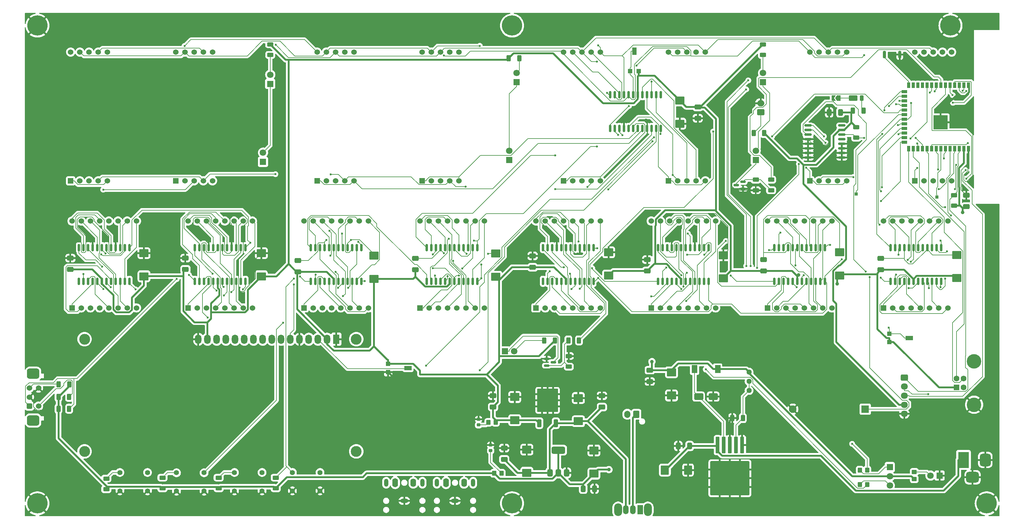
<source format=gbl>
G04 #@! TF.GenerationSoftware,KiCad,Pcbnew,8.0.4*
G04 #@! TF.CreationDate,2024-09-13T17:14:12+02:00*
G04 #@! TF.ProjectId,DigiSlatePlus,44696769-536c-4617-9465-506c75732e6b,rev?*
G04 #@! TF.SameCoordinates,Original*
G04 #@! TF.FileFunction,Copper,L2,Bot*
G04 #@! TF.FilePolarity,Positive*
%FSLAX46Y46*%
G04 Gerber Fmt 4.6, Leading zero omitted, Abs format (unit mm)*
G04 Created by KiCad (PCBNEW 8.0.4) date 2024-09-13 17:14:12*
%MOMM*%
%LPD*%
G01*
G04 APERTURE LIST*
G04 Aperture macros list*
%AMRoundRect*
0 Rectangle with rounded corners*
0 $1 Rounding radius*
0 $2 $3 $4 $5 $6 $7 $8 $9 X,Y pos of 4 corners*
0 Add a 4 corners polygon primitive as box body*
4,1,4,$2,$3,$4,$5,$6,$7,$8,$9,$2,$3,0*
0 Add four circle primitives for the rounded corners*
1,1,$1+$1,$2,$3*
1,1,$1+$1,$4,$5*
1,1,$1+$1,$6,$7*
1,1,$1+$1,$8,$9*
0 Add four rect primitives between the rounded corners*
20,1,$1+$1,$2,$3,$4,$5,0*
20,1,$1+$1,$4,$5,$6,$7,0*
20,1,$1+$1,$6,$7,$8,$9,0*
20,1,$1+$1,$8,$9,$2,$3,0*%
%AMFreePoly0*
4,1,6,1.000000,0.000000,0.500000,-0.750000,-0.500000,-0.750000,-0.500000,0.750000,0.500000,0.750000,1.000000,0.000000,1.000000,0.000000,$1*%
%AMFreePoly1*
4,1,6,0.500000,-0.750000,-0.650000,-0.750000,-0.150000,0.000000,-0.650000,0.750000,0.500000,0.750000,0.500000,-0.750000,0.500000,-0.750000,$1*%
G04 Aperture macros list end*
G04 #@! TA.AperFunction,ComponentPad*
%ADD10R,1.524000X1.524000*%
G04 #@! TD*
G04 #@! TA.AperFunction,ComponentPad*
%ADD11C,1.524000*%
G04 #@! TD*
G04 #@! TA.AperFunction,ComponentPad*
%ADD12C,5.600000*%
G04 #@! TD*
G04 #@! TA.AperFunction,ComponentPad*
%ADD13R,1.800000X1.800000*%
G04 #@! TD*
G04 #@! TA.AperFunction,ComponentPad*
%ADD14C,1.800000*%
G04 #@! TD*
G04 #@! TA.AperFunction,SMDPad,CuDef*
%ADD15RoundRect,0.250000X0.650000X-0.412500X0.650000X0.412500X-0.650000X0.412500X-0.650000X-0.412500X0*%
G04 #@! TD*
G04 #@! TA.AperFunction,SMDPad,CuDef*
%ADD16RoundRect,0.250000X0.312500X0.625000X-0.312500X0.625000X-0.312500X-0.625000X0.312500X-0.625000X0*%
G04 #@! TD*
G04 #@! TA.AperFunction,ComponentPad*
%ADD17RoundRect,0.250000X0.512000X-0.512000X0.512000X0.512000X-0.512000X0.512000X-0.512000X-0.512000X0*%
G04 #@! TD*
G04 #@! TA.AperFunction,ComponentPad*
%ADD18RoundRect,0.725000X0.975000X0.725000X-0.975000X0.725000X-0.975000X-0.725000X0.975000X-0.725000X0*%
G04 #@! TD*
G04 #@! TA.AperFunction,SMDPad,CuDef*
%ADD19RoundRect,0.150000X-0.587500X-0.150000X0.587500X-0.150000X0.587500X0.150000X-0.587500X0.150000X0*%
G04 #@! TD*
G04 #@! TA.AperFunction,SMDPad,CuDef*
%ADD20RoundRect,0.150000X-0.150000X0.875000X-0.150000X-0.875000X0.150000X-0.875000X0.150000X0.875000X0*%
G04 #@! TD*
G04 #@! TA.AperFunction,ComponentPad*
%ADD21O,1.200000X2.200000*%
G04 #@! TD*
G04 #@! TA.AperFunction,ComponentPad*
%ADD22O,1.600000X2.300000*%
G04 #@! TD*
G04 #@! TA.AperFunction,ComponentPad*
%ADD23O,2.200000X1.200000*%
G04 #@! TD*
G04 #@! TA.AperFunction,ComponentPad*
%ADD24O,1.600000X2.500000*%
G04 #@! TD*
G04 #@! TA.AperFunction,SMDPad,CuDef*
%ADD25RoundRect,0.250000X0.625000X-0.312500X0.625000X0.312500X-0.625000X0.312500X-0.625000X-0.312500X0*%
G04 #@! TD*
G04 #@! TA.AperFunction,SMDPad,CuDef*
%ADD26RoundRect,0.250000X0.412500X0.650000X-0.412500X0.650000X-0.412500X-0.650000X0.412500X-0.650000X0*%
G04 #@! TD*
G04 #@! TA.AperFunction,SMDPad,CuDef*
%ADD27FreePoly0,180.000000*%
G04 #@! TD*
G04 #@! TA.AperFunction,SMDPad,CuDef*
%ADD28FreePoly1,180.000000*%
G04 #@! TD*
G04 #@! TA.AperFunction,SMDPad,CuDef*
%ADD29RoundRect,0.250000X-0.312500X-0.625000X0.312500X-0.625000X0.312500X0.625000X-0.312500X0.625000X0*%
G04 #@! TD*
G04 #@! TA.AperFunction,SMDPad,CuDef*
%ADD30RoundRect,0.250000X1.025000X-0.875000X1.025000X0.875000X-1.025000X0.875000X-1.025000X-0.875000X0*%
G04 #@! TD*
G04 #@! TA.AperFunction,SMDPad,CuDef*
%ADD31RoundRect,0.250000X-1.000000X-0.650000X1.000000X-0.650000X1.000000X0.650000X-1.000000X0.650000X0*%
G04 #@! TD*
G04 #@! TA.AperFunction,ComponentPad*
%ADD32R,0.850000X0.850000*%
G04 #@! TD*
G04 #@! TA.AperFunction,SMDPad,CuDef*
%ADD33RoundRect,0.250000X-0.875000X-1.025000X0.875000X-1.025000X0.875000X1.025000X-0.875000X1.025000X0*%
G04 #@! TD*
G04 #@! TA.AperFunction,SMDPad,CuDef*
%ADD34RoundRect,0.250000X-0.625000X0.312500X-0.625000X-0.312500X0.625000X-0.312500X0.625000X0.312500X0*%
G04 #@! TD*
G04 #@! TA.AperFunction,ComponentPad*
%ADD35O,2.200000X3.500000*%
G04 #@! TD*
G04 #@! TA.AperFunction,ComponentPad*
%ADD36R,1.500000X2.500000*%
G04 #@! TD*
G04 #@! TA.AperFunction,ComponentPad*
%ADD37O,1.500000X2.500000*%
G04 #@! TD*
G04 #@! TA.AperFunction,SMDPad,CuDef*
%ADD38RoundRect,0.150000X0.875000X0.150000X-0.875000X0.150000X-0.875000X-0.150000X0.875000X-0.150000X0*%
G04 #@! TD*
G04 #@! TA.AperFunction,SMDPad,CuDef*
%ADD39RoundRect,0.250000X0.350000X0.450000X-0.350000X0.450000X-0.350000X-0.450000X0.350000X-0.450000X0*%
G04 #@! TD*
G04 #@! TA.AperFunction,SMDPad,CuDef*
%ADD40RoundRect,0.250000X-1.025000X0.875000X-1.025000X-0.875000X1.025000X-0.875000X1.025000X0.875000X0*%
G04 #@! TD*
G04 #@! TA.AperFunction,SMDPad,CuDef*
%ADD41RoundRect,0.250000X-0.350000X-0.450000X0.350000X-0.450000X0.350000X0.450000X-0.350000X0.450000X0*%
G04 #@! TD*
G04 #@! TA.AperFunction,SMDPad,CuDef*
%ADD42RoundRect,0.250000X0.950000X0.500000X-0.950000X0.500000X-0.950000X-0.500000X0.950000X-0.500000X0*%
G04 #@! TD*
G04 #@! TA.AperFunction,SMDPad,CuDef*
%ADD43RoundRect,0.250000X0.275000X0.500000X-0.275000X0.500000X-0.275000X-0.500000X0.275000X-0.500000X0*%
G04 #@! TD*
G04 #@! TA.AperFunction,SMDPad,CuDef*
%ADD44RoundRect,0.218750X-0.256250X0.218750X-0.256250X-0.218750X0.256250X-0.218750X0.256250X0.218750X0*%
G04 #@! TD*
G04 #@! TA.AperFunction,ComponentPad*
%ADD45C,1.440000*%
G04 #@! TD*
G04 #@! TA.AperFunction,ComponentPad*
%ADD46C,1.397000*%
G04 #@! TD*
G04 #@! TA.AperFunction,SMDPad,CuDef*
%ADD47RoundRect,0.200000X0.200000X0.800000X-0.200000X0.800000X-0.200000X-0.800000X0.200000X-0.800000X0*%
G04 #@! TD*
G04 #@! TA.AperFunction,ComponentPad*
%ADD48RoundRect,0.250000X0.750000X-0.600000X0.750000X0.600000X-0.750000X0.600000X-0.750000X-0.600000X0*%
G04 #@! TD*
G04 #@! TA.AperFunction,ComponentPad*
%ADD49O,2.000000X1.700000*%
G04 #@! TD*
G04 #@! TA.AperFunction,SMDPad,CuDef*
%ADD50RoundRect,0.250000X0.350000X-0.850000X0.350000X0.850000X-0.350000X0.850000X-0.350000X-0.850000X0*%
G04 #@! TD*
G04 #@! TA.AperFunction,SMDPad,CuDef*
%ADD51RoundRect,0.250000X1.125000X-1.275000X1.125000X1.275000X-1.125000X1.275000X-1.125000X-1.275000X0*%
G04 #@! TD*
G04 #@! TA.AperFunction,SMDPad,CuDef*
%ADD52RoundRect,0.249997X2.650003X-2.950003X2.650003X2.950003X-2.650003X2.950003X-2.650003X-2.950003X0*%
G04 #@! TD*
G04 #@! TA.AperFunction,SMDPad,CuDef*
%ADD53RoundRect,0.250000X-0.450000X0.350000X-0.450000X-0.350000X0.450000X-0.350000X0.450000X0.350000X0*%
G04 #@! TD*
G04 #@! TA.AperFunction,ComponentPad*
%ADD54C,3.000000*%
G04 #@! TD*
G04 #@! TA.AperFunction,ComponentPad*
%ADD55R,1.800000X2.600000*%
G04 #@! TD*
G04 #@! TA.AperFunction,ComponentPad*
%ADD56O,1.800000X2.600000*%
G04 #@! TD*
G04 #@! TA.AperFunction,SMDPad,CuDef*
%ADD57RoundRect,0.250000X-0.650000X0.412500X-0.650000X-0.412500X0.650000X-0.412500X0.650000X0.412500X0*%
G04 #@! TD*
G04 #@! TA.AperFunction,ComponentPad*
%ADD58R,1.600000X1.600000*%
G04 #@! TD*
G04 #@! TA.AperFunction,ComponentPad*
%ADD59C,1.600000*%
G04 #@! TD*
G04 #@! TA.AperFunction,ComponentPad*
%ADD60C,4.000000*%
G04 #@! TD*
G04 #@! TA.AperFunction,ComponentPad*
%ADD61RoundRect,0.250000X0.600000X0.750000X-0.600000X0.750000X-0.600000X-0.750000X0.600000X-0.750000X0*%
G04 #@! TD*
G04 #@! TA.AperFunction,ComponentPad*
%ADD62O,1.700000X2.000000*%
G04 #@! TD*
G04 #@! TA.AperFunction,SMDPad,CuDef*
%ADD63RoundRect,0.150000X0.587500X0.150000X-0.587500X0.150000X-0.587500X-0.150000X0.587500X-0.150000X0*%
G04 #@! TD*
G04 #@! TA.AperFunction,SMDPad,CuDef*
%ADD64R,1.300000X1.300000*%
G04 #@! TD*
G04 #@! TA.AperFunction,SMDPad,CuDef*
%ADD65R,2.000000X1.300000*%
G04 #@! TD*
G04 #@! TA.AperFunction,SMDPad,CuDef*
%ADD66RoundRect,0.250000X-0.412500X-0.650000X0.412500X-0.650000X0.412500X0.650000X-0.412500X0.650000X0*%
G04 #@! TD*
G04 #@! TA.AperFunction,SMDPad,CuDef*
%ADD67RoundRect,0.375000X0.375000X-0.625000X0.375000X0.625000X-0.375000X0.625000X-0.375000X-0.625000X0*%
G04 #@! TD*
G04 #@! TA.AperFunction,SMDPad,CuDef*
%ADD68RoundRect,0.500000X1.400000X-0.500000X1.400000X0.500000X-1.400000X0.500000X-1.400000X-0.500000X0*%
G04 #@! TD*
G04 #@! TA.AperFunction,ComponentPad*
%ADD69R,2.100000X2.100000*%
G04 #@! TD*
G04 #@! TA.AperFunction,ComponentPad*
%ADD70C,2.100000*%
G04 #@! TD*
G04 #@! TA.AperFunction,SMDPad,CuDef*
%ADD71R,1.300000X2.000000*%
G04 #@! TD*
G04 #@! TA.AperFunction,ComponentPad*
%ADD72RoundRect,0.250000X-0.725000X0.600000X-0.725000X-0.600000X0.725000X-0.600000X0.725000X0.600000X0*%
G04 #@! TD*
G04 #@! TA.AperFunction,ComponentPad*
%ADD73O,1.950000X1.700000*%
G04 #@! TD*
G04 #@! TA.AperFunction,SMDPad,CuDef*
%ADD74RoundRect,0.150000X0.150000X-0.875000X0.150000X0.875000X-0.150000X0.875000X-0.150000X-0.875000X0*%
G04 #@! TD*
G04 #@! TA.AperFunction,ComponentPad*
%ADD75R,3.000000X4.500000*%
G04 #@! TD*
G04 #@! TA.AperFunction,ComponentPad*
%ADD76RoundRect,0.750000X0.750000X1.000000X-0.750000X1.000000X-0.750000X-1.000000X0.750000X-1.000000X0*%
G04 #@! TD*
G04 #@! TA.AperFunction,ComponentPad*
%ADD77RoundRect,0.750000X1.000000X0.750000X-1.000000X0.750000X-1.000000X-0.750000X1.000000X-0.750000X0*%
G04 #@! TD*
G04 #@! TA.AperFunction,SMDPad,CuDef*
%ADD78R,1.500000X2.200000*%
G04 #@! TD*
G04 #@! TA.AperFunction,SMDPad,CuDef*
%ADD79R,0.900000X1.500000*%
G04 #@! TD*
G04 #@! TA.AperFunction,SMDPad,CuDef*
%ADD80R,1.500000X0.900000*%
G04 #@! TD*
G04 #@! TA.AperFunction,HeatsinkPad*
%ADD81C,0.600000*%
G04 #@! TD*
G04 #@! TA.AperFunction,SMDPad,CuDef*
%ADD82R,3.900000X3.900000*%
G04 #@! TD*
G04 #@! TA.AperFunction,SMDPad,CuDef*
%ADD83RoundRect,0.250000X-0.300000X2.050000X-0.300000X-2.050000X0.300000X-2.050000X0.300000X2.050000X0*%
G04 #@! TD*
G04 #@! TA.AperFunction,SMDPad,CuDef*
%ADD84RoundRect,0.250000X-2.375000X2.025000X-2.375000X-2.025000X2.375000X-2.025000X2.375000X2.025000X0*%
G04 #@! TD*
G04 #@! TA.AperFunction,SMDPad,CuDef*
%ADD85RoundRect,0.250002X-5.149998X4.449998X-5.149998X-4.449998X5.149998X-4.449998X5.149998X4.449998X0*%
G04 #@! TD*
G04 #@! TA.AperFunction,ViaPad*
%ADD86C,0.600000*%
G04 #@! TD*
G04 #@! TA.AperFunction,ViaPad*
%ADD87C,1.000000*%
G04 #@! TD*
G04 #@! TA.AperFunction,Conductor*
%ADD88C,0.200000*%
G04 #@! TD*
G04 #@! TA.AperFunction,Conductor*
%ADD89C,0.500000*%
G04 #@! TD*
G04 APERTURE END LIST*
D10*
X213600000Y-148000000D03*
D11*
X216140000Y-148000000D03*
X218680000Y-148000000D03*
X221220000Y-148000000D03*
X223760000Y-148000000D03*
X226300000Y-148000000D03*
X228840000Y-148000000D03*
X231380000Y-148000000D03*
X231380000Y-124000000D03*
X228840000Y-124000000D03*
X226300000Y-124000000D03*
X223760000Y-124000000D03*
X221220000Y-124000000D03*
X218680000Y-124000000D03*
X216140000Y-124000000D03*
X213600000Y-124000000D03*
D10*
X117555000Y-148000000D03*
D11*
X120095000Y-148000000D03*
X122635000Y-148000000D03*
X125175000Y-148000000D03*
X127715000Y-148000000D03*
X130255000Y-148000000D03*
X132795000Y-148000000D03*
X135335000Y-148000000D03*
X135335000Y-124000000D03*
X132795000Y-124000000D03*
X130255000Y-124000000D03*
X127715000Y-124000000D03*
X125175000Y-124000000D03*
X122635000Y-124000000D03*
X120095000Y-124000000D03*
X117555000Y-124000000D03*
D12*
X207000000Y-70000000D03*
D10*
X309525000Y-148000000D03*
D11*
X312065000Y-148000000D03*
X314605000Y-148000000D03*
X317145000Y-148000000D03*
X319685000Y-148000000D03*
X322225000Y-148000000D03*
X324765000Y-148000000D03*
X327305000Y-148000000D03*
X327305000Y-124000000D03*
X324765000Y-124000000D03*
X322225000Y-124000000D03*
X319685000Y-124000000D03*
X317145000Y-124000000D03*
X314605000Y-124000000D03*
X312065000Y-124000000D03*
X309525000Y-124000000D03*
D10*
X153175000Y-112890000D03*
D11*
X155715000Y-112890000D03*
X158255000Y-112890000D03*
X160795000Y-112890000D03*
X163335000Y-112890000D03*
X163335000Y-77330000D03*
X160795000Y-77330000D03*
X158255000Y-77330000D03*
X155715000Y-77330000D03*
X153175000Y-77330000D03*
D10*
X221175000Y-112890000D03*
D11*
X223715000Y-112890000D03*
X226255000Y-112890000D03*
X228795000Y-112890000D03*
X231335000Y-112890000D03*
X231335000Y-77330000D03*
X228795000Y-77330000D03*
X226255000Y-77330000D03*
X223715000Y-77330000D03*
X221175000Y-77330000D03*
D10*
X114175000Y-112890000D03*
D11*
X116715000Y-112890000D03*
X119255000Y-112890000D03*
X121795000Y-112890000D03*
X124335000Y-112890000D03*
X124335000Y-77330000D03*
X121795000Y-77330000D03*
X119255000Y-77330000D03*
X116715000Y-77330000D03*
X114175000Y-77330000D03*
D12*
X76000000Y-70000000D03*
D10*
X277490000Y-148000000D03*
D11*
X280030000Y-148000000D03*
X282570000Y-148000000D03*
X285110000Y-148000000D03*
X287650000Y-148000000D03*
X290190000Y-148000000D03*
X292730000Y-148000000D03*
X295270000Y-148000000D03*
X295270000Y-124000000D03*
X292730000Y-124000000D03*
X290190000Y-124000000D03*
X287650000Y-124000000D03*
X285110000Y-124000000D03*
X282570000Y-124000000D03*
X280030000Y-124000000D03*
X277490000Y-124000000D03*
D13*
X208255000Y-85650000D03*
D14*
X208255000Y-83110000D03*
D10*
X181555000Y-148000000D03*
D11*
X184095000Y-148000000D03*
X186635000Y-148000000D03*
X189175000Y-148000000D03*
X191715000Y-148000000D03*
X194255000Y-148000000D03*
X196795000Y-148000000D03*
X199335000Y-148000000D03*
X199335000Y-124000000D03*
X196795000Y-124000000D03*
X194255000Y-124000000D03*
X191715000Y-124000000D03*
X189175000Y-124000000D03*
X186635000Y-124000000D03*
X184095000Y-124000000D03*
X181555000Y-124000000D03*
D13*
X140255000Y-86110000D03*
D14*
X140255000Y-83570000D03*
D10*
X182175000Y-112890000D03*
D11*
X184715000Y-112890000D03*
X187255000Y-112890000D03*
X189795000Y-112890000D03*
X192335000Y-112890000D03*
X192335000Y-77330000D03*
X189795000Y-77330000D03*
X187255000Y-77330000D03*
X184715000Y-77330000D03*
X182175000Y-77330000D03*
D10*
X245410000Y-148000000D03*
D11*
X247950000Y-148000000D03*
X250490000Y-148000000D03*
X253030000Y-148000000D03*
X255570000Y-148000000D03*
X258110000Y-148000000D03*
X260650000Y-148000000D03*
X263190000Y-148000000D03*
X263190000Y-124000000D03*
X260650000Y-124000000D03*
X258110000Y-124000000D03*
X255570000Y-124000000D03*
X253030000Y-124000000D03*
X250490000Y-124000000D03*
X247950000Y-124000000D03*
X245410000Y-124000000D03*
D13*
X206255000Y-107110000D03*
D14*
X206255000Y-104570000D03*
D13*
X276255000Y-85650000D03*
D14*
X276255000Y-83110000D03*
D12*
X76000000Y-202000000D03*
X338000000Y-202000000D03*
D13*
X205000000Y-160000000D03*
D14*
X207540000Y-160000000D03*
D10*
X318175000Y-112890000D03*
D11*
X320715000Y-112890000D03*
X323255000Y-112890000D03*
X325795000Y-112890000D03*
X328335000Y-112890000D03*
X328335000Y-77330000D03*
X325795000Y-77330000D03*
X323255000Y-77330000D03*
X320715000Y-77330000D03*
X318175000Y-77330000D03*
D10*
X149555000Y-148000000D03*
D11*
X152095000Y-148000000D03*
X154635000Y-148000000D03*
X157175000Y-148000000D03*
X159715000Y-148000000D03*
X162255000Y-148000000D03*
X164795000Y-148000000D03*
X167335000Y-148000000D03*
X167335000Y-124000000D03*
X164795000Y-124000000D03*
X162255000Y-124000000D03*
X159715000Y-124000000D03*
X157175000Y-124000000D03*
X154635000Y-124000000D03*
X152095000Y-124000000D03*
X149555000Y-124000000D03*
D10*
X250175000Y-112890000D03*
D11*
X252715000Y-112890000D03*
X255255000Y-112890000D03*
X257795000Y-112890000D03*
X260335000Y-112890000D03*
X260335000Y-77330000D03*
X257795000Y-77330000D03*
X255255000Y-77330000D03*
X252715000Y-77330000D03*
X250175000Y-77330000D03*
D12*
X328000000Y-70000000D03*
D10*
X289175000Y-112890000D03*
D11*
X291715000Y-112890000D03*
X294255000Y-112890000D03*
X296795000Y-112890000D03*
X299335000Y-112890000D03*
X299335000Y-77330000D03*
X296795000Y-77330000D03*
X294255000Y-77330000D03*
X291715000Y-77330000D03*
X289175000Y-77330000D03*
D12*
X207000000Y-202000000D03*
D10*
X85555000Y-148000000D03*
D11*
X88095000Y-148000000D03*
X90635000Y-148000000D03*
X93175000Y-148000000D03*
X95715000Y-148000000D03*
X98255000Y-148000000D03*
X100795000Y-148000000D03*
X103335000Y-148000000D03*
X103335000Y-124000000D03*
X100795000Y-124000000D03*
X98255000Y-124000000D03*
X95715000Y-124000000D03*
X93175000Y-124000000D03*
X90635000Y-124000000D03*
X88095000Y-124000000D03*
X85555000Y-124000000D03*
D13*
X138255000Y-107650000D03*
D14*
X138255000Y-105110000D03*
D10*
X85175000Y-112890000D03*
D11*
X87715000Y-112890000D03*
X90255000Y-112890000D03*
X92795000Y-112890000D03*
X95335000Y-112890000D03*
X95335000Y-77330000D03*
X92795000Y-77330000D03*
X90255000Y-77330000D03*
X87715000Y-77330000D03*
X85175000Y-77330000D03*
D13*
X274255000Y-107110000D03*
D14*
X274255000Y-104570000D03*
D13*
X325000000Y-194310000D03*
D14*
X322460000Y-194310000D03*
D15*
X332400000Y-120000000D03*
X332400000Y-116875000D03*
D16*
X276610000Y-99695000D03*
X273685000Y-99695000D03*
D17*
X73799500Y-175135000D03*
D11*
X73799500Y-170135000D03*
X73799500Y-172635000D03*
X76299500Y-175135000D03*
X76299500Y-170135000D03*
D18*
X74849500Y-166185000D03*
X74849500Y-179085000D03*
D13*
X311250000Y-191980000D03*
D14*
X311250000Y-194520000D03*
X311250000Y-197060000D03*
D19*
X216525000Y-163950000D03*
X216525000Y-162050000D03*
X218400000Y-163000000D03*
D20*
X119460000Y-131350000D03*
X120730000Y-131350000D03*
X122000000Y-131350000D03*
X123270000Y-131350000D03*
X124540000Y-131350000D03*
X125810000Y-131350000D03*
X127080000Y-131350000D03*
X128350000Y-131350000D03*
X129620000Y-131350000D03*
X130890000Y-131350000D03*
X132160000Y-131350000D03*
X133430000Y-131350000D03*
X133430000Y-140650000D03*
X132160000Y-140650000D03*
X130890000Y-140650000D03*
X129620000Y-140650000D03*
X128350000Y-140650000D03*
X127080000Y-140650000D03*
X125810000Y-140650000D03*
X124540000Y-140650000D03*
X123270000Y-140650000D03*
X122000000Y-140650000D03*
X120730000Y-140650000D03*
X119460000Y-140650000D03*
D21*
X182250000Y-196295000D03*
D22*
X179750000Y-196295000D03*
D23*
X177250000Y-201295000D03*
D21*
X172250000Y-196295000D03*
D24*
X174750000Y-196295000D03*
D25*
X141765000Y-197835000D03*
X141765000Y-194910000D03*
D26*
X255999000Y-186136000D03*
X252874000Y-186136000D03*
D27*
X297125000Y-90000000D03*
D28*
X295675000Y-90000000D03*
D29*
X301075000Y-93500000D03*
X304000000Y-93500000D03*
D30*
X329780000Y-139750000D03*
X329780000Y-133350000D03*
D31*
X258500000Y-172500000D03*
X262500000Y-172500000D03*
D32*
X324200000Y-117400000D03*
D30*
X297395000Y-139050000D03*
X297395000Y-132650000D03*
X265315000Y-139850000D03*
X265315000Y-133450000D03*
D33*
X249174000Y-192786000D03*
X255574000Y-192786000D03*
D26*
X297625000Y-94010000D03*
X294500000Y-94010000D03*
D34*
X302000000Y-98075000D03*
X302000000Y-101000000D03*
D30*
X211074000Y-193548000D03*
X211074000Y-187148000D03*
D15*
X212665000Y-136775000D03*
X212665000Y-133650000D03*
D35*
X244475000Y-203740000D03*
X236275000Y-203740000D03*
D36*
X242375000Y-203740000D03*
D37*
X240375000Y-203740000D03*
X238375000Y-203740000D03*
D20*
X215505000Y-131350000D03*
X216775000Y-131350000D03*
X218045000Y-131350000D03*
X219315000Y-131350000D03*
X220585000Y-131350000D03*
X221855000Y-131350000D03*
X223125000Y-131350000D03*
X224395000Y-131350000D03*
X225665000Y-131350000D03*
X226935000Y-131350000D03*
X228205000Y-131350000D03*
X229475000Y-131350000D03*
X229475000Y-140650000D03*
X228205000Y-140650000D03*
X226935000Y-140650000D03*
X225665000Y-140650000D03*
X224395000Y-140650000D03*
X223125000Y-140650000D03*
X221855000Y-140650000D03*
X220585000Y-140650000D03*
X219315000Y-140650000D03*
X218045000Y-140650000D03*
X216775000Y-140650000D03*
X215505000Y-140650000D03*
D16*
X218800000Y-157000000D03*
X215875000Y-157000000D03*
D38*
X298000000Y-97610000D03*
X298000000Y-98880000D03*
X298000000Y-100150000D03*
X298000000Y-101420000D03*
X298000000Y-102690000D03*
X298000000Y-103960000D03*
X298000000Y-105230000D03*
X298000000Y-106500000D03*
X288700000Y-106500000D03*
X288700000Y-105230000D03*
X288700000Y-103960000D03*
X288700000Y-102690000D03*
X288700000Y-101420000D03*
X288700000Y-100150000D03*
X288700000Y-98880000D03*
X288700000Y-97610000D03*
D25*
X329000000Y-119762500D03*
X329000000Y-116837500D03*
D39*
X202500000Y-179615000D03*
X200500000Y-179615000D03*
D25*
X126015000Y-197835000D03*
X126015000Y-194910000D03*
D20*
X247315000Y-131350000D03*
X248585000Y-131350000D03*
X249855000Y-131350000D03*
X251125000Y-131350000D03*
X252395000Y-131350000D03*
X253665000Y-131350000D03*
X254935000Y-131350000D03*
X256205000Y-131350000D03*
X257475000Y-131350000D03*
X258745000Y-131350000D03*
X260015000Y-131350000D03*
X261285000Y-131350000D03*
X261285000Y-140650000D03*
X260015000Y-140650000D03*
X258745000Y-140650000D03*
X257475000Y-140650000D03*
X256205000Y-140650000D03*
X254935000Y-140650000D03*
X253665000Y-140650000D03*
X252395000Y-140650000D03*
X251125000Y-140650000D03*
X249855000Y-140650000D03*
X248585000Y-140650000D03*
X247315000Y-140650000D03*
D34*
X278500000Y-112575000D03*
X278500000Y-115500000D03*
D15*
X180285000Y-137475000D03*
X180285000Y-134350000D03*
D40*
X251000000Y-165800000D03*
X251000000Y-172200000D03*
D41*
X303000000Y-196810000D03*
X305000000Y-196810000D03*
D25*
X95015000Y-198085000D03*
X95015000Y-195160000D03*
D15*
X308780000Y-137475000D03*
X308780000Y-134350000D03*
X116840000Y-137370000D03*
X116840000Y-134245000D03*
D41*
X303000000Y-192810000D03*
X305000000Y-192810000D03*
D42*
X301125000Y-90000000D03*
D43*
X303500000Y-90000000D03*
D29*
X206075000Y-79000000D03*
X209000000Y-79000000D03*
D44*
X197750000Y-178760000D03*
X197750000Y-180335000D03*
D45*
X272415000Y-170815000D03*
X272415000Y-168275000D03*
X272415000Y-165735000D03*
D34*
X274250000Y-112575000D03*
X274250000Y-115500000D03*
D46*
X98760000Y-198540000D03*
X106380000Y-198540000D03*
X98760000Y-193460000D03*
X106380000Y-193460000D03*
D47*
X314000000Y-78000000D03*
X309800000Y-78000000D03*
D20*
X151460000Y-131350000D03*
X152730000Y-131350000D03*
X154000000Y-131350000D03*
X155270000Y-131350000D03*
X156540000Y-131350000D03*
X157810000Y-131350000D03*
X159080000Y-131350000D03*
X160350000Y-131350000D03*
X161620000Y-131350000D03*
X162890000Y-131350000D03*
X164160000Y-131350000D03*
X165430000Y-131350000D03*
X165430000Y-140650000D03*
X164160000Y-140650000D03*
X162890000Y-140650000D03*
X161620000Y-140650000D03*
X160350000Y-140650000D03*
X159080000Y-140650000D03*
X157810000Y-140650000D03*
X156540000Y-140650000D03*
X155270000Y-140650000D03*
X154000000Y-140650000D03*
X152730000Y-140650000D03*
X151460000Y-140650000D03*
D48*
X275610000Y-93945000D03*
D49*
X275610000Y-91445000D03*
D30*
X137795000Y-139275000D03*
X137795000Y-132875000D03*
D15*
X201750000Y-175365000D03*
X201750000Y-172240000D03*
D25*
X110515000Y-197835000D03*
X110515000Y-194910000D03*
D20*
X183460000Y-131350000D03*
X184730000Y-131350000D03*
X186000000Y-131350000D03*
X187270000Y-131350000D03*
X188540000Y-131350000D03*
X189810000Y-131350000D03*
X191080000Y-131350000D03*
X192350000Y-131350000D03*
X193620000Y-131350000D03*
X194890000Y-131350000D03*
X196160000Y-131350000D03*
X197430000Y-131350000D03*
X197430000Y-140650000D03*
X196160000Y-140650000D03*
X194890000Y-140650000D03*
X193620000Y-140650000D03*
X192350000Y-140650000D03*
X191080000Y-140650000D03*
X189810000Y-140650000D03*
X188540000Y-140650000D03*
X187270000Y-140650000D03*
X186000000Y-140650000D03*
X184730000Y-140650000D03*
X183460000Y-140650000D03*
D46*
X146380000Y-198540000D03*
X154000000Y-198540000D03*
X146380000Y-193460000D03*
X154000000Y-193460000D03*
D29*
X81817000Y-175865000D03*
X84742000Y-175865000D03*
D50*
X219075000Y-179840000D03*
D51*
X215270000Y-175215000D03*
X218320000Y-175215000D03*
D52*
X216795000Y-173540000D03*
D51*
X215270000Y-171865000D03*
X218320000Y-171865000D03*
D50*
X214515000Y-179840000D03*
D46*
X130380000Y-198540000D03*
X138000000Y-198540000D03*
X130380000Y-193460000D03*
X138000000Y-193460000D03*
D15*
X85090000Y-137370000D03*
X85090000Y-134245000D03*
D30*
X202510000Y-139380000D03*
X202510000Y-132980000D03*
D53*
X318000000Y-193310000D03*
X318000000Y-195310000D03*
D54*
X164000000Y-187643200D03*
X164000000Y-156642500D03*
X89001420Y-187643200D03*
X89000900Y-156642500D03*
D55*
X158500900Y-156642500D03*
D56*
X155960900Y-156642500D03*
X153420900Y-156642500D03*
X150880900Y-156642500D03*
X148340900Y-156642500D03*
X145800900Y-156642500D03*
X143260900Y-156642500D03*
X140720900Y-156642500D03*
X138180900Y-156642500D03*
X135640900Y-156642500D03*
X133100900Y-156642500D03*
X130560900Y-156642500D03*
X128020900Y-156642500D03*
X125480900Y-156642500D03*
X122940900Y-156642500D03*
X120400900Y-156642500D03*
D40*
X253255000Y-90710000D03*
X253255000Y-97110000D03*
D57*
X245000000Y-165200000D03*
X245000000Y-168325000D03*
D58*
X329640000Y-170000000D03*
D59*
X329640000Y-167500000D03*
X331640000Y-167500000D03*
X331640000Y-170000000D03*
D60*
X334500000Y-162750000D03*
X334500000Y-174750000D03*
D30*
X168860000Y-139975000D03*
X168860000Y-133575000D03*
D15*
X244315000Y-137775000D03*
X244315000Y-134650000D03*
D61*
X241304000Y-177384000D03*
D62*
X238804000Y-177384000D03*
D63*
X270750000Y-113175000D03*
X270750000Y-115075000D03*
X268875000Y-114125000D03*
D30*
X233665000Y-139050000D03*
X233665000Y-132650000D03*
D16*
X225462500Y-157000000D03*
X222537500Y-157000000D03*
D64*
X172808000Y-163442000D03*
D65*
X178308000Y-164592000D03*
D64*
X172808000Y-165742000D03*
D46*
X114380000Y-198620000D03*
X122000000Y-198620000D03*
X114380000Y-193540000D03*
X122000000Y-193540000D03*
D30*
X207750000Y-179015000D03*
X207750000Y-172615000D03*
D34*
X140255000Y-75185000D03*
X140255000Y-78110000D03*
D25*
X222650000Y-164225000D03*
X222650000Y-161300000D03*
D29*
X81817000Y-172575000D03*
X84742000Y-172575000D03*
D66*
X226636500Y-197973000D03*
X229761500Y-197973000D03*
D20*
X87460000Y-131350000D03*
X88730000Y-131350000D03*
X90000000Y-131350000D03*
X91270000Y-131350000D03*
X92540000Y-131350000D03*
X93810000Y-131350000D03*
X95080000Y-131350000D03*
X96350000Y-131350000D03*
X97620000Y-131350000D03*
X98890000Y-131350000D03*
X100160000Y-131350000D03*
X101430000Y-131350000D03*
X101430000Y-140650000D03*
X100160000Y-140650000D03*
X98890000Y-140650000D03*
X97620000Y-140650000D03*
X96350000Y-140650000D03*
X95080000Y-140650000D03*
X93810000Y-140650000D03*
X92540000Y-140650000D03*
X91270000Y-140650000D03*
X90000000Y-140650000D03*
X88730000Y-140650000D03*
X87460000Y-140650000D03*
D64*
X311155000Y-155145000D03*
D65*
X316655000Y-156295000D03*
D64*
X311155000Y-157445000D03*
D67*
X222074000Y-193598000D03*
X219774000Y-193598000D03*
D68*
X219774000Y-187298000D03*
D67*
X217474000Y-193598000D03*
D57*
X258255000Y-92485000D03*
X258255000Y-95610000D03*
D69*
X304470000Y-175965000D03*
D70*
X284470000Y-175965000D03*
D41*
X202079000Y-193683000D03*
X204079000Y-193683000D03*
D64*
X239605000Y-82610000D03*
D71*
X240755000Y-77110000D03*
D64*
X241905000Y-82610000D03*
D72*
X315250000Y-167250000D03*
D73*
X315250000Y-169750000D03*
X315250000Y-172250000D03*
X315250000Y-174750000D03*
X315250000Y-177250000D03*
D30*
X105410000Y-139275000D03*
X105410000Y-132875000D03*
D44*
X201074000Y-185868000D03*
X201074000Y-187443000D03*
D30*
X229596000Y-193782000D03*
X229596000Y-187382000D03*
D74*
X248045000Y-98410000D03*
X246775000Y-98410000D03*
X245505000Y-98410000D03*
X244235000Y-98410000D03*
X242965000Y-98410000D03*
X241695000Y-98410000D03*
X240425000Y-98410000D03*
X239155000Y-98410000D03*
X237885000Y-98410000D03*
X236615000Y-98410000D03*
X235345000Y-98410000D03*
X234075000Y-98410000D03*
X234075000Y-89110000D03*
X235345000Y-89110000D03*
X236615000Y-89110000D03*
X237885000Y-89110000D03*
X239155000Y-89110000D03*
X240425000Y-89110000D03*
X241695000Y-89110000D03*
X242965000Y-89110000D03*
X244235000Y-89110000D03*
X245505000Y-89110000D03*
X246775000Y-89110000D03*
X248045000Y-89110000D03*
D75*
X331600000Y-190000000D03*
D76*
X337600000Y-190000000D03*
D77*
X334100000Y-194800000D03*
D15*
X231800000Y-175400000D03*
X231800000Y-172275000D03*
X147905000Y-138070000D03*
X147905000Y-134945000D03*
D32*
X302000000Y-116500000D03*
D16*
X270702500Y-178435000D03*
X267777500Y-178435000D03*
X84774500Y-169125000D03*
X81849500Y-169125000D03*
D20*
X279395000Y-131350000D03*
X280665000Y-131350000D03*
X281935000Y-131350000D03*
X283205000Y-131350000D03*
X284475000Y-131350000D03*
X285745000Y-131350000D03*
X287015000Y-131350000D03*
X288285000Y-131350000D03*
X289555000Y-131350000D03*
X290825000Y-131350000D03*
X292095000Y-131350000D03*
X293365000Y-131350000D03*
X293365000Y-140650000D03*
X292095000Y-140650000D03*
X290825000Y-140650000D03*
X289555000Y-140650000D03*
X288285000Y-140650000D03*
X287015000Y-140650000D03*
X285745000Y-140650000D03*
X284475000Y-140650000D03*
X283205000Y-140650000D03*
X281935000Y-140650000D03*
X280665000Y-140650000D03*
X279395000Y-140650000D03*
D21*
X196250000Y-196295000D03*
D22*
X193750000Y-196295000D03*
D23*
X191250000Y-201295000D03*
D21*
X186250000Y-196295000D03*
D24*
X188750000Y-196295000D03*
D78*
X257350000Y-164925000D03*
X263750000Y-164925000D03*
D15*
X204824000Y-189848000D03*
X204824000Y-186723000D03*
D20*
X311430000Y-131350000D03*
X312700000Y-131350000D03*
X313970000Y-131350000D03*
X315240000Y-131350000D03*
X316510000Y-131350000D03*
X317780000Y-131350000D03*
X319050000Y-131350000D03*
X320320000Y-131350000D03*
X321590000Y-131350000D03*
X322860000Y-131350000D03*
X324130000Y-131350000D03*
X325400000Y-131350000D03*
X325400000Y-140650000D03*
X324130000Y-140650000D03*
X322860000Y-140650000D03*
X321590000Y-140650000D03*
X320320000Y-140650000D03*
X319050000Y-140650000D03*
X317780000Y-140650000D03*
X316510000Y-140650000D03*
X315240000Y-140650000D03*
X313970000Y-140650000D03*
X312700000Y-140650000D03*
X311430000Y-140650000D03*
D30*
X225300000Y-179300000D03*
X225300000Y-172900000D03*
D79*
X333000000Y-104000000D03*
X331730000Y-104000000D03*
X330460000Y-104000000D03*
X329190000Y-104000000D03*
X327920000Y-104000000D03*
X326650000Y-104000000D03*
X325380000Y-104000000D03*
X324110000Y-104000000D03*
X322840000Y-104000000D03*
X321570000Y-104000000D03*
X320300000Y-104000000D03*
X319030000Y-104000000D03*
X317760000Y-104000000D03*
X316490000Y-104000000D03*
D80*
X315240000Y-102235000D03*
X315240000Y-100965000D03*
X315240000Y-99695000D03*
X315240000Y-98425000D03*
X315240000Y-97155000D03*
X315240000Y-95885000D03*
X315240000Y-94615000D03*
X315240000Y-93345000D03*
X315240000Y-92075000D03*
X315240000Y-90805000D03*
X315240000Y-89535000D03*
X315240000Y-88265000D03*
D79*
X316490000Y-86500000D03*
X317760000Y-86500000D03*
X319030000Y-86500000D03*
X320300000Y-86500000D03*
X321570000Y-86500000D03*
X322840000Y-86500000D03*
X324110000Y-86500000D03*
X325380000Y-86500000D03*
X326650000Y-86500000D03*
X327920000Y-86500000D03*
X329190000Y-86500000D03*
X330460000Y-86500000D03*
X331730000Y-86500000D03*
X333000000Y-86500000D03*
D81*
X324580000Y-98150000D03*
X325980000Y-98150000D03*
X323880000Y-97450000D03*
X325280000Y-97450000D03*
X326680000Y-97450000D03*
X324580000Y-96750000D03*
D82*
X325280000Y-96750000D03*
D81*
X325980000Y-96750000D03*
X323880000Y-96050000D03*
X325280000Y-96050000D03*
X326680000Y-96050000D03*
X324580000Y-95350000D03*
X325980000Y-95350000D03*
D15*
X276395000Y-137775000D03*
X276395000Y-134650000D03*
D34*
X276255000Y-75185000D03*
X276255000Y-78110000D03*
D83*
X263700000Y-185910000D03*
X265400000Y-185910000D03*
X267100000Y-185910000D03*
D84*
X269875000Y-192635000D03*
X264325000Y-192635000D03*
D85*
X267100000Y-195060000D03*
D84*
X269875000Y-197485000D03*
X264325000Y-197485000D03*
D83*
X268800000Y-185910000D03*
X270500000Y-185910000D03*
D86*
X277500000Y-163000000D03*
X285750000Y-96520000D03*
X266500000Y-176000000D03*
X134900000Y-137100000D03*
X78500000Y-170100000D03*
X227500000Y-176500000D03*
X315000000Y-81100000D03*
X123500000Y-162600000D03*
X158500000Y-152750000D03*
X276000000Y-186000000D03*
X276000000Y-191000000D03*
X79300000Y-175000000D03*
X134900000Y-135500000D03*
X266500000Y-175000000D03*
X315800000Y-81100000D03*
X244500000Y-128500000D03*
X122600000Y-162600000D03*
X81600000Y-131400000D03*
X291800000Y-104600000D03*
X81600000Y-129800000D03*
X295600000Y-106000000D03*
X81600000Y-132200000D03*
X134900000Y-134700000D03*
X78500000Y-175000000D03*
X81600000Y-130600000D03*
X114500000Y-128400000D03*
X119000000Y-126000000D03*
X275500000Y-163000000D03*
X277000000Y-186000000D03*
X124400000Y-162600000D03*
X279000000Y-186000000D03*
X275000000Y-191000000D03*
X114500000Y-126000000D03*
X148750000Y-152750000D03*
X276500000Y-163000000D03*
X321000000Y-177000000D03*
X81600000Y-133000000D03*
X266500000Y-173000000D03*
X257500000Y-128500000D03*
X273100000Y-120700000D03*
X134900000Y-136300000D03*
X278000000Y-191000000D03*
X126200000Y-162600000D03*
X277000000Y-191000000D03*
X134900000Y-137900000D03*
X114500000Y-127600000D03*
X321000000Y-175000000D03*
X244000000Y-96000000D03*
X273000000Y-94000000D03*
X314200000Y-81100000D03*
X216000000Y-126000000D03*
X240000000Y-94500000D03*
X261500000Y-95500000D03*
X79300000Y-170100000D03*
X266500000Y-172000000D03*
X278000000Y-186000000D03*
X279500000Y-163000000D03*
X321000000Y-176000000D03*
X114500000Y-129200000D03*
X266500000Y-174000000D03*
X331000000Y-89500000D03*
X321000000Y-178000000D03*
X226000000Y-133000000D03*
X275000000Y-186000000D03*
X321000000Y-179000000D03*
X252000000Y-128500000D03*
X278500000Y-163000000D03*
X272300000Y-120700000D03*
X213000000Y-126000000D03*
X279000000Y-191000000D03*
X125300000Y-162600000D03*
X114500000Y-126800000D03*
D87*
X286031400Y-138914100D03*
X296741700Y-141350300D03*
D86*
X322316700Y-88541700D03*
X312984900Y-91711200D03*
X239245700Y-92226100D03*
X326515400Y-120209900D03*
X245785600Y-102003600D03*
X316953000Y-101229100D03*
X198095300Y-165237600D03*
X318793900Y-102608900D03*
X293505100Y-102358100D03*
X329561300Y-108504300D03*
X329253200Y-115186600D03*
X313636600Y-100053300D03*
X293048300Y-100599700D03*
X262502200Y-99269400D03*
X323615300Y-88199700D03*
X237478500Y-100305400D03*
X288158300Y-109273200D03*
X233561000Y-115305400D03*
X218901000Y-115204700D03*
X230757600Y-75503400D03*
X198095300Y-75620300D03*
X318832900Y-109345100D03*
X236276200Y-100179400D03*
X318437100Y-101082900D03*
X304198500Y-101055800D03*
X143826300Y-152109900D03*
X324595700Y-109780300D03*
X328600000Y-89200000D03*
X321831000Y-171842700D03*
X332200000Y-109900000D03*
X328678100Y-91320800D03*
X305727700Y-139497600D03*
X304559700Y-137950100D03*
X271634400Y-136399100D03*
X272194900Y-85155600D03*
X332345500Y-88083900D03*
X274646800Y-136918500D03*
X286164700Y-108269700D03*
X326151800Y-106759200D03*
X308813700Y-118475800D03*
X271599900Y-87644500D03*
X331373500Y-87986200D03*
X272873400Y-136451400D03*
X146764400Y-141556400D03*
X324728200Y-115151000D03*
X311005900Y-92252700D03*
X114446800Y-140021000D03*
X309093200Y-114657800D03*
X313903700Y-90814400D03*
X332769800Y-102472500D03*
X278738800Y-100664200D03*
X183248800Y-163993900D03*
X246140000Y-100867200D03*
X300863000Y-185545900D03*
D87*
X245604100Y-162846500D03*
D86*
X328114600Y-122442500D03*
X260450600Y-164991400D03*
X146792400Y-139944900D03*
X308813700Y-115784700D03*
X132720000Y-142877900D03*
X198482700Y-139791500D03*
X298025800Y-134606600D03*
X233258600Y-88609000D03*
X308439800Y-124993100D03*
X230739600Y-139710500D03*
X103077700Y-142909000D03*
X166324100Y-140582700D03*
X325260300Y-142318200D03*
X317171000Y-91365500D03*
X198495600Y-135974800D03*
X218880400Y-105872800D03*
X247927900Y-99944100D03*
X313456100Y-97524700D03*
X309187400Y-99922200D03*
X301231800Y-111845300D03*
X251331900Y-111292500D03*
X230416000Y-79946200D03*
X141746100Y-75292100D03*
X241391700Y-81055600D03*
X245464900Y-85426000D03*
X94169800Y-115331800D03*
X304201300Y-78179300D03*
X188183500Y-78280500D03*
X116598000Y-75644900D03*
X156912400Y-111154200D03*
X141678600Y-111046500D03*
X227788300Y-114616000D03*
X194192000Y-114538300D03*
D87*
X331315800Y-121619700D03*
X233726900Y-192676500D03*
D86*
X162516600Y-129237700D03*
X155740200Y-129239200D03*
X200407000Y-133016500D03*
X194449700Y-133090700D03*
X188185400Y-132893300D03*
X127399000Y-142218500D03*
X158328700Y-138078600D03*
X222970200Y-138550700D03*
X316461700Y-142566300D03*
X255202000Y-138337900D03*
X287509000Y-138963800D03*
X192298600Y-139081100D03*
X185131800Y-137062500D03*
X96270300Y-142258800D03*
X310927500Y-153449300D03*
X117797700Y-138850700D03*
X93895600Y-136566700D03*
X94788300Y-132925600D03*
X93615000Y-133206200D03*
X94206900Y-142789000D03*
X88694100Y-138622200D03*
X125452100Y-143233100D03*
X124376200Y-138514500D03*
X148459900Y-139315800D03*
X123016600Y-150692800D03*
X127447100Y-144522200D03*
X129543000Y-143663500D03*
X158989500Y-142427700D03*
X160032400Y-127421200D03*
X152768700Y-138780200D03*
X156564600Y-126730900D03*
X156813900Y-133576200D03*
X161773100Y-142448000D03*
X160338800Y-144758900D03*
X193232400Y-137134900D03*
X185769200Y-139075400D03*
X185132900Y-133185200D03*
X190760200Y-135015200D03*
X189501500Y-128864100D03*
X189176400Y-139240800D03*
X229112900Y-137036500D03*
X221306800Y-136775800D03*
X223435700Y-142782900D03*
X225387900Y-129694400D03*
X217352900Y-137905800D03*
X225700500Y-142704200D03*
X253688800Y-138945000D03*
X267345200Y-139032300D03*
X254304400Y-142086500D03*
X255500200Y-127486800D03*
X245438600Y-144784600D03*
X249605100Y-136862600D03*
X255315100Y-133325000D03*
X253716700Y-142750600D03*
X255032700Y-146083100D03*
X285568200Y-142265400D03*
X266013500Y-129500600D03*
X277938100Y-132065200D03*
X308757300Y-139653200D03*
X285196200Y-136262500D03*
X281076600Y-127209600D03*
X326522900Y-139931200D03*
X322040600Y-142566300D03*
X313676400Y-133312800D03*
X317081100Y-135249700D03*
X326997800Y-132387500D03*
X316216300Y-134751000D03*
X313007200Y-138804600D03*
X134746500Y-130033500D03*
X230409300Y-103418900D03*
X196463600Y-129427100D03*
X164519200Y-129770800D03*
X309785400Y-93434600D03*
X230527800Y-131520400D03*
X260067000Y-133276600D03*
X332400000Y-112296349D03*
X325282800Y-129433200D03*
X294757500Y-130559300D03*
D88*
X133320000Y-142843586D02*
X136220000Y-139943586D01*
X132830000Y-125466895D02*
X132830000Y-133170000D01*
D89*
X148340900Y-153159100D02*
X148750000Y-152750000D01*
D88*
X325280000Y-96750000D02*
X332450000Y-96750000D01*
X123697000Y-124631314D02*
X123697000Y-123560105D01*
X225665000Y-132665000D02*
X226000000Y-133000000D01*
X266613500Y-125391318D02*
X263222182Y-122000000D01*
X250929895Y-125062000D02*
X251552000Y-124439895D01*
X78500000Y-175000000D02*
X79300000Y-175000000D01*
X119033000Y-126033000D02*
X123270000Y-130270000D01*
D89*
X331000000Y-89500000D02*
X329400000Y-89500000D01*
D88*
X251552000Y-123976105D02*
X252590105Y-122938000D01*
X251552000Y-124439895D02*
X251552000Y-123976105D01*
X91700000Y-123563105D02*
X91036895Y-122900000D01*
D89*
X267100000Y-179112500D02*
X267777500Y-178435000D01*
D88*
X257475000Y-128525000D02*
X257475000Y-131350000D01*
X237885000Y-96615000D02*
X237885000Y-98410000D01*
X91270000Y-130055214D02*
X91270000Y-131350000D01*
X253469895Y-122938000D02*
X254092000Y-123560105D01*
X91700000Y-124026895D02*
X91700000Y-123563105D01*
X132946429Y-143500000D02*
X133320000Y-143126429D01*
X129600000Y-124846895D02*
X129193000Y-124439895D01*
X88389448Y-132675000D02*
X89070552Y-132675000D01*
X87033000Y-125818214D02*
X90057393Y-128842607D01*
X95665491Y-127992386D02*
X91700000Y-124026895D01*
X330900000Y-110000000D02*
X332150000Y-108750000D01*
X223725000Y-128006895D02*
X219742000Y-124023895D01*
D89*
X333095500Y-88404500D02*
X332000000Y-89500000D01*
D88*
X81600000Y-133000000D02*
X82845000Y-134245000D01*
X240000000Y-94500000D02*
X237885000Y-96615000D01*
X127680000Y-128614314D02*
X123697000Y-124631314D01*
X267700000Y-99300000D02*
X273000000Y-94000000D01*
X332400000Y-116875000D02*
X330953200Y-115428200D01*
X129620000Y-132374999D02*
X128994999Y-133000000D01*
X254092000Y-123560105D02*
X254092000Y-124908000D01*
X119562000Y-122938000D02*
X119033000Y-123467000D01*
X332150000Y-108750000D02*
X333000000Y-107900000D01*
X87033000Y-123560105D02*
X87033000Y-125818214D01*
X97620000Y-132374999D02*
X97319999Y-132675000D01*
X257500000Y-128500000D02*
X257475000Y-128525000D01*
D89*
X325280000Y-93620000D02*
X325280000Y-96750000D01*
D88*
X330900000Y-114429237D02*
X330900000Y-110000000D01*
D89*
X179306000Y-172240000D02*
X172808000Y-165742000D01*
D88*
X288700000Y-101420000D02*
X287675001Y-101420000D01*
X223725000Y-132345552D02*
X223725000Y-128006895D01*
X287675001Y-101420000D02*
X285750000Y-99494999D01*
X215062000Y-123500000D02*
X215062000Y-124423895D01*
X129600000Y-131330000D02*
X129600000Y-124846895D01*
X89070552Y-132675000D02*
X89400000Y-132345552D01*
X177250000Y-201295000D02*
X178651700Y-201295000D01*
X252590105Y-122938000D02*
X253469895Y-122938000D01*
X331700000Y-111300000D02*
X332800000Y-110200000D01*
X123074895Y-122938000D02*
X119562000Y-122938000D01*
X224379448Y-133000000D02*
X223725000Y-132345552D01*
D89*
X273555000Y-91445000D02*
X275610000Y-91445000D01*
D88*
X334182100Y-111459129D02*
X332541229Y-113100000D01*
X97620000Y-131350000D02*
X97620000Y-132374999D01*
X244235000Y-96235000D02*
X244235000Y-98410000D01*
X96009448Y-132675000D02*
X95700000Y-132365552D01*
X129620000Y-131350000D02*
X129620000Y-132374999D01*
X266613500Y-132151500D02*
X266613500Y-125391318D01*
X132830000Y-133170000D02*
X131560000Y-134440000D01*
X133320000Y-143126429D02*
X133320000Y-142843586D01*
X119000000Y-126000000D02*
X119033000Y-126033000D01*
X219315000Y-128676895D02*
X219315000Y-131350000D01*
X249428000Y-124439895D02*
X250050105Y-125062000D01*
X90057393Y-128842607D02*
X91270000Y-130055214D01*
X293791900Y-102958100D02*
X294500000Y-102250000D01*
X89400000Y-129500000D02*
X90057393Y-128842607D01*
X95700000Y-127992386D02*
X95665491Y-127992386D01*
X215062000Y-124423895D02*
X219315000Y-128676895D01*
X87693105Y-122900000D02*
X87033000Y-123560105D01*
X129193000Y-124439895D02*
X129193000Y-123384700D01*
D89*
X273000000Y-92000000D02*
X273555000Y-91445000D01*
D88*
X132000000Y-143500000D02*
X132946429Y-143500000D01*
X128994999Y-133000000D02*
X128334448Y-133000000D01*
D89*
X259890000Y-97110000D02*
X253255000Y-97110000D01*
D88*
X73799500Y-172635000D02*
X74861500Y-173697000D01*
X250050105Y-125062000D02*
X250929895Y-125062000D01*
X219119895Y-122938000D02*
X215624000Y-122938000D01*
X250572105Y-122000000D02*
X249428000Y-123144105D01*
X331700000Y-112700000D02*
X331700000Y-111300000D01*
X225665000Y-131350000D02*
X225665000Y-132665000D01*
X330953200Y-114482437D02*
X330900000Y-114429237D01*
X219742000Y-124023895D02*
X219742000Y-123560105D01*
X265315000Y-133450000D02*
X266613500Y-132151500D01*
X97319999Y-132675000D02*
X96009448Y-132675000D01*
X219742000Y-123560105D02*
X219119895Y-122938000D01*
X332800000Y-110200000D02*
X332800000Y-109400000D01*
X129193000Y-123384700D02*
X130077700Y-122500000D01*
D89*
X261390000Y-95610000D02*
X261500000Y-95500000D01*
D88*
X333000000Y-107900000D02*
X333000000Y-104000000D01*
D89*
X329400000Y-89500000D02*
X325280000Y-93620000D01*
D88*
X123697000Y-123560105D02*
X123074895Y-122938000D01*
X87900000Y-129800000D02*
X88130000Y-130030000D01*
X88130000Y-132415552D02*
X88389448Y-132675000D01*
X330953200Y-115428200D02*
X330953200Y-114482437D01*
X332100000Y-113100000D02*
X331700000Y-112700000D01*
X332450000Y-96750000D02*
X334182100Y-98482100D01*
X95700000Y-132365552D02*
X95700000Y-127992386D01*
X290238100Y-102958100D02*
X293791900Y-102958100D01*
X132873000Y-122500000D02*
X133873000Y-123500000D01*
X263222182Y-122000000D02*
X250572105Y-122000000D01*
D89*
X332000000Y-89500000D02*
X331000000Y-89500000D01*
D88*
X274250000Y-115500000D02*
X268800000Y-115500000D01*
X251125000Y-127875000D02*
X251125000Y-131350000D01*
D89*
X258255000Y-95610000D02*
X261390000Y-95610000D01*
X158500000Y-152750000D02*
X158500000Y-156641600D01*
D88*
X130077700Y-122500000D02*
X132873000Y-122500000D01*
D89*
X267100000Y-185910000D02*
X267100000Y-179112500D01*
D88*
X81600000Y-129800000D02*
X87900000Y-129800000D01*
X128334448Y-133000000D02*
X127680000Y-132345552D01*
X129620000Y-131350000D02*
X129600000Y-131330000D01*
X268800000Y-115500000D02*
X267700000Y-114400000D01*
X89400000Y-132345552D02*
X89400000Y-129500000D01*
X332541229Y-113100000D02*
X332100000Y-113100000D01*
D89*
X333000000Y-86500000D02*
X333095500Y-86595500D01*
D88*
X334182100Y-98482100D02*
X334182100Y-111459129D01*
D89*
X261500000Y-95500000D02*
X259890000Y-97110000D01*
D88*
X332800000Y-109400000D02*
X332150000Y-108750000D01*
X215624000Y-122938000D02*
X215062000Y-123500000D01*
X119033000Y-123467000D02*
X119000000Y-126000000D01*
X294500000Y-102250000D02*
X294500000Y-94010000D01*
X123270000Y-130270000D02*
X123270000Y-131350000D01*
X91036895Y-122900000D02*
X87693105Y-122900000D01*
X288700000Y-101420000D02*
X290238100Y-102958100D01*
D89*
X148340900Y-156642500D02*
X148340900Y-153159100D01*
D88*
X131560000Y-134440000D02*
X131560000Y-143060000D01*
D89*
X333095500Y-86595500D02*
X333095500Y-88404500D01*
D88*
X74861500Y-175261500D02*
X75797000Y-176197000D01*
X81600000Y-133000000D02*
X81600000Y-129800000D01*
X88130000Y-130030000D02*
X88130000Y-132415552D01*
X244000000Y-96000000D02*
X244235000Y-96235000D01*
X267700000Y-114400000D02*
X267700000Y-99300000D01*
X75797000Y-176197000D02*
X77303000Y-176197000D01*
X254092000Y-124908000D02*
X251125000Y-127875000D01*
D89*
X273000000Y-94000000D02*
X273000000Y-92000000D01*
D88*
X131560000Y-143060000D02*
X132000000Y-143500000D01*
X249428000Y-123144105D02*
X249428000Y-124439895D01*
X77303000Y-176197000D02*
X78500000Y-175000000D01*
D89*
X158500000Y-156641600D02*
X158500900Y-156642500D01*
X201750000Y-172240000D02*
X179306000Y-172240000D01*
D88*
X74861500Y-173697000D02*
X74861500Y-175261500D01*
X136220000Y-134450000D02*
X137795000Y-132875000D01*
X82845000Y-134245000D02*
X85090000Y-134245000D01*
X285750000Y-99494999D02*
X285750000Y-96520000D01*
X133873000Y-124423895D02*
X132830000Y-125466895D01*
X78500000Y-170100000D02*
X79300000Y-170100000D01*
X133873000Y-123500000D02*
X133873000Y-124423895D01*
X136220000Y-139943586D02*
X136220000Y-134450000D01*
X127680000Y-132345552D02*
X127680000Y-128614314D01*
X226000000Y-133000000D02*
X224379448Y-133000000D01*
D89*
X157810000Y-140002200D02*
X157810000Y-140650000D01*
X134065000Y-148496900D02*
X134065000Y-143005000D01*
X234940000Y-137775000D02*
X244315000Y-137775000D01*
X307820500Y-153835100D02*
X307820500Y-138728900D01*
X93810000Y-140027200D02*
X93810000Y-140650000D01*
X267372500Y-137775000D02*
X267372500Y-137792500D01*
X284321100Y-137775000D02*
X276395000Y-137775000D01*
X246361700Y-83816700D02*
X241905000Y-83816700D01*
X267372500Y-137792500D02*
X265315000Y-139850000D01*
X147702200Y-138272800D02*
X147905000Y-138070000D01*
X105469500Y-139215500D02*
X116262200Y-139215500D01*
X246483500Y-125408700D02*
X246680000Y-125212200D01*
X317780000Y-140650000D02*
X317780000Y-140036600D01*
X318678100Y-139138500D02*
X329168500Y-139138500D01*
X241695000Y-84026700D02*
X241905000Y-83816700D01*
X126203900Y-142918000D02*
X126203900Y-144523300D01*
X155960900Y-156642500D02*
X147702200Y-148383800D01*
X116262200Y-137947800D02*
X116262200Y-139215500D01*
X203429800Y-140299800D02*
X202510000Y-139380000D01*
X172808000Y-163442000D02*
X179708000Y-163442000D01*
X145310000Y-135880600D02*
X145310000Y-79435200D01*
X168860000Y-158618300D02*
X168860000Y-139975000D01*
X119332600Y-151976600D02*
X122940900Y-151976600D01*
X285745000Y-140650000D02*
X285745000Y-139198900D01*
X307820500Y-138434500D02*
X308780000Y-137475000D01*
X203429800Y-161359400D02*
X203429800Y-140299800D01*
X85090000Y-137370000D02*
X91152800Y-137370000D01*
X96985000Y-148471400D02*
X97763200Y-149249600D01*
X296741700Y-139703300D02*
X297395000Y-139050000D01*
X189810000Y-140650000D02*
X189810000Y-141316500D01*
X188990200Y-142136300D02*
X183020700Y-142136300D01*
X189810000Y-141316500D02*
X188990200Y-142136300D01*
X123956700Y-150960800D02*
X122940900Y-151976600D01*
X241695000Y-90321800D02*
X240560600Y-91456200D01*
X241695000Y-89110000D02*
X241695000Y-90321800D01*
X105410000Y-139275000D02*
X105469500Y-139215500D01*
X157772118Y-159800000D02*
X155960900Y-157988782D01*
X285745000Y-139198900D02*
X284321100Y-137775000D01*
X253665000Y-140031100D02*
X250356800Y-136722900D01*
X203100000Y-174015000D02*
X201750000Y-175365000D01*
X244315000Y-137775000D02*
X246287000Y-135803000D01*
X263257400Y-95757400D02*
X263257400Y-121257400D01*
X203100000Y-169489300D02*
X203100000Y-174015000D01*
X183020700Y-142136300D02*
X180285000Y-139400600D01*
X214440600Y-161359400D02*
X218800000Y-157000000D01*
X221855000Y-140023400D02*
X221855000Y-140650000D01*
X101319900Y-149249600D02*
X102065000Y-148504500D01*
X207750000Y-179015000D02*
X213690000Y-179015000D01*
X267372500Y-125372500D02*
X267372500Y-137775000D01*
X315218400Y-137475000D02*
X308780000Y-137475000D01*
X147960400Y-138014600D02*
X155822400Y-138014600D01*
X311155000Y-157445000D02*
X312256700Y-157445000D01*
X172808000Y-162340300D02*
X172582000Y-162340300D01*
X180285000Y-139400600D02*
X180285000Y-137475000D01*
X250356800Y-136722900D02*
X250356800Y-136551200D01*
X147905000Y-138070000D02*
X147960400Y-138014600D01*
X167678300Y-159800000D02*
X157772118Y-159800000D01*
X97763200Y-149249600D02*
X101319900Y-149249600D01*
X297716100Y-138728900D02*
X307820500Y-138728900D01*
X212665000Y-136775000D02*
X218606600Y-136775000D01*
X324811700Y-170000000D02*
X312256700Y-157445000D01*
X249224700Y-121000000D02*
X263257400Y-121000000D01*
X122940900Y-151976600D02*
X122940900Y-154890800D01*
X155822400Y-138014600D02*
X157810000Y-140002200D01*
X203429800Y-161359400D02*
X214440600Y-161359400D01*
X267372500Y-137775000D02*
X276395000Y-137775000D01*
X126203900Y-144523300D02*
X123956700Y-146770500D01*
X181554900Y-165288900D02*
X181554900Y-166387200D01*
X96985000Y-144504000D02*
X96985000Y-148471400D01*
X240560600Y-91456200D02*
X232136700Y-91456200D01*
X147702200Y-148383800D02*
X147702200Y-138272800D01*
X260136000Y-92636000D02*
X263257400Y-95757400D01*
X93810000Y-141329000D02*
X96985000Y-144504000D01*
X232136700Y-91456200D02*
X218336900Y-77656400D01*
X116262200Y-139215500D02*
X116262200Y-148906200D01*
X233665000Y-139050000D02*
X234940000Y-137775000D01*
X122940900Y-156642500D02*
X122940900Y-154890800D01*
X246287000Y-135803000D02*
X246483500Y-135803000D01*
X141915600Y-139275000D02*
X145310000Y-135880600D01*
X258653000Y-92485000D02*
X258255000Y-92485000D01*
X202500000Y-179015000D02*
X207750000Y-179015000D01*
X253665000Y-140650000D02*
X253665000Y-140031100D01*
X317780000Y-140036600D02*
X315218400Y-137475000D01*
X241905000Y-82610000D02*
X241905000Y-83711700D01*
X258255000Y-92485000D02*
X255030000Y-92485000D01*
X145310000Y-79435200D02*
X144505200Y-79435200D01*
X179708000Y-163442000D02*
X181554900Y-165288900D01*
X258804000Y-92636000D02*
X276255000Y-75185000D01*
X123956700Y-146770500D02*
X123956700Y-149244100D01*
X329168500Y-139138500D02*
X329780000Y-139750000D01*
X329640000Y-170000000D02*
X324811700Y-170000000D01*
X201750000Y-178265000D02*
X202500000Y-179015000D01*
X253255000Y-90710000D02*
X246361700Y-83816700D01*
X91152800Y-137370000D02*
X93810000Y-140027200D01*
X147702200Y-138272800D02*
X145310000Y-135880600D01*
X179710600Y-139975000D02*
X180285000Y-139400600D01*
X311155000Y-156343300D02*
X310328700Y-156343300D01*
X168860000Y-158618300D02*
X167678300Y-159800000D01*
X241905000Y-83816700D02*
X241905000Y-83711700D01*
X246680000Y-123544700D02*
X249224700Y-121000000D01*
X296741700Y-141350300D02*
X296741700Y-139703300D01*
X286029800Y-138914100D02*
X286031400Y-138914100D01*
X155960900Y-157988782D02*
X155960900Y-156642500D01*
X123956700Y-149244100D02*
X133317800Y-149244100D01*
X172808000Y-163442000D02*
X172808000Y-162340300D01*
X172582000Y-162340300D02*
X168860000Y-158618300D01*
X202500000Y-179015000D02*
X202500000Y-179615000D01*
X213690000Y-179015000D02*
X214515000Y-179840000D01*
X250356800Y-136551200D02*
X249608600Y-135803000D01*
X168860000Y-139975000D02*
X179710600Y-139975000D01*
X317780000Y-140036600D02*
X318678100Y-139138500D01*
X144505200Y-79435200D02*
X140255000Y-75185000D01*
X134065000Y-143005000D02*
X137795000Y-139275000D01*
X199997900Y-166387200D02*
X203429800Y-162955300D01*
X102065000Y-145172800D02*
X105410000Y-141827800D01*
X199997900Y-166387200D02*
X203100000Y-169489300D01*
X307820500Y-138728900D02*
X307820500Y-138434500D01*
X206954600Y-136775000D02*
X212665000Y-136775000D01*
X258804000Y-92636000D02*
X258653000Y-92485000D01*
X249608600Y-135803000D02*
X246483500Y-135803000D01*
X218336900Y-77656400D02*
X207418600Y-77656400D01*
X125810000Y-140650000D02*
X125810000Y-142524100D01*
X246483500Y-135803000D02*
X246483500Y-125408700D01*
X205639800Y-79435200D02*
X145310000Y-79435200D01*
X207418600Y-77656400D02*
X206075000Y-79000000D01*
X116262200Y-148906200D02*
X119332600Y-151976600D01*
X93810000Y-140650000D02*
X93810000Y-141329000D01*
X218606600Y-136775000D02*
X221855000Y-140023400D01*
X102065000Y-148504500D02*
X102065000Y-145172800D01*
X297395000Y-139050000D02*
X297716100Y-138728900D01*
X123956700Y-149244100D02*
X123956700Y-150960800D01*
X125810000Y-142524100D02*
X126203900Y-142918000D01*
X201750000Y-175365000D02*
X201750000Y-178265000D01*
X133317800Y-149244100D02*
X134065000Y-148496900D01*
X206075000Y-79000000D02*
X205639800Y-79435200D01*
X258804000Y-92636000D02*
X260136000Y-92636000D01*
X105410000Y-141827800D02*
X105410000Y-139275000D01*
X137795000Y-139275000D02*
X141915600Y-139275000D01*
X285745000Y-139198900D02*
X286029800Y-138914100D01*
X255030000Y-92485000D02*
X253255000Y-90710000D01*
X310328700Y-156343300D02*
X307820500Y-153835100D01*
X181554900Y-166387200D02*
X199997900Y-166387200D01*
X203429800Y-140299800D02*
X206954600Y-136775000D01*
X203429800Y-162955300D02*
X203429800Y-161359400D01*
X116840000Y-137370000D02*
X116262200Y-137947800D01*
X246680000Y-125212200D02*
X246680000Y-123544700D01*
X241695000Y-89110000D02*
X241695000Y-84026700D01*
X311155000Y-157445000D02*
X311155000Y-156343300D01*
X263257400Y-121257400D02*
X267372500Y-125372500D01*
D88*
X140255000Y-78110000D02*
X140255000Y-83570000D01*
X140255000Y-87311700D02*
X140255000Y-103110000D01*
X140255000Y-103110000D02*
X138255000Y-105110000D01*
X140255000Y-86110000D02*
X140255000Y-87311700D01*
X206255000Y-104570000D02*
X206255000Y-88851700D01*
X206255000Y-88851700D02*
X208255000Y-86851700D01*
X208255000Y-85650000D02*
X208255000Y-86851700D01*
X276255000Y-85650000D02*
X276255000Y-86851700D01*
X275006000Y-99332900D02*
X275006000Y-103819000D01*
X278100000Y-88696700D02*
X278100000Y-96238900D01*
X276255000Y-86851700D02*
X278100000Y-88696700D01*
X275006000Y-103819000D02*
X274255000Y-104570000D01*
X278100000Y-96238900D02*
X275006000Y-99332900D01*
X276255000Y-78110000D02*
X276255000Y-83110000D01*
X268875000Y-113661600D02*
X274224900Y-108311700D01*
X268875000Y-114125000D02*
X268875000Y-113661600D01*
X274224900Y-108311700D02*
X274255000Y-108311700D01*
X274255000Y-107110000D02*
X274255000Y-108311700D01*
X315240000Y-94615000D02*
X314188300Y-94615000D01*
X302000000Y-116500000D02*
X302000000Y-115773300D01*
X302000000Y-115773300D02*
X302430500Y-115342800D01*
X313634300Y-94615000D02*
X314188300Y-94615000D01*
X302430500Y-105818800D02*
X313634300Y-94615000D01*
X302430500Y-115342800D02*
X302430500Y-105818800D01*
X327803200Y-121024700D02*
X332199800Y-125421300D01*
X329800000Y-109114129D02*
X329800000Y-114884871D01*
X329000000Y-116837500D02*
X327803200Y-118034300D01*
X327803200Y-118034300D02*
X327803200Y-121024700D01*
X332123500Y-164433500D02*
X332770800Y-165080800D01*
X332127100Y-171101700D02*
X319101700Y-171101700D01*
X330161300Y-108752829D02*
X329800000Y-109114129D01*
X329853200Y-114938071D02*
X329853200Y-115984300D01*
X332770800Y-165080800D02*
X332770800Y-170458000D01*
X330100000Y-105411700D02*
X330100000Y-108194471D01*
X330100000Y-108194471D02*
X330161300Y-108255771D01*
X330161300Y-108255771D02*
X330161300Y-108752829D01*
X332199800Y-125421300D02*
X332199800Y-161260000D01*
X329853200Y-115984300D02*
X329000000Y-116837500D01*
X319101700Y-171101700D02*
X315250000Y-167250000D01*
X329800000Y-114884871D02*
X329853200Y-114938071D01*
X332770800Y-170458000D02*
X332127100Y-171101700D01*
X332123500Y-161336300D02*
X332123500Y-164433500D01*
X332199800Y-161260000D02*
X332123500Y-161336300D01*
X330460000Y-105051700D02*
X330100000Y-105411700D01*
X330460000Y-104000000D02*
X330460000Y-105051700D01*
X271350000Y-112575000D02*
X274250000Y-112575000D01*
X275575000Y-112575000D02*
X278500000Y-115500000D01*
X274250000Y-112575000D02*
X275575000Y-112575000D01*
X270750000Y-113175000D02*
X271350000Y-112575000D01*
X278500000Y-112575000D02*
X278500000Y-109075200D01*
X300468700Y-84380000D02*
X308166400Y-76682300D01*
X275055000Y-86850000D02*
X275055000Y-84616000D01*
X323473800Y-84200000D02*
X324700000Y-84200000D01*
X278500000Y-109075200D02*
X275264800Y-105840000D01*
X315956100Y-76682300D02*
X323473800Y-84200000D01*
X273600000Y-94248529D02*
X273600000Y-93500000D01*
X273600000Y-93500000D02*
X274505000Y-92595000D01*
X273818300Y-105840000D02*
X272660000Y-104681700D01*
X275291000Y-84380000D02*
X300468700Y-84380000D01*
X275055000Y-84616000D02*
X275291000Y-84380000D01*
X272660000Y-104681700D02*
X272660000Y-95151497D01*
X274505000Y-92595000D02*
X276236346Y-92595000D01*
X308166400Y-76682300D02*
X315956100Y-76682300D01*
X324700000Y-84200000D02*
X325380000Y-84880000D01*
X273211497Y-94600000D02*
X273248529Y-94600000D01*
X277200000Y-91631346D02*
X277200000Y-88995000D01*
X277200000Y-88995000D02*
X275055000Y-86850000D01*
X276236346Y-92595000D02*
X277200000Y-91631346D01*
X325380000Y-84880000D02*
X325380000Y-86500000D01*
X272660000Y-95151497D02*
X273211497Y-94600000D01*
X275264800Y-105840000D02*
X273818300Y-105840000D01*
X273248529Y-94600000D02*
X273600000Y-94248529D01*
X322840000Y-88018400D02*
X322316700Y-88541700D01*
X322840000Y-86500000D02*
X322840000Y-88018400D01*
X275610000Y-97770000D02*
X273685000Y-99695000D01*
X275610000Y-93945000D02*
X275610000Y-97770000D01*
X314188300Y-92075000D02*
X313824500Y-91711200D01*
X315240000Y-92075000D02*
X314188300Y-92075000D01*
X313824500Y-91711200D02*
X312984900Y-91711200D01*
X234075000Y-97396800D02*
X234075000Y-98410000D01*
X239245700Y-92226100D02*
X234075000Y-97396800D01*
X321570000Y-104000000D02*
X321570000Y-105051700D01*
X321985000Y-105466700D02*
X321985000Y-116477900D01*
X321985000Y-116477900D02*
X325717000Y-120209900D01*
X321570000Y-105051700D02*
X321985000Y-105466700D01*
X325717000Y-120209900D02*
X326515400Y-120209900D01*
X321570000Y-96612100D02*
X316953000Y-101229100D01*
X204905100Y-133881500D02*
X204905100Y-131155500D01*
X200398700Y-138387900D02*
X204905100Y-133881500D01*
X215060600Y-121000000D02*
X226789200Y-121000000D01*
X226789200Y-121000000D02*
X245785600Y-102003600D01*
X321570000Y-86500000D02*
X321570000Y-96612100D01*
X198095300Y-165237600D02*
X200398700Y-162934200D01*
X204905100Y-131155500D02*
X215060600Y-121000000D01*
X200398700Y-162934200D02*
X200398700Y-138387900D01*
X319030000Y-104000000D02*
X319030000Y-102948300D01*
X318793900Y-102712200D02*
X318793900Y-102608900D01*
X293505100Y-102358100D02*
X290027000Y-98880000D01*
X319030000Y-102948300D02*
X318793900Y-102712200D01*
X290027000Y-98880000D02*
X288700000Y-98880000D01*
X329400000Y-108665600D02*
X329561300Y-108504300D01*
X329400000Y-115039800D02*
X329400000Y-108665600D01*
X315240000Y-99695000D02*
X313994900Y-99695000D01*
X329253200Y-115186600D02*
X329400000Y-115039800D01*
X313994900Y-99695000D02*
X313636600Y-100053300D01*
X290058600Y-97610000D02*
X293048300Y-100599700D01*
X288700000Y-97610000D02*
X290058600Y-97610000D01*
X324110000Y-87551700D02*
X323615300Y-88046400D01*
X228505700Y-136044400D02*
X228505700Y-139210600D01*
X324110000Y-86500000D02*
X324110000Y-87551700D01*
X232076200Y-132473900D02*
X228505700Y-136044400D01*
X323615300Y-88046400D02*
X323615300Y-88199700D01*
X228505700Y-139210600D02*
X228840000Y-139544900D01*
X243345300Y-120288100D02*
X232076200Y-131557200D01*
X232908000Y-149554500D02*
X225462500Y-157000000D01*
X232076200Y-131557200D02*
X232076200Y-132473900D01*
X262502200Y-99269400D02*
X262502200Y-112298600D01*
X228840000Y-142363500D02*
X232908000Y-146431500D01*
X228840000Y-139544900D02*
X228840000Y-142363500D01*
X262502200Y-112298600D02*
X254512700Y-120288100D01*
X254512700Y-120288100D02*
X243345300Y-120288100D01*
X232908000Y-146431500D02*
X232908000Y-149554500D01*
X155169300Y-113953700D02*
X154238700Y-113023100D01*
X153175000Y-112890000D02*
X154238700Y-112890000D01*
X165585000Y-115140000D02*
X201627300Y-115140000D01*
X201627300Y-115140000D02*
X214203900Y-102563400D01*
X162271300Y-113953700D02*
X155169300Y-113953700D01*
X242965000Y-98865700D02*
X242965000Y-98410000D01*
X154238700Y-113023100D02*
X154238700Y-112890000D01*
X163335000Y-112890000D02*
X165585000Y-115140000D01*
X239267300Y-102563400D02*
X242965000Y-98865700D01*
X163335000Y-112890000D02*
X162271300Y-113953700D01*
X214203900Y-102563400D02*
X239267300Y-102563400D01*
X247410100Y-99611100D02*
X247410100Y-97379548D01*
X241833700Y-95300000D02*
X239155000Y-97978700D01*
X260335000Y-112890000D02*
X259252000Y-113973000D01*
X251238700Y-113023000D02*
X251238700Y-112890000D01*
X247326200Y-108977500D02*
X247326200Y-99695000D01*
X259252000Y-113973000D02*
X252188700Y-113973000D01*
X250175000Y-112890000D02*
X251238700Y-112890000D01*
X239155000Y-97978700D02*
X239155000Y-98410000D01*
X247410100Y-97379548D02*
X245330552Y-95300000D01*
X250175000Y-111826300D02*
X247326200Y-108977500D01*
X252188700Y-113973000D02*
X251238700Y-113023000D01*
X250175000Y-112890000D02*
X250175000Y-111826300D01*
X245330552Y-95300000D02*
X241833700Y-95300000D01*
X247326200Y-99695000D02*
X247410100Y-99611100D01*
X288158300Y-109273200D02*
X289175000Y-110289900D01*
X298271300Y-113953700D02*
X291169300Y-113953700D01*
X236615000Y-99441900D02*
X237478500Y-100305400D01*
X299335000Y-112890000D02*
X298271300Y-113953700D01*
X290238700Y-113023100D02*
X290238700Y-112890000D01*
X291169300Y-113953700D02*
X290238700Y-113023100D01*
X289175000Y-110289900D02*
X289175000Y-112890000D01*
X289175000Y-112890000D02*
X290238700Y-112890000D01*
X236615000Y-98410000D02*
X236615000Y-99441900D01*
X95335000Y-112890000D02*
X94271300Y-113953700D01*
X87169300Y-113953700D02*
X86238700Y-113023100D01*
X94271300Y-113953700D02*
X87169300Y-113953700D01*
X85175000Y-112890000D02*
X86238700Y-112890000D01*
X246775000Y-102091400D02*
X233561000Y-115305400D01*
X246775000Y-98410000D02*
X246775000Y-102091400D01*
X86238700Y-113023100D02*
X86238700Y-112890000D01*
X182175000Y-112890000D02*
X183238700Y-112890000D01*
X239361700Y-101231500D02*
X211370400Y-101231500D01*
X211370400Y-101231500D02*
X206759300Y-105842600D01*
X183238700Y-112757000D02*
X183238700Y-112890000D01*
X206759300Y-105842600D02*
X198294000Y-105842600D01*
X192335000Y-111801600D02*
X184194100Y-111801600D01*
X198294000Y-105842600D02*
X192335000Y-111801600D01*
X241695000Y-98898200D02*
X239361700Y-101231500D01*
X184194100Y-111801600D02*
X183238700Y-112757000D01*
X192335000Y-111801600D02*
X192335000Y-112890000D01*
X241695000Y-98410000D02*
X241695000Y-98898200D01*
X218901000Y-115204700D02*
X218914100Y-115217800D01*
X245505000Y-100234400D02*
X245505000Y-98410000D01*
X218914100Y-115217800D02*
X230521600Y-115217800D01*
X230521600Y-115217800D02*
X245505000Y-100234400D01*
X291276000Y-78406900D02*
X298258100Y-78406900D01*
X231335000Y-76080800D02*
X231335000Y-77330000D01*
X290445000Y-77066100D02*
X290445000Y-77575900D01*
X230757600Y-75503400D02*
X231335000Y-76080800D01*
X287233400Y-73854500D02*
X290445000Y-77066100D01*
X258391800Y-75386800D02*
X260335000Y-77330000D01*
X260335000Y-77330000D02*
X263810500Y-73854500D01*
X240396900Y-75386800D02*
X258391800Y-75386800D01*
X232390900Y-78385900D02*
X237397800Y-78385900D01*
X231335000Y-77330000D02*
X232390900Y-78385900D01*
X237397800Y-78385900D02*
X237885000Y-78873100D01*
X298258100Y-78406900D02*
X299335000Y-77330000D01*
X263810500Y-73854500D02*
X287233400Y-73854500D01*
X237397800Y-78385900D02*
X240396900Y-75386800D01*
X290445000Y-77575900D02*
X291276000Y-78406900D01*
X237885000Y-78873100D02*
X237885000Y-89110000D01*
X198095300Y-75620300D02*
X186424700Y-75620300D01*
X230793500Y-82875600D02*
X229260600Y-82875600D01*
X142945100Y-74309400D02*
X147052500Y-78416800D01*
X186424700Y-75620300D02*
X184715000Y-77330000D01*
X88781200Y-78396200D02*
X87715000Y-77330000D01*
X184715000Y-77330000D02*
X183647400Y-76262400D01*
X133901900Y-78404400D02*
X137996900Y-74309400D01*
X116715000Y-77330000D02*
X117789400Y-78404400D01*
X137996900Y-74309400D02*
X142945100Y-74309400D01*
X115648800Y-78396200D02*
X88781200Y-78396200D01*
X236615000Y-89110000D02*
X236615000Y-88697100D01*
X236615000Y-88697100D02*
X230793500Y-82875600D01*
X229260600Y-82875600D02*
X223715000Y-77330000D01*
X154628200Y-78416800D02*
X155715000Y-77330000D01*
X147052500Y-78416800D02*
X154628200Y-78416800D01*
X117789400Y-78404400D02*
X133901900Y-78404400D01*
X183647400Y-76262400D02*
X156782600Y-76262400D01*
X116715000Y-77330000D02*
X115648800Y-78396200D01*
X156782600Y-76262400D02*
X155715000Y-77330000D01*
X241297300Y-97055600D02*
X240425000Y-97927900D01*
X221175000Y-112890000D02*
X222238700Y-112890000D01*
X240425000Y-97927900D02*
X240425000Y-98410000D01*
X231335000Y-111821000D02*
X243600000Y-99556000D01*
X243285700Y-97055600D02*
X241297300Y-97055600D01*
X231335000Y-111821000D02*
X223174700Y-111821000D01*
X243600000Y-99556000D02*
X243600000Y-97369900D01*
X223174700Y-111821000D02*
X222238700Y-112757000D01*
X222238700Y-112757000D02*
X222238700Y-112890000D01*
X243600000Y-97369900D02*
X243285700Y-97055600D01*
X231335000Y-111821000D02*
X231335000Y-112890000D01*
X318175000Y-110003000D02*
X318175000Y-112890000D01*
X318832900Y-109345100D02*
X318175000Y-110003000D01*
X235345000Y-98410000D02*
X235345000Y-99248200D01*
X235345000Y-99248200D02*
X236276200Y-100179400D01*
X302000000Y-101000000D02*
X301150000Y-100150000D01*
X304198500Y-101055800D02*
X302055800Y-101055800D01*
X320300000Y-104000000D02*
X320300000Y-102948300D01*
X320300000Y-102948300D02*
X320300000Y-102945800D01*
X302055800Y-101055800D02*
X302000000Y-101000000D01*
X320300000Y-102945800D02*
X318437100Y-101082900D01*
X301150000Y-100150000D02*
X298000000Y-100150000D01*
X325380000Y-104000000D02*
X325380000Y-105051700D01*
X325380000Y-109846900D02*
X325380000Y-105051700D01*
X324126500Y-114901900D02*
X324525000Y-114503400D01*
X324525000Y-114503400D02*
X324525000Y-110701900D01*
X324525000Y-110701900D02*
X325380000Y-109846900D01*
X324126500Y-116599800D02*
X324126500Y-114901900D01*
X324200000Y-117400000D02*
X324200000Y-116673300D01*
X324200000Y-116673300D02*
X324126500Y-116599800D01*
X319434600Y-114625200D02*
X319434600Y-107967000D01*
X329640000Y-154568900D02*
X331786500Y-152422400D01*
X331786500Y-126977100D02*
X319434600Y-114625200D01*
X329640000Y-167500000D02*
X329640000Y-154568900D01*
X317760000Y-106292400D02*
X317760000Y-104000000D01*
X331786500Y-152422400D02*
X331786500Y-126977100D01*
X319434600Y-107967000D02*
X317760000Y-106292400D01*
X316490000Y-104000000D02*
X316490000Y-113203200D01*
X329140800Y-168615800D02*
X330524200Y-168615800D01*
X328534200Y-152114900D02*
X328534200Y-168009200D01*
X316490000Y-113203200D02*
X326241300Y-122954500D01*
X331357700Y-132246000D02*
X331357700Y-149291400D01*
X326241300Y-127129600D02*
X331357700Y-132246000D01*
X326241300Y-122954500D02*
X326241300Y-127129600D01*
X330524200Y-168615800D02*
X331640000Y-167500000D01*
X328534200Y-168009200D02*
X329140800Y-168615800D01*
X331357700Y-149291400D02*
X328534200Y-152114900D01*
X210540000Y-157000000D02*
X207540000Y-160000000D01*
X215875000Y-157000000D02*
X210540000Y-157000000D01*
X220548200Y-163950000D02*
X221461600Y-163036600D01*
X221461600Y-158075900D02*
X222537500Y-157000000D01*
X216525000Y-163950000D02*
X220548200Y-163950000D01*
X221461600Y-163036600D02*
X221461600Y-158075900D01*
X222650000Y-164225000D02*
X221461600Y-163036600D01*
X316490000Y-86500000D02*
X316490000Y-85448300D01*
X316490000Y-85448300D02*
X309800000Y-78758300D01*
X309800000Y-78758300D02*
X309800000Y-78000000D01*
X324110000Y-105051700D02*
X324595700Y-105537400D01*
X141990900Y-153945300D02*
X141990900Y-173549100D01*
X324110000Y-104000000D02*
X324110000Y-105051700D01*
X141990900Y-173549100D02*
X122000000Y-193540000D01*
X324595700Y-105537400D02*
X324595700Y-109780300D01*
X114380000Y-193540000D02*
X111885000Y-193540000D01*
X143826300Y-152109900D02*
X141990900Y-153945300D01*
X111885000Y-193540000D02*
X110515000Y-194910000D01*
X315250000Y-170901700D02*
X316401700Y-170901700D01*
X327920000Y-88520000D02*
X327920000Y-86500000D01*
X328600000Y-89200000D02*
X327920000Y-88520000D01*
X316401700Y-170901700D02*
X317342700Y-171842700D01*
X315250000Y-169750000D02*
X315250000Y-170901700D01*
X317342700Y-171842700D02*
X321831000Y-171842700D01*
X331385300Y-172444400D02*
X316721100Y-172444400D01*
X333960100Y-119284300D02*
X336844800Y-122169000D01*
X328678100Y-91320800D02*
X331679200Y-91320800D01*
X332200000Y-109900000D02*
X331300000Y-110800000D01*
X336844800Y-122169000D02*
X336844800Y-166984900D01*
X331300000Y-112892100D02*
X333960100Y-115552200D01*
X333597100Y-85448300D02*
X329190000Y-85448300D01*
X331679200Y-91320800D02*
X333751700Y-89248300D01*
X336844800Y-166984900D02*
X331385300Y-172444400D01*
X333751700Y-89248300D02*
X333751700Y-85602900D01*
X331300000Y-110800000D02*
X331300000Y-112892100D01*
X329190000Y-85448300D02*
X329190000Y-86500000D01*
X316526700Y-172250000D02*
X315250000Y-172250000D01*
X333751700Y-85602900D02*
X333597100Y-85448300D01*
X333960100Y-115552200D02*
X333960100Y-119284300D01*
X316721100Y-172444400D02*
X316526700Y-172250000D01*
D89*
X240375000Y-178313000D02*
X240375000Y-203740000D01*
X241304000Y-177384000D02*
X240375000Y-178313000D01*
D88*
X303000000Y-196810000D02*
X304019800Y-195790200D01*
X304019800Y-195790200D02*
X309980200Y-195790200D01*
X309980200Y-195790200D02*
X311250000Y-197060000D01*
X303000000Y-192810000D02*
X304028800Y-193838800D01*
X304028800Y-193838800D02*
X308189500Y-193838800D01*
X308189500Y-193838800D02*
X310048300Y-191980000D01*
X311250000Y-191980000D02*
X310048300Y-191980000D01*
X316550200Y-174207700D02*
X315842500Y-173500000D01*
X304809400Y-101532200D02*
X304809400Y-96948000D01*
X287323800Y-99172500D02*
X287323800Y-97293800D01*
X288700000Y-100150000D02*
X288301300Y-100150000D01*
X316550200Y-175223000D02*
X316550200Y-174207700D01*
X315842500Y-173500000D02*
X314675200Y-173500000D01*
X301930500Y-113698200D02*
X301930500Y-104411100D01*
X302537500Y-94676100D02*
X302537500Y-93178900D01*
X304470000Y-175965000D02*
X315808200Y-175965000D01*
X287323800Y-97293800D02*
X293565900Y-91051700D01*
X304809400Y-96948000D02*
X302537500Y-94676100D01*
X288301300Y-100150000D02*
X287323800Y-99172500D01*
X296627900Y-92004600D02*
X295675000Y-91051700D01*
X301273300Y-134663700D02*
X301273300Y-114355400D01*
X315808200Y-175965000D02*
X316550200Y-175223000D01*
X293565900Y-91051700D02*
X295675000Y-91051700D01*
X301363200Y-92004600D02*
X296627900Y-92004600D01*
X301273300Y-114355400D02*
X301930500Y-113698200D01*
X301930500Y-104411100D02*
X304809400Y-101532200D01*
X305727700Y-164552500D02*
X305727700Y-139497600D01*
X295675000Y-90000000D02*
X295675000Y-91051700D01*
X314675200Y-173500000D02*
X305727700Y-164552500D01*
X302537500Y-93178900D02*
X301363200Y-92004600D01*
X304559700Y-137950100D02*
X301273300Y-134663700D01*
X331124400Y-88587900D02*
X331841500Y-88587900D01*
X266300000Y-116825900D02*
X271634400Y-122160300D01*
X331841500Y-88587900D02*
X332345500Y-88083900D01*
X330460000Y-86500000D02*
X330460000Y-87923500D01*
X272194900Y-85155600D02*
X266300000Y-91050500D01*
X271634400Y-122160300D02*
X271634400Y-136399100D01*
X330460000Y-87923500D02*
X331124400Y-88587900D01*
X266300000Y-91050500D02*
X266300000Y-116825900D01*
X326650000Y-104000000D02*
X326650000Y-105051700D01*
X326650000Y-105051700D02*
X326151800Y-105549900D01*
X274646800Y-122653200D02*
X274646800Y-136918500D01*
X286164700Y-111135300D02*
X274646800Y-122653200D01*
X326151800Y-105549900D02*
X326151800Y-106759200D01*
X286164700Y-108269700D02*
X286164700Y-111135300D01*
X315240000Y-102235000D02*
X314188300Y-102235000D01*
X314188300Y-102235000D02*
X314188300Y-113101200D01*
X314188300Y-113101200D02*
X308813700Y-118475800D01*
X272873400Y-122833614D02*
X272873400Y-136451400D01*
X331730000Y-87629700D02*
X331373500Y-87986200D01*
X266700000Y-92544400D02*
X266700000Y-116660214D01*
X331730000Y-86500000D02*
X331730000Y-87629700D01*
X271599900Y-87644500D02*
X266700000Y-92544400D01*
X266700000Y-116660214D02*
X272873400Y-122833614D01*
X325101900Y-115151000D02*
X324728200Y-115151000D01*
X326869600Y-113383300D02*
X325101900Y-115151000D01*
X145800900Y-156642500D02*
X145800900Y-155040800D01*
X146764400Y-154077300D02*
X145800900Y-155040800D01*
X146764400Y-141556400D02*
X146764400Y-154077300D01*
X327920000Y-104000000D02*
X327920000Y-111230600D01*
X326869600Y-112281000D02*
X326869600Y-113383300D01*
X327920000Y-111230600D02*
X326869600Y-112281000D01*
X85664400Y-171652600D02*
X84742000Y-172575000D01*
X313723600Y-89535000D02*
X311005900Y-92252700D01*
X81131800Y-170302700D02*
X82390800Y-170302700D01*
X82390800Y-170302700D02*
X83312000Y-169381500D01*
X83312000Y-169381500D02*
X83312000Y-168844200D01*
X84216600Y-167939600D02*
X85319500Y-167939600D01*
X85319500Y-167939600D02*
X85664400Y-168284500D01*
X76299500Y-175135000D02*
X81131800Y-170302700D01*
X83312000Y-168844200D02*
X84216600Y-167939600D01*
X85664400Y-168284500D02*
X85664400Y-171652600D01*
X315240000Y-89535000D02*
X313723600Y-89535000D01*
X73723400Y-168655000D02*
X72720400Y-169658000D01*
X314188300Y-100965000D02*
X309093200Y-106060100D01*
X315240000Y-100965000D02*
X314188300Y-100965000D01*
X86090700Y-167535600D02*
X81529200Y-167535600D01*
X80409800Y-168655000D02*
X73723400Y-168655000D01*
X72720400Y-169658000D02*
X72720400Y-174055900D01*
X81529200Y-167535600D02*
X80409800Y-168655000D01*
X86090700Y-167535600D02*
X86090700Y-174516300D01*
X86932200Y-167535600D02*
X86090700Y-167535600D01*
X309093200Y-106060100D02*
X309093200Y-114657800D01*
X86090700Y-174516300D02*
X84742000Y-175865000D01*
X72720400Y-174055900D02*
X73799500Y-175135000D01*
X114446800Y-140021000D02*
X86932200Y-167535600D01*
X81779500Y-169055000D02*
X81849500Y-169125000D01*
X313913100Y-90805000D02*
X313903700Y-90814400D01*
X74879500Y-169055000D02*
X81779500Y-169055000D01*
X315240000Y-90805000D02*
X313913100Y-90805000D01*
X73799500Y-170135000D02*
X74879500Y-169055000D01*
X98760000Y-193460000D02*
X96715000Y-193460000D01*
X332294000Y-102948300D02*
X332769800Y-102472500D01*
X322840000Y-102948300D02*
X332294000Y-102948300D01*
X96715000Y-193460000D02*
X95015000Y-195160000D01*
X322840000Y-104000000D02*
X322840000Y-102948300D01*
X198065000Y-142183600D02*
X198065000Y-149177700D01*
X304417700Y-88939000D02*
X290464000Y-88939000D01*
X246140000Y-100867200D02*
X246071200Y-100867200D01*
X290464000Y-88939000D02*
X278738800Y-100664200D01*
X315240000Y-93345000D02*
X314188300Y-93345000D01*
X198065000Y-149177700D02*
X183248800Y-163993900D01*
X127465000Y-193460000D02*
X126015000Y-194910000D01*
X228941100Y-117997300D02*
X217458000Y-117997300D01*
X199334800Y-138862300D02*
X199334800Y-140913800D01*
X130380000Y-193460000D02*
X127465000Y-193460000D01*
X204200100Y-133997000D02*
X199334800Y-138862300D01*
X204200100Y-131255200D02*
X204200100Y-133997000D01*
X199334800Y-140913800D02*
X198065000Y-142183600D01*
X309554300Y-94075600D02*
X304417700Y-88939000D01*
X246071200Y-100867200D02*
X228941100Y-117997300D01*
X217458000Y-117997300D02*
X204200100Y-131255200D01*
X313457700Y-94075600D02*
X309554300Y-94075600D01*
X314188300Y-93345000D02*
X313457700Y-94075600D01*
X305000000Y-192810000D02*
X305000000Y-189682900D01*
X305000000Y-189682900D02*
X300863000Y-185545900D01*
X268800000Y-185910000D02*
X268800000Y-180337500D01*
X270702500Y-178435000D02*
X270702500Y-172527500D01*
X270702500Y-172527500D02*
X272415000Y-170815000D01*
X268800000Y-180337500D02*
X270702500Y-178435000D01*
X272415000Y-170815000D02*
X272415000Y-168275000D01*
X219332800Y-155790100D02*
X219678000Y-156135300D01*
X210036100Y-155790100D02*
X219332800Y-155790100D01*
X206201700Y-159624500D02*
X210036100Y-155790100D01*
X219678000Y-156135300D02*
X219678000Y-161722000D01*
X206201700Y-160000000D02*
X206201700Y-159624500D01*
X219678000Y-161722000D02*
X218400000Y-163000000D01*
X205000000Y-160000000D02*
X206201700Y-160000000D01*
X239605000Y-82610000D02*
X239605000Y-81658300D01*
X239803300Y-81460000D02*
X239605000Y-81658300D01*
X240425000Y-84381700D02*
X239605000Y-83561700D01*
X239803300Y-77110000D02*
X239803300Y-81460000D01*
X240425000Y-89110000D02*
X240425000Y-84381700D01*
X239605000Y-82610000D02*
X239605000Y-83561700D01*
X240755000Y-77110000D02*
X239803300Y-77110000D01*
X321460000Y-193310000D02*
X322460000Y-194310000D01*
X318000000Y-193310000D02*
X321460000Y-193310000D01*
X199780000Y-180335000D02*
X200500000Y-179615000D01*
X197750000Y-180335000D02*
X199780000Y-180335000D01*
X201074000Y-190678000D02*
X204079000Y-193683000D01*
X201074000Y-187443000D02*
X201074000Y-190678000D01*
D89*
X330148300Y-190000000D02*
X331600000Y-190000000D01*
X263700000Y-186136000D02*
X255999000Y-186136000D01*
X292246600Y-188833900D02*
X301871800Y-198459100D01*
X249349000Y-192786000D02*
X249174000Y-192786000D01*
X263700000Y-187554800D02*
X264979100Y-188833900D01*
X326103366Y-198459100D02*
X330148300Y-194414166D01*
X255999000Y-186136000D02*
X249349000Y-192786000D01*
X264979100Y-188833900D02*
X292246600Y-188833900D01*
X263700000Y-185910000D02*
X263700000Y-186136000D01*
X263700000Y-186136000D02*
X263700000Y-187554800D01*
X301871800Y-198459100D02*
X326103366Y-198459100D01*
X330148300Y-194414166D02*
X330148300Y-190000000D01*
D88*
X303500000Y-90000000D02*
X303500000Y-93000000D01*
X303500000Y-93000000D02*
X304000000Y-93500000D01*
X301125000Y-90000000D02*
X297125000Y-90000000D01*
D89*
X245604100Y-165200000D02*
X245604100Y-162846500D01*
X263750000Y-164925000D02*
X271605000Y-164925000D01*
X271605000Y-164925000D02*
X272415000Y-165735000D01*
X245604100Y-165200000D02*
X245000000Y-165200000D01*
X317210000Y-194520000D02*
X318000000Y-195310000D01*
X262548300Y-164925000D02*
X260993700Y-163370400D01*
X251000000Y-165200000D02*
X251000000Y-165800000D01*
X263750000Y-164925000D02*
X262548300Y-164925000D01*
X311250000Y-194520000D02*
X317210000Y-194520000D01*
X272415000Y-165735000D02*
X272415000Y-166039500D01*
X272415000Y-166039500D02*
X300895500Y-194520000D01*
X260993700Y-163370400D02*
X252829600Y-163370400D01*
X251000000Y-165200000D02*
X245604100Y-165200000D01*
X252829600Y-163370400D02*
X251000000Y-165200000D01*
X300895500Y-194520000D02*
X311250000Y-194520000D01*
X225300000Y-179300000D02*
X227900000Y-179300000D01*
X217374800Y-193548000D02*
X217374800Y-181540200D01*
X217474000Y-193598000D02*
X217424800Y-193598000D01*
X238375000Y-189775000D02*
X227900000Y-179300000D01*
X217424800Y-193598000D02*
X217374800Y-193548000D01*
X208524000Y-193548000D02*
X204824000Y-189848000D01*
X238375000Y-203740000D02*
X238375000Y-189775000D01*
X224760000Y-179840000D02*
X225300000Y-179300000D01*
X217374800Y-193548000D02*
X211074000Y-193548000D01*
X217374800Y-181540200D02*
X219075000Y-179840000D01*
X219075000Y-179840000D02*
X224760000Y-179840000D01*
X211074000Y-193548000D02*
X208524000Y-193548000D01*
X227900000Y-179300000D02*
X231800000Y-175400000D01*
D88*
X209000000Y-79000000D02*
X209000000Y-82365000D01*
X209000000Y-82365000D02*
X208255000Y-83110000D01*
X258500000Y-172500000D02*
X257350000Y-171350000D01*
X265400000Y-185910000D02*
X265400000Y-179400000D01*
X265400000Y-179400000D02*
X258500000Y-172500000D01*
X257350000Y-171350000D02*
X257350000Y-164925000D01*
X161570400Y-164792000D02*
X153420900Y-156642500D01*
X178092000Y-164792000D02*
X161570400Y-164792000D01*
X178100000Y-164800000D02*
X178092000Y-164792000D01*
X178308000Y-164592000D02*
X178100000Y-164800000D01*
X327271300Y-121599200D02*
X328114600Y-122442500D01*
X329190000Y-105051700D02*
X328900300Y-105341400D01*
X327271300Y-112449400D02*
X327271300Y-121599200D01*
X328900300Y-105341400D02*
X328900300Y-110820400D01*
X329190000Y-104000000D02*
X329190000Y-105051700D01*
X328900300Y-110820400D02*
X327271300Y-112449400D01*
X273436700Y-168896100D02*
X273436700Y-167851700D01*
X262605700Y-167146500D02*
X260450600Y-164991400D01*
X305000000Y-196810000D02*
X303997300Y-197812700D01*
X273436700Y-167851700D02*
X272731500Y-167146500D01*
X272731500Y-167146500D02*
X262605700Y-167146500D01*
X302353300Y-197812700D02*
X273436700Y-168896100D01*
X303997300Y-197812700D02*
X302353300Y-197812700D01*
X144585000Y-191665000D02*
X144797500Y-191877500D01*
X308491400Y-104121900D02*
X308491400Y-115462400D01*
X314188300Y-98425000D02*
X308491400Y-104121900D01*
X144585000Y-142152300D02*
X144585000Y-191665000D01*
X315240000Y-98425000D02*
X314188300Y-98425000D01*
X146792400Y-139944900D02*
X144585000Y-142152300D01*
X144797500Y-191877500D02*
X141765000Y-194910000D01*
X144797500Y-191877500D02*
X146380000Y-193460000D01*
X308491400Y-115462400D02*
X308813700Y-115784700D01*
X240100000Y-149070900D02*
X261160400Y-149070900D01*
X325400000Y-140650000D02*
X325260300Y-140789700D01*
X317171000Y-91365500D02*
X317171000Y-95005700D01*
X308083400Y-124636700D02*
X308439800Y-124993100D01*
X133430000Y-140650000D02*
X133430000Y-142167900D01*
X233759600Y-89110000D02*
X233258600Y-88609000D01*
X293365000Y-139267400D02*
X293365000Y-140650000D01*
X166324100Y-140582700D02*
X165497300Y-140582700D01*
X261920000Y-148311300D02*
X261920000Y-147345800D01*
X308083400Y-101989900D02*
X308083400Y-124636700D01*
X317171000Y-95005700D02*
X316291700Y-95885000D01*
X262335600Y-146930200D02*
X261285000Y-145879600D01*
X270148700Y-149513700D02*
X267565200Y-146930200D01*
X298025800Y-134606600D02*
X293365000Y-139267400D01*
X101430000Y-141261300D02*
X103077700Y-142909000D01*
X229800100Y-140650000D02*
X230739600Y-139710500D01*
X293841200Y-141126200D02*
X293841200Y-148401000D01*
X293841200Y-148401000D02*
X292728500Y-149513700D01*
X229475000Y-140650000D02*
X229800100Y-140650000D01*
X230739600Y-139710500D02*
X240100000Y-149070900D01*
X261285000Y-145879600D02*
X261285000Y-140650000D01*
X293365000Y-140650000D02*
X293841200Y-141126200D01*
X267565200Y-146930200D02*
X262335600Y-146930200D01*
X261160400Y-149070900D02*
X261920000Y-148311300D01*
X314188300Y-95885000D02*
X308083400Y-101989900D01*
X165497300Y-140582700D02*
X165430000Y-140650000D01*
X234075000Y-89110000D02*
X233759600Y-89110000D01*
X197430000Y-140650000D02*
X197624200Y-140650000D01*
X315765900Y-95885000D02*
X316291700Y-95885000D01*
X292728500Y-149513700D02*
X270148700Y-149513700D01*
X133430000Y-142167900D02*
X132720000Y-142877900D01*
X198482700Y-135987700D02*
X198495600Y-135974800D01*
X198482700Y-139791500D02*
X198482700Y-135987700D01*
X325260300Y-140789700D02*
X325260300Y-142318200D01*
X315240000Y-95885000D02*
X314188300Y-95885000D01*
X197624200Y-140650000D02*
X198482700Y-139791500D01*
X315765900Y-95885000D02*
X315240000Y-95885000D01*
X101430000Y-140650000D02*
X101430000Y-141261300D01*
X261920000Y-147345800D02*
X262335600Y-146930200D01*
X314188300Y-97155000D02*
X313818700Y-97524600D01*
X248045000Y-98410000D02*
X248045000Y-99827000D01*
X196143400Y-121884300D02*
X182158800Y-121884300D01*
X307680200Y-127600200D02*
X307680200Y-101429400D01*
X218880400Y-105872800D02*
X212154900Y-105872800D01*
X311430000Y-131350000D02*
X307680200Y-127600200D01*
X313456100Y-97524600D02*
X313456100Y-97524700D01*
X248045000Y-99827000D02*
X247927900Y-99944100D01*
X315240000Y-97155000D02*
X314188300Y-97155000D01*
X182158800Y-121884300D02*
X180464800Y-123578300D01*
X180464800Y-123578300D02*
X180464800Y-128354800D01*
X313818700Y-97524600D02*
X313456100Y-97524600D01*
X212154900Y-105872800D02*
X196143400Y-121884300D01*
X307680200Y-101429400D02*
X309187400Y-99922200D01*
X180464800Y-128354800D02*
X183460000Y-131350000D01*
X301212800Y-111826300D02*
X301231800Y-111845300D01*
X292778700Y-111826300D02*
X301212800Y-111826300D01*
X244235000Y-89110000D02*
X244235000Y-92935300D01*
X244235000Y-92935300D02*
X251331900Y-100032200D01*
X251331900Y-111292500D02*
X252715000Y-112675600D01*
X291715000Y-112890000D02*
X292778700Y-111826300D01*
X251331900Y-100032200D02*
X251331900Y-111292500D01*
X252715000Y-112675600D02*
X252715000Y-112890000D01*
X120721500Y-76256500D02*
X93868500Y-76256500D01*
X237250000Y-90164600D02*
X236947900Y-90466700D01*
X237250000Y-85785000D02*
X237250000Y-90164600D01*
X228795000Y-77330000D02*
X237250000Y-85785000D01*
X236243400Y-90466700D02*
X235345000Y-89568300D01*
X235345000Y-89568300D02*
X235345000Y-89110000D01*
X236947900Y-90466700D02*
X236243400Y-90466700D01*
X93868500Y-76256500D02*
X92795000Y-77330000D01*
X121795000Y-77330000D02*
X120721500Y-76256500D01*
X159325000Y-78400000D02*
X158255000Y-77330000D01*
X323255000Y-77330000D02*
X322191300Y-76266300D01*
X290354300Y-73429300D02*
X230155700Y-73429300D01*
X145297200Y-78843200D02*
X141746100Y-75292100D01*
X158255000Y-77330000D02*
X156741800Y-78843200D01*
X187255000Y-77330000D02*
X186185000Y-78400000D01*
X230416000Y-79946200D02*
X228871200Y-79946200D01*
X228871200Y-79946200D02*
X226255000Y-77330000D01*
X156741800Y-78843200D02*
X145297200Y-78843200D01*
X294255000Y-77330000D02*
X290354300Y-73429300D01*
X226255000Y-77330000D02*
X225187200Y-76262200D01*
X241391700Y-81055600D02*
X246181000Y-76266300D01*
X225187200Y-76262200D02*
X188322800Y-76262200D01*
X322191300Y-76266300D02*
X295318700Y-76266300D01*
X230155700Y-73429300D02*
X226255000Y-77330000D01*
X295318700Y-76266300D02*
X294255000Y-77330000D01*
X246181000Y-76266300D02*
X254191300Y-76266300D01*
X254191300Y-76266300D02*
X255255000Y-77330000D01*
X186185000Y-78400000D02*
X159325000Y-78400000D01*
X245505000Y-85466100D02*
X245464900Y-85426000D01*
X188322800Y-76262200D02*
X187255000Y-77330000D01*
X245505000Y-89110000D02*
X245505000Y-85466100D01*
X119255000Y-112890000D02*
X116813200Y-115331800D01*
X255255000Y-102490200D02*
X246775000Y-94010200D01*
X255255000Y-112890000D02*
X255255000Y-102490200D01*
X116813200Y-115331800D02*
X94169800Y-115331800D01*
X246775000Y-94010200D02*
X246775000Y-89110000D01*
X153175000Y-77330000D02*
X149743500Y-73898500D01*
X118344400Y-73898500D02*
X116598000Y-75644900D01*
X241054100Y-90182000D02*
X241054100Y-83659500D01*
X221175000Y-77330000D02*
X220913400Y-77068400D01*
X303557200Y-78823400D02*
X304201300Y-78179300D01*
X273392500Y-74279700D02*
X286124700Y-74279700D01*
X240103400Y-90478400D02*
X240757700Y-90478400D01*
X195478400Y-77068400D02*
X194140300Y-78406500D01*
X237783300Y-90901700D02*
X234191300Y-90901700D01*
X234191300Y-90901700D02*
X221175000Y-77885400D01*
X188309500Y-78406500D02*
X188183500Y-78280500D01*
X239155000Y-89530000D02*
X240103400Y-90478400D01*
X251238700Y-78393700D02*
X250175000Y-77330000D01*
X269210600Y-78461600D02*
X273392500Y-74279700D01*
X290668400Y-78823400D02*
X303557200Y-78823400D01*
X255236200Y-75806800D02*
X256318700Y-76889300D01*
X256388300Y-78461600D02*
X269210600Y-78461600D01*
X240790000Y-83395400D02*
X240790000Y-80746500D01*
X149743500Y-73898500D02*
X118344400Y-73898500D01*
X239155000Y-89530000D02*
X239155000Y-89110000D01*
X241054100Y-83659500D02*
X240790000Y-83395400D01*
X256318700Y-76889300D02*
X256318700Y-78392000D01*
X240790000Y-80746500D02*
X245729700Y-75806800D01*
X245729700Y-75806800D02*
X255236200Y-75806800D01*
X256317000Y-78393700D02*
X251238700Y-78393700D01*
X220913400Y-77068400D02*
X195478400Y-77068400D01*
X286124700Y-74279700D02*
X289175000Y-77330000D01*
X240757700Y-90478400D02*
X241054100Y-90182000D01*
X256318700Y-78392000D02*
X256388300Y-78461600D01*
X221175000Y-77885400D02*
X221175000Y-77330000D01*
X194140300Y-78406500D02*
X188309500Y-78406500D01*
X256318700Y-78392000D02*
X256317000Y-78393700D01*
X239155000Y-89530000D02*
X237783300Y-90901700D01*
X289175000Y-77330000D02*
X290668400Y-78823400D01*
X242965000Y-87062500D02*
X245210600Y-84816900D01*
X92795000Y-112890000D02*
X93858700Y-111826300D01*
X189795000Y-112890000D02*
X188731300Y-113953700D01*
X251677300Y-90773400D02*
X251677300Y-98214000D01*
X179160600Y-111826300D02*
X161858700Y-111826300D01*
X189795000Y-112890000D02*
X191443300Y-114538300D01*
X227788300Y-114616000D02*
X228795000Y-113609300D01*
X120731300Y-111826300D02*
X121795000Y-112890000D01*
X245210600Y-84816900D02*
X245720800Y-84816900D01*
X123638500Y-111046500D02*
X121795000Y-112890000D01*
X245720800Y-84816900D02*
X251677300Y-90773400D01*
X188731300Y-113953700D02*
X181288000Y-113953700D01*
X257795000Y-104331700D02*
X257795000Y-112890000D01*
X181288000Y-113953700D02*
X179160600Y-111826300D01*
X161858700Y-111826300D02*
X160795000Y-112890000D01*
X228795000Y-113609300D02*
X228795000Y-112890000D01*
X159059200Y-111154200D02*
X156912400Y-111154200D01*
X251677300Y-98214000D02*
X257795000Y-104331700D01*
X191443300Y-114538300D02*
X194192000Y-114538300D01*
X141678600Y-111046500D02*
X123638500Y-111046500D01*
X93858700Y-111826300D02*
X120731300Y-111826300D01*
X242965000Y-89110000D02*
X242965000Y-87062500D01*
X160795000Y-112890000D02*
X159059200Y-111154200D01*
D89*
X298679800Y-98880000D02*
X298000000Y-98880000D01*
X141312000Y-197382000D02*
X141765000Y-197835000D01*
X110037200Y-197357200D02*
X95378900Y-197357200D01*
X126015000Y-197835000D02*
X126468000Y-197382000D01*
X330500700Y-119762500D02*
X330581800Y-119681400D01*
X110515000Y-197835000D02*
X110037200Y-197357200D01*
X81817000Y-172575000D02*
X84774500Y-169617500D01*
X84774500Y-169617500D02*
X84774500Y-169125000D01*
X329000000Y-119762500D02*
X330500700Y-119762500D01*
X297456700Y-136240400D02*
X299139500Y-134557600D01*
X283599800Y-106684800D02*
X276610000Y-99695000D01*
X298000000Y-98880000D02*
X297388400Y-98880000D01*
X110515000Y-197835000D02*
X110880800Y-197469200D01*
X301075000Y-93595700D02*
X301075000Y-93500000D01*
X218183800Y-195188200D02*
X203584200Y-195188200D01*
X330403200Y-119502800D02*
X330403200Y-114710254D01*
X287406600Y-113785300D02*
X287406600Y-108463300D01*
X315250000Y-174750000D02*
X313823300Y-174750000D01*
X295700000Y-103700000D02*
X290944100Y-108455900D01*
X81817000Y-183977300D02*
X81817000Y-175865000D01*
X300660700Y-94010000D02*
X301075000Y-93595700D01*
X299139500Y-125518200D02*
X287406600Y-113785300D01*
X295666600Y-137781400D02*
X297207600Y-136240400D01*
X300660700Y-96735700D02*
X300742400Y-96817400D01*
X287406600Y-108463300D02*
X287414000Y-108455900D01*
X300742400Y-96817400D02*
X298679800Y-98880000D01*
X331315800Y-120415500D02*
X331315800Y-121619700D01*
X330350000Y-109341947D02*
X331730000Y-107961947D01*
X226636500Y-196741500D02*
X226636500Y-197973000D01*
X230701500Y-192676500D02*
X229596000Y-193782000D01*
X285642900Y-106684800D02*
X283599800Y-106684800D01*
X330403200Y-114710254D02*
X330350000Y-114657054D01*
X95287900Y-197448200D02*
X81817000Y-183977300D01*
X296511200Y-157437900D02*
X296511200Y-146860300D01*
X95378900Y-197357200D02*
X95287900Y-197448200D01*
X332400000Y-120000000D02*
X331984500Y-120415500D01*
X295666600Y-146015700D02*
X295666600Y-137781400D01*
X300660700Y-94010000D02*
X300660700Y-96735700D01*
X81817000Y-175865000D02*
X81817000Y-172575000D01*
X297388400Y-98880000D02*
X295700000Y-100568400D01*
X222917500Y-196741500D02*
X226636500Y-196741500D01*
X141765000Y-197835000D02*
X144855200Y-194744800D01*
X331730000Y-107961947D02*
X331730000Y-104000000D01*
X125649200Y-197469200D02*
X126015000Y-197835000D01*
X331984500Y-120415500D02*
X331315800Y-120415500D01*
X203584200Y-195188200D02*
X202079000Y-193683000D01*
X95015000Y-197721100D02*
X95015000Y-198085000D01*
X126468000Y-197382000D02*
X141312000Y-197382000D01*
X331315800Y-120415500D02*
X330581800Y-119681400D01*
X290944100Y-108455900D02*
X287414000Y-108455900D01*
X233726900Y-192676500D02*
X230701500Y-192676500D01*
X330350000Y-114657054D02*
X330350000Y-109341947D01*
X144855200Y-194744800D02*
X165800200Y-194744800D01*
X287414000Y-108455900D02*
X285642900Y-106684800D01*
X219774000Y-193598000D02*
X218183800Y-195188200D01*
X296511200Y-146860300D02*
X295666600Y-146015700D01*
X297207600Y-136240400D02*
X297456700Y-136240400D01*
X313823300Y-174750000D02*
X296511200Y-157437900D01*
X95287900Y-197448200D02*
X95015000Y-197721100D01*
X165800200Y-194744800D02*
X166862000Y-193683000D01*
X295700000Y-100568400D02*
X295700000Y-103700000D01*
X299139500Y-134557600D02*
X299139500Y-125518200D01*
X219774000Y-193598000D02*
X219774000Y-187298000D01*
X330581800Y-119681400D02*
X330403200Y-119502800D01*
X297625000Y-94010000D02*
X300660700Y-94010000D01*
X300742400Y-96817400D02*
X302000000Y-98075000D01*
X166862000Y-193683000D02*
X202079000Y-193683000D01*
X219774000Y-193598000D02*
X222917500Y-196741500D01*
X110880800Y-197469200D02*
X125649200Y-197469200D01*
X229596000Y-193782000D02*
X226636500Y-196741500D01*
D88*
X168860000Y-133093200D02*
X164922600Y-129155800D01*
X153365000Y-132380900D02*
X153365000Y-130308800D01*
X168860000Y-133575000D02*
X168860000Y-133093200D01*
X153678500Y-129995300D02*
X155270000Y-129995300D01*
X155270000Y-129709400D02*
X155270000Y-129995300D01*
X153365000Y-130308800D02*
X153678500Y-129995300D01*
X150800900Y-134945000D02*
X153365000Y-132380900D01*
X164922600Y-129155800D02*
X162598500Y-129155800D01*
X155740200Y-129239200D02*
X155270000Y-129709400D01*
X162516600Y-129237700D02*
X161620000Y-130134300D01*
X162598500Y-129155800D02*
X162516600Y-129237700D01*
X147905000Y-134945000D02*
X150800900Y-134945000D01*
X161620000Y-130134300D02*
X161620000Y-131350000D01*
X155270000Y-129995300D02*
X155270000Y-131350000D01*
X184897900Y-134350000D02*
X180285000Y-134350000D01*
X187270000Y-131977900D02*
X187270000Y-131350000D01*
X188185400Y-132893300D02*
X187270000Y-131977900D01*
X187270000Y-131977900D02*
X184897900Y-134350000D01*
X200443500Y-132980000D02*
X200407000Y-133016500D01*
X202510000Y-132980000D02*
X200443500Y-132980000D01*
X194449700Y-133090700D02*
X193620000Y-132261000D01*
X193620000Y-132261000D02*
X193620000Y-131350000D01*
X191613800Y-139081100D02*
X191080000Y-139614900D01*
X311330000Y-155145000D02*
X311304800Y-155145000D01*
X316655000Y-156295000D02*
X315353300Y-156295000D01*
X188527600Y-137062500D02*
X185131800Y-137062500D01*
X316461700Y-142566300D02*
X317532100Y-142566300D01*
X311155000Y-155145000D02*
X311304800Y-155145000D01*
X311155000Y-155145000D02*
X311155000Y-153676800D01*
X254935000Y-138604900D02*
X254935000Y-140650000D01*
X287015000Y-139457800D02*
X287015000Y-140650000D01*
X223125000Y-140650000D02*
X223125000Y-138705500D01*
X311330000Y-155145000D02*
X312106700Y-155145000D01*
X192298600Y-139081100D02*
X191613800Y-139081100D01*
X319050000Y-141048400D02*
X319050000Y-140650000D01*
X95080000Y-140650000D02*
X95080000Y-141068500D01*
X127080000Y-140650000D02*
X127080000Y-141899500D01*
X95080000Y-141068500D02*
X96270300Y-142258800D01*
X315353300Y-156295000D02*
X314203300Y-155145000D01*
X314203300Y-155145000D02*
X312106700Y-155145000D01*
X191080000Y-139614900D02*
X191080000Y-140650000D01*
X159080000Y-138829900D02*
X158328700Y-138078600D01*
X223125000Y-138705500D02*
X222970200Y-138550700D01*
X191080000Y-139614900D02*
X188527600Y-137062500D01*
X287509000Y-138963800D02*
X287015000Y-139457800D01*
X255202000Y-138337900D02*
X254935000Y-138604900D01*
X317532100Y-142566300D02*
X319050000Y-141048400D01*
X127080000Y-141899500D02*
X127399000Y-142218500D01*
X311155000Y-153676800D02*
X310927500Y-153449300D01*
X159080000Y-140650000D02*
X159080000Y-138829900D01*
X86600000Y-123543105D02*
X86600000Y-123000000D01*
X86600000Y-123000000D02*
X87300000Y-122300000D01*
X88730000Y-128080900D02*
X86600000Y-125950900D01*
X88730000Y-131350000D02*
X88730000Y-128080900D01*
X86600000Y-125950900D02*
X86600000Y-124456895D01*
X86600000Y-124456895D02*
X86617000Y-124439895D01*
X86617000Y-124439895D02*
X86617000Y-123560105D01*
X93175000Y-123675000D02*
X93175000Y-124000000D01*
X86617000Y-123560105D02*
X86600000Y-123543105D01*
X87300000Y-122300000D02*
X91800000Y-122300000D01*
X91800000Y-122300000D02*
X93175000Y-123675000D01*
X117797700Y-138850700D02*
X119460000Y-140513000D01*
X87460000Y-131350000D02*
X87460000Y-132860000D01*
X89365400Y-134765400D02*
X92094300Y-134765400D01*
X92094300Y-134765400D02*
X93895600Y-136566700D01*
X87460000Y-132860000D02*
X89365400Y-134765400D01*
X119460000Y-140513000D02*
X119460000Y-140650000D01*
X83867200Y-136742800D02*
X84216500Y-136393500D01*
X87013200Y-149081800D02*
X84657700Y-149081800D01*
X83867200Y-148291300D02*
X83867200Y-136742800D01*
X84216500Y-136393500D02*
X92488200Y-136393500D01*
X84657700Y-149081800D02*
X83867200Y-148291300D01*
X88095000Y-148000000D02*
X87013200Y-149081800D01*
X92488200Y-136393500D02*
X96350000Y-140255300D01*
X96350000Y-140255300D02*
X96350000Y-140650000D01*
X91669100Y-139322700D02*
X91905000Y-139558600D01*
X90000000Y-140235100D02*
X90912400Y-139322700D01*
X90912400Y-139322700D02*
X91669100Y-139322700D01*
X90000000Y-140650000D02*
X90000000Y-140235100D01*
X91905000Y-139558600D02*
X91905000Y-144190000D01*
X91905000Y-144190000D02*
X95715000Y-148000000D01*
X92540000Y-128445000D02*
X88095000Y-124000000D01*
X92540000Y-131350000D02*
X92540000Y-128445000D01*
X91270000Y-140650000D02*
X91270000Y-141221300D01*
X91270000Y-141221300D02*
X85555000Y-146936300D01*
X85555000Y-148000000D02*
X85555000Y-146936300D01*
X98890000Y-131350000D02*
X98890000Y-124635000D01*
X98890000Y-124635000D02*
X98255000Y-124000000D01*
X98890000Y-146095000D02*
X98890000Y-140650000D01*
X100795000Y-148000000D02*
X98890000Y-146095000D01*
X93810000Y-131350000D02*
X93810000Y-131947300D01*
X93810000Y-131947300D02*
X94788300Y-132925600D01*
X95388300Y-132677071D02*
X95388300Y-132688300D01*
X95080000Y-131350000D02*
X95080000Y-132368771D01*
X98805552Y-133100000D02*
X99525000Y-132380552D01*
X95388300Y-132688300D02*
X95800000Y-133100000D01*
X99525000Y-125270000D02*
X100795000Y-124000000D01*
X95080000Y-132368771D02*
X95388300Y-132677071D01*
X99525000Y-132380552D02*
X99525000Y-125270000D01*
X95800000Y-133100000D02*
X98805552Y-133100000D01*
X100160000Y-140650000D02*
X100160000Y-134480100D01*
X103335000Y-131305100D02*
X103335000Y-124000000D01*
X100160000Y-134480100D02*
X103335000Y-131305100D01*
X96350000Y-128076700D02*
X94445000Y-126171700D01*
X87100000Y-121800000D02*
X85555000Y-123345000D01*
X94445000Y-126171700D02*
X94445000Y-123726900D01*
X92518100Y-121800000D02*
X87100000Y-121800000D01*
X85555000Y-123345000D02*
X85555000Y-124000000D01*
X94445000Y-123726900D02*
X92518100Y-121800000D01*
X96350000Y-131350000D02*
X96350000Y-128076700D01*
X96985100Y-143378600D02*
X96985100Y-138746000D01*
X96985100Y-138746000D02*
X90000000Y-131760900D01*
X98255000Y-148000000D02*
X98255000Y-144648500D01*
X90000000Y-131760900D02*
X90000000Y-131350000D01*
X98255000Y-144648500D02*
X96985100Y-143378600D01*
X100160000Y-132329600D02*
X98906800Y-133582800D01*
X93991600Y-133582800D02*
X93615000Y-133206200D01*
X100160000Y-131350000D02*
X100160000Y-132329600D01*
X98906800Y-133582800D02*
X93991600Y-133582800D01*
X92540000Y-141122100D02*
X94206900Y-142789000D01*
X92540000Y-140650000D02*
X92540000Y-141122100D01*
X88730000Y-138658100D02*
X88694100Y-138622200D01*
X88730000Y-140650000D02*
X88730000Y-138658100D01*
X90635000Y-124000000D02*
X93175100Y-126540100D01*
X97620000Y-138753100D02*
X97620000Y-140650000D01*
X93013300Y-134146400D02*
X97620000Y-138753100D01*
X93175100Y-132793700D02*
X93013300Y-132955500D01*
X93013300Y-132955500D02*
X93013300Y-134146400D01*
X93175100Y-126540100D02*
X93175100Y-132793700D01*
X124540000Y-131350000D02*
X124540000Y-128445000D01*
X124540000Y-128445000D02*
X120095000Y-124000000D01*
X130408200Y-133500000D02*
X131525000Y-132383200D01*
X127080000Y-133080000D02*
X127500000Y-133500000D01*
X127080000Y-131350000D02*
X127080000Y-133080000D01*
X127500000Y-133500000D02*
X130408200Y-133500000D01*
X131525000Y-125270000D02*
X132795000Y-124000000D01*
X131525000Y-132383200D02*
X131525000Y-125270000D01*
X123270000Y-141221300D02*
X117555000Y-146936300D01*
X123270000Y-140650000D02*
X123270000Y-141221300D01*
X117555000Y-148000000D02*
X117555000Y-146936300D01*
X124540000Y-140650000D02*
X124540000Y-142321000D01*
X124540000Y-142321000D02*
X125452100Y-143233100D01*
X129620000Y-140650000D02*
X129620000Y-138841800D01*
X126445000Y-127945000D02*
X122635000Y-124135000D01*
X126445000Y-135666800D02*
X126445000Y-127945000D01*
X129620000Y-138841800D02*
X126445000Y-135666800D01*
X122635000Y-124135000D02*
X122635000Y-124000000D01*
X124376200Y-138514500D02*
X119460000Y-133598300D01*
X149794100Y-140650000D02*
X148459900Y-139315800D01*
X151460000Y-140650000D02*
X149794100Y-140650000D01*
X119460000Y-133598300D02*
X119460000Y-131350000D01*
X121543400Y-149219600D02*
X123016600Y-150692800D01*
X121543400Y-144103700D02*
X121543400Y-149219600D01*
X122927600Y-139308100D02*
X123635000Y-139308100D01*
X122000000Y-140650000D02*
X122000000Y-140235700D01*
X123905000Y-139578100D02*
X123905000Y-141742100D01*
X154000000Y-142285000D02*
X159715000Y-148000000D01*
X123635000Y-139308100D02*
X123905000Y-139578100D01*
X122000000Y-140235700D02*
X122927600Y-139308100D01*
X154000000Y-140650000D02*
X154000000Y-142285000D01*
X123905000Y-141742100D02*
X121543400Y-144103700D01*
X128350000Y-143619300D02*
X127447100Y-144522200D01*
X128350000Y-140650000D02*
X128350000Y-143619300D01*
X118859200Y-133281300D02*
X116067200Y-130489300D01*
X125215000Y-121500000D02*
X127715000Y-124000000D01*
X117957300Y-121500000D02*
X125215000Y-121500000D01*
X120730000Y-140650000D02*
X120730000Y-136293200D01*
X116067200Y-123390100D02*
X117957300Y-121500000D01*
X116067200Y-130489300D02*
X116067200Y-123390100D01*
X120730000Y-136293200D02*
X118859200Y-134422400D01*
X118859200Y-134422400D02*
X118859200Y-133281300D01*
X116478600Y-126021100D02*
X116478600Y-123557500D01*
X125175000Y-123175000D02*
X125175000Y-124000000D01*
X118036100Y-122000000D02*
X124000000Y-122000000D01*
X116478600Y-123557500D02*
X118036100Y-122000000D01*
X120730000Y-130272500D02*
X116478600Y-126021100D01*
X120730000Y-131350000D02*
X120730000Y-130272500D01*
X124000000Y-122000000D02*
X125175000Y-123175000D01*
X132795000Y-148000000D02*
X130890000Y-146095000D01*
X130890000Y-146095000D02*
X130890000Y-140650000D01*
X117555000Y-124000000D02*
X119055000Y-122500000D01*
X128350000Y-128481650D02*
X128350000Y-131350000D01*
X124735105Y-125062000D02*
X124930350Y-125062000D01*
X123500000Y-122500000D02*
X124113000Y-123113000D01*
X119055000Y-122500000D02*
X123500000Y-122500000D01*
X124113000Y-123113000D02*
X124113000Y-124439895D01*
X124930350Y-125062000D02*
X128350000Y-128481650D01*
X124113000Y-124439895D02*
X124735105Y-125062000D01*
X130890000Y-124635000D02*
X130255000Y-124000000D01*
X130890000Y-131350000D02*
X130890000Y-124635000D01*
X129543000Y-143663500D02*
X130255100Y-142951400D01*
X132160000Y-132675900D02*
X132160000Y-131350000D01*
X130255100Y-134580800D02*
X132160000Y-132675900D01*
X130255100Y-142951400D02*
X130255100Y-134580800D01*
X122600000Y-132345552D02*
X122929448Y-132675000D01*
X126757100Y-142691000D02*
X126449500Y-142383400D01*
X126757100Y-146417900D02*
X126757100Y-142691000D01*
X122929448Y-132675000D02*
X124917700Y-132675000D01*
X121659448Y-130025000D02*
X122340552Y-130025000D01*
X122340552Y-130025000D02*
X122600000Y-130284448D01*
X125810000Y-131782700D02*
X125810000Y-131350000D01*
X125175000Y-148000000D02*
X126757100Y-146417900D01*
X122600000Y-130284448D02*
X122600000Y-132345552D01*
X126449500Y-139595700D02*
X121391900Y-134538100D01*
X126449500Y-142383400D02*
X126449500Y-139595700D01*
X121391900Y-130292548D02*
X121659448Y-130025000D01*
X124917700Y-132675000D02*
X125810000Y-131782700D01*
X121391900Y-134538100D02*
X121391900Y-130292548D01*
X128941300Y-146686300D02*
X130255000Y-148000000D01*
X122000000Y-132506200D02*
X128984900Y-139491100D01*
X128984900Y-143370800D02*
X128941300Y-143414400D01*
X128941300Y-143414400D02*
X128941300Y-146686300D01*
X128984900Y-139491100D02*
X128984900Y-143370800D01*
X122000000Y-131350000D02*
X122000000Y-132506200D01*
X136000000Y-131008700D02*
X136000000Y-124665000D01*
X132160000Y-140650000D02*
X132160000Y-134848700D01*
X136000000Y-124665000D02*
X135335000Y-124000000D01*
X132160000Y-134848700D02*
X136000000Y-131008700D01*
X152095000Y-124000000D02*
X156540000Y-128445000D01*
X156540000Y-128445000D02*
X156540000Y-131350000D01*
X168269600Y-136115100D02*
X169011200Y-136115100D01*
X169011200Y-136115100D02*
X170438600Y-134687700D01*
X170438600Y-127103600D02*
X167335000Y-124000000D01*
X170438600Y-134687700D02*
X170438600Y-127103600D01*
X164160000Y-140224700D02*
X168269600Y-136115100D01*
X164160000Y-140650000D02*
X164160000Y-140224700D01*
X160350000Y-140650000D02*
X160350000Y-141067200D01*
X160350000Y-141067200D02*
X158989500Y-142427700D01*
X161782800Y-122905100D02*
X160985000Y-123702900D01*
X159080000Y-126200500D02*
X159080000Y-131350000D01*
X164795000Y-124000000D02*
X163700100Y-122905100D01*
X160985000Y-124295500D02*
X159080000Y-126200500D01*
X160985000Y-123702900D02*
X160985000Y-124295500D01*
X163700100Y-122905100D02*
X161782800Y-122905100D01*
X160350000Y-131350000D02*
X160032400Y-131032400D01*
X160032400Y-131032400D02*
X160032400Y-127421200D01*
X151667400Y-122913900D02*
X156088900Y-122913900D01*
X151030800Y-126377500D02*
X151030800Y-123550500D01*
X156088900Y-122913900D02*
X157175000Y-124000000D01*
X152730000Y-131350000D02*
X152730000Y-128076700D01*
X152730000Y-128076700D02*
X151030800Y-126377500D01*
X151030800Y-123550500D02*
X151667400Y-122913900D01*
X161991600Y-132706700D02*
X161287000Y-132706700D01*
X160984800Y-132404500D02*
X160984800Y-125270200D01*
X161287000Y-132706700D02*
X160984800Y-132404500D01*
X160984800Y-125270200D02*
X162255000Y-124000000D01*
X162890000Y-131350000D02*
X162890000Y-131808300D01*
X162890000Y-131808300D02*
X161991600Y-132706700D01*
X160985000Y-147695800D02*
X160985000Y-148293600D01*
X156540000Y-140650000D02*
X156540000Y-143250800D01*
X160985000Y-148293600D02*
X161768900Y-149077500D01*
X166257500Y-149077500D02*
X167335000Y-148000000D01*
X156540000Y-143250800D02*
X160985000Y-147695800D01*
X161768900Y-149077500D02*
X166257500Y-149077500D01*
X157142300Y-127308600D02*
X156564600Y-126730900D01*
X156813900Y-133576200D02*
X157142300Y-133247800D01*
X152730000Y-138818900D02*
X152768700Y-138780200D01*
X152730000Y-140650000D02*
X152730000Y-138818900D01*
X157142300Y-133247800D02*
X157142300Y-127308600D01*
X162890000Y-140650000D02*
X162890000Y-146095000D01*
X162890000Y-146095000D02*
X164795000Y-148000000D01*
X162255000Y-137804100D02*
X164160000Y-135899100D01*
X162255000Y-141966100D02*
X162255000Y-137804100D01*
X164160000Y-135899100D02*
X164160000Y-131350000D01*
X161773100Y-142448000D02*
X162255000Y-141966100D01*
X158433000Y-133532900D02*
X158433000Y-127748400D01*
X154684600Y-124000000D02*
X154635000Y-124000000D01*
X161620000Y-136719900D02*
X158433000Y-133532900D01*
X158433000Y-127748400D02*
X154684600Y-124000000D01*
X161620000Y-140650000D02*
X161620000Y-136719900D01*
X151513400Y-122488300D02*
X150627100Y-123374600D01*
X183460000Y-140650000D02*
X183460000Y-138806000D01*
X169681900Y-124770900D02*
X167399300Y-122488300D01*
X180708100Y-136054100D02*
X180131900Y-136054100D01*
X150627100Y-130517100D02*
X151460000Y-131350000D01*
X169681900Y-125604100D02*
X169681900Y-124770900D01*
X180131900Y-136054100D02*
X169681900Y-125604100D01*
X150627100Y-123374600D02*
X150627100Y-130517100D01*
X167399300Y-122488300D02*
X151513400Y-122488300D01*
X183460000Y-138806000D02*
X180708100Y-136054100D01*
X154000000Y-134601100D02*
X158445000Y-139046100D01*
X158445000Y-142027700D02*
X158357000Y-142115700D01*
X154000000Y-131350000D02*
X154000000Y-134601100D01*
X158445000Y-139046100D02*
X158445000Y-142027700D01*
X158357000Y-144102000D02*
X162255000Y-148000000D01*
X158357000Y-142115700D02*
X158357000Y-144102000D01*
X153633500Y-139302000D02*
X153365000Y-139570500D01*
X155270000Y-140650000D02*
X155270000Y-140235700D01*
X153365000Y-139570500D02*
X153365000Y-143126300D01*
X154336300Y-139302000D02*
X153633500Y-139302000D01*
X153365000Y-143126300D02*
X149555000Y-146936300D01*
X155270000Y-140235700D02*
X154336300Y-139302000D01*
X149555000Y-148000000D02*
X149555000Y-146936300D01*
X160985000Y-144112700D02*
X160338800Y-144758900D01*
X157810000Y-131350000D02*
X157810000Y-134789900D01*
X160985000Y-137964900D02*
X160985000Y-144112700D01*
X157810000Y-134789900D02*
X160985000Y-137964900D01*
X189745000Y-135801100D02*
X189745000Y-131415000D01*
X192547800Y-138479400D02*
X192423300Y-138479400D01*
X192900300Y-138956400D02*
X192900300Y-138831900D01*
X189745000Y-131415000D02*
X189810000Y-131350000D01*
X189175000Y-148000000D02*
X192984900Y-144190100D01*
X192984900Y-144190100D02*
X192984900Y-139041000D01*
X192900300Y-138831900D02*
X192547800Y-138479400D01*
X192984900Y-139041000D02*
X192900300Y-138956400D01*
X192423300Y-138479400D02*
X189745000Y-135801100D01*
X196160000Y-131350000D02*
X196160000Y-134207300D01*
X196160000Y-134207300D02*
X193232400Y-137134900D01*
X186000000Y-140650000D02*
X185769200Y-140419200D01*
X185769200Y-140419200D02*
X185769200Y-139075400D01*
X199335000Y-124000000D02*
X199335000Y-134177700D01*
X199335000Y-134177700D02*
X196160000Y-137352700D01*
X196160000Y-137352700D02*
X196160000Y-140650000D01*
X192350000Y-140650000D02*
X192350000Y-141130200D01*
X185775800Y-146319200D02*
X184095000Y-148000000D01*
X192350000Y-141130200D02*
X187161000Y-146319200D01*
X187161000Y-146319200D02*
X185775800Y-146319200D01*
X190445000Y-125938300D02*
X190445000Y-123715300D01*
X189179300Y-122449600D02*
X183105400Y-122449600D01*
X192350000Y-131350000D02*
X192350000Y-127843300D01*
X192350000Y-127843300D02*
X190445000Y-125938300D01*
X183105400Y-122449600D02*
X181555000Y-124000000D01*
X190445000Y-123715300D02*
X189179300Y-122449600D01*
X195557600Y-125237400D02*
X195557600Y-132858800D01*
X191080000Y-131806500D02*
X191080000Y-131350000D01*
X196795000Y-124000000D02*
X195557600Y-125237400D01*
X194720800Y-133695600D02*
X192969100Y-133695600D01*
X195557600Y-132858800D02*
X194720800Y-133695600D01*
X192969100Y-133695600D02*
X191080000Y-131806500D01*
X190760200Y-135555800D02*
X190760200Y-135015200D01*
X194255000Y-148000000D02*
X194255000Y-139050600D01*
X186000000Y-131350000D02*
X186000000Y-132318100D01*
X194255000Y-139050600D02*
X190760200Y-135555800D01*
X186000000Y-132318100D02*
X185132900Y-133185200D01*
X194890000Y-140650000D02*
X194890000Y-146095000D01*
X194890000Y-146095000D02*
X196795000Y-148000000D01*
X187453400Y-143032300D02*
X182618700Y-147867000D01*
X188887500Y-138611100D02*
X189440300Y-138611100D01*
X190417800Y-139588600D02*
X190417800Y-141740700D01*
X187270000Y-140650000D02*
X187270000Y-140228600D01*
X189440300Y-138611100D02*
X190417800Y-139588600D01*
X187270000Y-140228600D02*
X188887500Y-138611100D01*
X189126200Y-143032300D02*
X187453400Y-143032300D01*
X181555000Y-148000000D02*
X182618700Y-148000000D01*
X182618700Y-147867000D02*
X182618700Y-148000000D01*
X190417800Y-141740700D02*
X189126200Y-143032300D01*
X184730000Y-131350000D02*
X184730000Y-128080900D01*
X184730000Y-128080900D02*
X183021900Y-126372800D01*
X183021900Y-126372800D02*
X183021900Y-123539000D01*
X183021900Y-123539000D02*
X183667900Y-122893000D01*
X188068000Y-122893000D02*
X189175000Y-124000000D01*
X183667900Y-122893000D02*
X188068000Y-122893000D01*
X189501500Y-128864100D02*
X189142300Y-129223300D01*
X189142300Y-132812200D02*
X185493700Y-136460800D01*
X184484100Y-140404100D02*
X184730000Y-140650000D01*
X184484100Y-136855000D02*
X184484100Y-140404100D01*
X184878300Y-136460800D02*
X184484100Y-136855000D01*
X185493700Y-136460800D02*
X184878300Y-136460800D01*
X189142300Y-129223300D02*
X189142300Y-132812200D01*
X194890000Y-124635000D02*
X194890000Y-131350000D01*
X194255000Y-124000000D02*
X194890000Y-124635000D01*
X188540000Y-140650000D02*
X189176400Y-140013600D01*
X189176400Y-140013600D02*
X189176400Y-139240800D01*
X188540000Y-131350000D02*
X188540000Y-128445000D01*
X188540000Y-128445000D02*
X184095000Y-124000000D01*
X190158500Y-135538300D02*
X190158500Y-134766100D01*
X193620000Y-138999800D02*
X193302000Y-138681800D01*
X192697900Y-138077700D02*
X190158500Y-135538300D01*
X190412300Y-134512300D02*
X190412300Y-127777300D01*
X190412300Y-127777300D02*
X186635000Y-124000000D01*
X193302000Y-138681800D02*
X193302000Y-138665600D01*
X193620000Y-140650000D02*
X193620000Y-138999800D01*
X193302000Y-138665600D02*
X192714100Y-138077700D01*
X190158500Y-134766100D02*
X190412300Y-134512300D01*
X192714100Y-138077700D02*
X192697900Y-138077700D01*
X297395000Y-124588300D02*
X295705700Y-122899000D01*
X277486000Y-122495600D02*
X276424700Y-123556900D01*
X276424700Y-123556900D02*
X276424700Y-132705400D01*
X295705700Y-122899000D02*
X289733500Y-122899000D01*
X283205000Y-131350000D02*
X283205000Y-131808700D01*
X297395000Y-132650000D02*
X297395000Y-124588300D01*
X289078700Y-123553800D02*
X288020500Y-122495600D01*
X282308300Y-132705400D02*
X276424700Y-132705400D01*
X289078700Y-130873700D02*
X289555000Y-131350000D01*
X288020500Y-122495600D02*
X277486000Y-122495600D01*
X276395000Y-132735100D02*
X276395000Y-134650000D01*
X289733500Y-122899000D02*
X289078700Y-123553800D01*
X289078700Y-123553800D02*
X289078700Y-130873700D01*
X276424700Y-132705400D02*
X276395000Y-132735100D01*
X283205000Y-131808700D02*
X282308300Y-132705400D01*
X317571600Y-135874700D02*
X321590000Y-131856300D01*
X321590000Y-131856300D02*
X321590000Y-131350000D01*
X323083700Y-133350000D02*
X321590000Y-131856300D01*
X315240000Y-134350000D02*
X308780000Y-134350000D01*
X315240000Y-134350000D02*
X315240000Y-134672700D01*
X315240000Y-134672700D02*
X316442000Y-135874700D01*
X315240000Y-131350000D02*
X315240000Y-134350000D01*
X316442000Y-135874700D02*
X317571600Y-135874700D01*
X329780000Y-133350000D02*
X323083700Y-133350000D01*
X221220000Y-133195900D02*
X221220000Y-126540000D01*
X225665000Y-137640900D02*
X221220000Y-133195900D01*
X225665000Y-140650000D02*
X225665000Y-137640900D01*
X221220000Y-126540000D02*
X218680000Y-124000000D01*
X223125000Y-133125000D02*
X223125000Y-131350000D01*
X228840000Y-124000000D02*
X227570000Y-125270000D01*
X224000000Y-134000000D02*
X223125000Y-133125000D01*
X227570000Y-132930000D02*
X226500000Y-134000000D01*
X226500000Y-134000000D02*
X224000000Y-134000000D01*
X227570000Y-125270000D02*
X227570000Y-132930000D01*
X213600000Y-148000000D02*
X213600000Y-146936300D01*
X219315000Y-140650000D02*
X219315000Y-140227900D01*
X218393200Y-139306100D02*
X217709200Y-139306100D01*
X217410000Y-143126300D02*
X213600000Y-146936300D01*
X217410000Y-139605300D02*
X217410000Y-143126300D01*
X217709200Y-139306100D02*
X217410000Y-139605300D01*
X219315000Y-140227900D02*
X218393200Y-139306100D01*
X226935000Y-131350000D02*
X226935000Y-124635000D01*
X226935000Y-124635000D02*
X226300000Y-124000000D01*
X222333900Y-136893500D02*
X222333900Y-138915300D01*
X222490000Y-139071400D02*
X222490000Y-144190000D01*
X222490000Y-144190000D02*
X226300000Y-148000000D01*
X218045000Y-132604600D02*
X222333900Y-136893500D01*
X218045000Y-131350000D02*
X218045000Y-132604600D01*
X222333900Y-138915300D02*
X222490000Y-139071400D01*
X218045000Y-142285000D02*
X223760000Y-148000000D01*
X218045000Y-140650000D02*
X218045000Y-142285000D01*
X213600000Y-124000000D02*
X213600000Y-123400000D01*
X213600000Y-123400000D02*
X215500000Y-121500000D01*
X224395000Y-127449000D02*
X224395000Y-131350000D01*
X215500000Y-121500000D02*
X220245500Y-121500000D01*
X222620300Y-125674300D02*
X224395000Y-127449000D01*
X222620300Y-123874800D02*
X222620300Y-125674300D01*
X220245500Y-121500000D02*
X222620300Y-123874800D01*
X220506300Y-136775800D02*
X215505000Y-131774500D01*
X215505000Y-131774500D02*
X215505000Y-131350000D01*
X229112900Y-137232800D02*
X229112900Y-137036500D01*
X232530100Y-140650000D02*
X229112900Y-137232800D01*
X221306800Y-136775800D02*
X220506300Y-136775800D01*
X247315000Y-140650000D02*
X232530100Y-140650000D01*
X220222500Y-149542500D02*
X218680000Y-148000000D01*
X227587700Y-134899800D02*
X227587700Y-141784500D01*
X227587700Y-141784500D02*
X232490500Y-146687300D01*
X232490500Y-146687300D02*
X232490500Y-148407700D01*
X228205000Y-134282500D02*
X227587700Y-134899800D01*
X232490500Y-148407700D02*
X231355700Y-149542500D01*
X228205000Y-131350000D02*
X228205000Y-134282500D01*
X231355700Y-149542500D02*
X220222500Y-149542500D01*
X224395000Y-140650000D02*
X224395000Y-141823600D01*
X224395000Y-141823600D02*
X223435700Y-142782900D01*
X231380000Y-124000000D02*
X231380000Y-132255600D01*
X228100100Y-135535500D02*
X228100100Y-140545100D01*
X231380000Y-132255600D02*
X228100100Y-135535500D01*
X228100100Y-140545100D02*
X228205000Y-140650000D01*
X221220000Y-123720000D02*
X219500000Y-122000000D01*
X214662000Y-122903686D02*
X214662000Y-126162000D01*
X214662000Y-126162000D02*
X216775000Y-128275000D01*
X221220000Y-124000000D02*
X221220000Y-123720000D01*
X219500000Y-122000000D02*
X215565686Y-122000000D01*
X216775000Y-128275000D02*
X216775000Y-131350000D01*
X215565686Y-122000000D02*
X214662000Y-122903686D01*
X231380000Y-148000000D02*
X230303400Y-149076600D01*
X225175200Y-148440400D02*
X225175200Y-147804000D01*
X225811400Y-149076600D02*
X225175200Y-148440400D01*
X220585000Y-143213800D02*
X220585000Y-140650000D01*
X230303400Y-149076600D02*
X225811400Y-149076600D01*
X225175200Y-147804000D02*
X220585000Y-143213800D01*
X225387900Y-129694400D02*
X225387900Y-125627900D01*
X216775000Y-140650000D02*
X216775000Y-138483700D01*
X225387900Y-125627900D02*
X223760000Y-124000000D01*
X216775000Y-138483700D02*
X217352900Y-137905800D01*
X226935000Y-140650000D02*
X226935000Y-146095000D01*
X226935000Y-146095000D02*
X228840000Y-148000000D01*
X220585000Y-128445000D02*
X216140000Y-124000000D01*
X220585000Y-131350000D02*
X220585000Y-128445000D01*
X226267300Y-142137400D02*
X225700500Y-142704200D01*
X226267300Y-137267300D02*
X226267300Y-142137400D01*
X221855000Y-131350000D02*
X221855000Y-132855000D01*
X221855000Y-132855000D02*
X226267300Y-137267300D01*
X247315000Y-132571200D02*
X253688800Y-138945000D01*
X247315000Y-131350000D02*
X247315000Y-132571200D01*
X268962900Y-140650000D02*
X267345200Y-139032300D01*
X279395000Y-140650000D02*
X268962900Y-140650000D01*
X251465552Y-132675000D02*
X251795000Y-132345552D01*
X249855000Y-131350000D02*
X249855000Y-131745552D01*
X251795000Y-130284448D02*
X252054448Y-130025000D01*
X252753800Y-130025000D02*
X253029900Y-130301100D01*
X253029900Y-137284300D02*
X254304400Y-138558800D01*
X252054448Y-130025000D02*
X252753800Y-130025000D01*
X250784448Y-132675000D02*
X251465552Y-132675000D01*
X253029900Y-130301100D02*
X253029900Y-137284300D01*
X251795000Y-132345552D02*
X251795000Y-130284448D01*
X249855000Y-131745552D02*
X250784448Y-132675000D01*
X254304400Y-138558800D02*
X254304400Y-142086500D01*
X253987000Y-143381400D02*
X256205000Y-141163400D01*
X247950000Y-148000000D02*
X252568600Y-143381400D01*
X252568600Y-143381400D02*
X253987000Y-143381400D01*
X256205000Y-141163400D02*
X256205000Y-140650000D01*
X248585000Y-131350000D02*
X248585000Y-128445000D01*
X248585000Y-128445000D02*
X253030000Y-124000000D01*
X256808000Y-143456300D02*
X253030000Y-147234300D01*
X253665000Y-131350000D02*
X253665000Y-134796300D01*
X253665000Y-134796300D02*
X256808000Y-137939300D01*
X256808000Y-137939300D02*
X256808000Y-143456300D01*
X253030000Y-147234300D02*
X253030000Y-148000000D01*
X257475000Y-138035900D02*
X254335000Y-134895900D01*
X254500000Y-123000000D02*
X254000000Y-122500000D01*
X254500000Y-126228315D02*
X254500000Y-123000000D01*
X254335000Y-126393315D02*
X254500000Y-126228315D01*
X254000000Y-122500000D02*
X251990000Y-122500000D01*
X257475000Y-140650000D02*
X257475000Y-138035900D01*
X251990000Y-122500000D02*
X250490000Y-124000000D01*
X254335000Y-134895900D02*
X254335000Y-126393315D01*
X256205000Y-128191600D02*
X255500200Y-127486800D01*
X256205000Y-131350000D02*
X256205000Y-128191600D01*
X246176800Y-144784600D02*
X245438600Y-144784600D01*
X249855000Y-141106400D02*
X246176800Y-144784600D01*
X249855000Y-140650000D02*
X249855000Y-141106400D01*
X251125000Y-141221300D02*
X245410000Y-146936300D01*
X251125000Y-140650000D02*
X251125000Y-141221300D01*
X245410000Y-148000000D02*
X245410000Y-146936300D01*
X256840000Y-123765000D02*
X256840000Y-124454000D01*
X254898500Y-131313500D02*
X254935000Y-131350000D01*
X254898500Y-126395500D02*
X254898500Y-131313500D01*
X259536900Y-122886900D02*
X257718100Y-122886900D01*
X256840000Y-124454000D02*
X254898500Y-126395500D01*
X260650000Y-124000000D02*
X259536900Y-122886900D01*
X257718100Y-122886900D02*
X256840000Y-123765000D01*
X258436600Y-133325000D02*
X259380000Y-132381600D01*
X255315100Y-133325000D02*
X258436600Y-133325000D01*
X248585000Y-137882700D02*
X249605100Y-136862600D01*
X261741100Y-126210800D02*
X261741100Y-123532400D01*
X259380000Y-132381600D02*
X259380000Y-128571900D01*
X259380000Y-128571900D02*
X261741100Y-126210800D01*
X261741100Y-123532400D02*
X260670200Y-122461500D01*
X257108500Y-122461500D02*
X255570000Y-124000000D01*
X248585000Y-140650000D02*
X248585000Y-137882700D01*
X260670200Y-122461500D02*
X257108500Y-122461500D01*
X258745000Y-131350000D02*
X258745000Y-124635000D01*
X258745000Y-124635000D02*
X258110000Y-124000000D01*
X252395000Y-133605000D02*
X252000000Y-134000000D01*
X252395000Y-131350000D02*
X252395000Y-133605000D01*
X247950000Y-132385100D02*
X247950000Y-124000000D01*
X249564900Y-134000000D02*
X247950000Y-132385100D01*
X252000000Y-134000000D02*
X249564900Y-134000000D01*
X260015000Y-140650000D02*
X260015000Y-135531700D01*
X263190000Y-132356700D02*
X263190000Y-124000000D01*
X260015000Y-135531700D02*
X263190000Y-132356700D01*
X252395000Y-140650000D02*
X252395000Y-141428900D01*
X252395000Y-141428900D02*
X253716700Y-142750600D01*
X258745000Y-146095000D02*
X260650000Y-148000000D01*
X258745000Y-140650000D02*
X258745000Y-146095000D01*
X260904000Y-130004600D02*
X261678800Y-130004600D01*
X260015000Y-131350000D02*
X260015000Y-130893600D01*
X261887300Y-132487400D02*
X258142700Y-136232000D01*
X261887300Y-130213100D02*
X261887300Y-132487400D01*
X258142700Y-142973100D02*
X255032700Y-146083100D01*
X261678800Y-130004600D02*
X261887300Y-130213100D01*
X260015000Y-130893600D02*
X260904000Y-130004600D01*
X258142700Y-136232000D02*
X258142700Y-142973100D01*
X281935000Y-143624800D02*
X278886700Y-146673100D01*
X281935000Y-140650000D02*
X281935000Y-143624800D01*
X281300000Y-148252200D02*
X281300000Y-147748800D01*
X278886700Y-146673100D02*
X278886700Y-148381400D01*
X282132500Y-146916300D02*
X286566300Y-146916300D01*
X279592400Y-149087100D02*
X280465100Y-149087100D01*
X281300000Y-147748800D02*
X282132500Y-146916300D01*
X280465100Y-149087100D02*
X281300000Y-148252200D01*
X286566300Y-146916300D02*
X287650000Y-148000000D01*
X278886700Y-148381400D02*
X279592400Y-149087100D01*
X284475000Y-140650000D02*
X284475000Y-141172200D01*
X284475000Y-141172200D02*
X285568200Y-142265400D01*
X290825000Y-124635000D02*
X290190000Y-124000000D01*
X290825000Y-131350000D02*
X290825000Y-124635000D01*
X280665000Y-141053200D02*
X279720200Y-141998000D01*
X264776700Y-141998000D02*
X263733900Y-140955200D01*
X280665000Y-140650000D02*
X280665000Y-141053200D01*
X263733900Y-131780200D02*
X266013500Y-129500600D01*
X263733900Y-140955200D02*
X263733900Y-131780200D01*
X279720200Y-141998000D02*
X264776700Y-141998000D01*
X282570000Y-148000000D02*
X283653700Y-149083700D01*
X291268900Y-148494900D02*
X291268900Y-147132100D01*
X292095000Y-132520300D02*
X292095000Y-131350000D01*
X290190000Y-134425300D02*
X292095000Y-132520300D01*
X290680100Y-149083700D02*
X291268900Y-148494900D01*
X290190000Y-146053200D02*
X290190000Y-134425300D01*
X291268900Y-147132100D02*
X290190000Y-146053200D01*
X283653700Y-149083700D02*
X290680100Y-149083700D01*
X288919900Y-139503300D02*
X288919900Y-146729900D01*
X281935000Y-131350000D02*
X281935000Y-130893600D01*
X283840000Y-135757100D02*
X286113800Y-138030900D01*
X288919900Y-146729900D02*
X290190000Y-148000000D01*
X287447500Y-138030900D02*
X288919900Y-139503300D01*
X281935000Y-130893600D02*
X282832300Y-129996300D01*
X286113800Y-138030900D02*
X287447500Y-138030900D01*
X282832300Y-129996300D02*
X283533300Y-129996300D01*
X283840000Y-130303000D02*
X283840000Y-135757100D01*
X283533300Y-129996300D02*
X283840000Y-130303000D01*
X284475000Y-131350000D02*
X284475000Y-128445000D01*
X284475000Y-128445000D02*
X280030000Y-124000000D01*
X292730000Y-140015000D02*
X292730000Y-126540000D01*
X292730000Y-126540000D02*
X295270000Y-124000000D01*
X292095000Y-140650000D02*
X292730000Y-140015000D01*
X283020300Y-122911700D02*
X278578300Y-122911700D01*
X278578300Y-122911700D02*
X277490000Y-124000000D01*
X283840000Y-124668300D02*
X283840000Y-123731400D01*
X288285000Y-129113300D02*
X283840000Y-124668300D01*
X283840000Y-123731400D02*
X283020300Y-122911700D01*
X288285000Y-131350000D02*
X288285000Y-129113300D01*
X277490000Y-148000000D02*
X277490000Y-146936300D01*
X277490000Y-146936300D02*
X281300000Y-143126300D01*
X281300000Y-143126300D02*
X281300000Y-139595200D01*
X281300000Y-139595200D02*
X281598200Y-139297000D01*
X282308400Y-139297000D02*
X283205000Y-140193600D01*
X283205000Y-140193600D02*
X283205000Y-140650000D01*
X281598200Y-139297000D02*
X282308400Y-139297000D01*
X311430000Y-140650000D02*
X309754100Y-140650000D01*
X278679800Y-132065200D02*
X279395000Y-131350000D01*
X277938100Y-132065200D02*
X278679800Y-132065200D01*
X309754100Y-140650000D02*
X308757300Y-139653200D01*
X285745000Y-131350000D02*
X285196200Y-131898800D01*
X285196200Y-131898800D02*
X285196200Y-136262500D01*
X287973800Y-132717800D02*
X291196500Y-132717800D01*
X287015000Y-131350000D02*
X287015000Y-131759000D01*
X291196500Y-132717800D02*
X291459900Y-132454400D01*
X287015000Y-131759000D02*
X287973800Y-132717800D01*
X291459900Y-132454400D02*
X291459900Y-125270100D01*
X291459900Y-125270100D02*
X292730000Y-124000000D01*
X280665000Y-131350000D02*
X280665000Y-127621200D01*
X280665000Y-127621200D02*
X281076600Y-127209600D01*
X281825700Y-146204300D02*
X280030000Y-148000000D01*
X288285000Y-140650000D02*
X288285000Y-141084100D01*
X283164800Y-146204300D02*
X281825700Y-146204300D01*
X288285000Y-141084100D02*
X283164800Y-146204300D01*
X290825000Y-146095000D02*
X290825000Y-140650000D01*
X292730000Y-148000000D02*
X290825000Y-146095000D01*
X289555000Y-136908900D02*
X286347300Y-133701200D01*
X286347300Y-133701200D02*
X286347300Y-127777300D01*
X289555000Y-140650000D02*
X289555000Y-136908900D01*
X286347300Y-127777300D02*
X282570000Y-124000000D01*
X315842300Y-144157300D02*
X315842300Y-139564600D01*
X315564900Y-139287200D02*
X314846400Y-139287200D01*
X313970000Y-140163600D02*
X313970000Y-140650000D01*
X314846400Y-139287200D02*
X313970000Y-140163600D01*
X315842300Y-139564600D02*
X315564900Y-139287200D01*
X319685000Y-148000000D02*
X315842300Y-144157300D01*
X323297600Y-122927400D02*
X325214400Y-122927400D01*
X325834900Y-124434500D02*
X322860000Y-127409400D01*
X325834900Y-123547900D02*
X325834900Y-124434500D01*
X325214400Y-122927400D02*
X325834900Y-123547900D01*
X322225000Y-124000000D02*
X323297600Y-122927400D01*
X322860000Y-127409400D02*
X322860000Y-131350000D01*
X324130000Y-142038900D02*
X325055400Y-142964300D01*
X325055400Y-142964300D02*
X325507800Y-142964300D01*
X325507800Y-142964300D02*
X326522900Y-141949200D01*
X324130000Y-140650000D02*
X324130000Y-142038900D01*
X326522900Y-141949200D02*
X326522900Y-139931200D01*
X311581500Y-122924200D02*
X316069200Y-122924200D01*
X312700000Y-131350000D02*
X312700000Y-126359000D01*
X316069200Y-122924200D02*
X317145000Y-124000000D01*
X310991900Y-123513800D02*
X311581500Y-122924200D01*
X310991900Y-124650900D02*
X310991900Y-123513800D01*
X312700000Y-126359000D02*
X310991900Y-124650900D01*
X322040600Y-141100600D02*
X322040600Y-142566300D01*
X321590000Y-140650000D02*
X322040600Y-141100600D01*
X316510000Y-131350000D02*
X316510000Y-128445000D01*
X316510000Y-128445000D02*
X312065000Y-124000000D01*
X320102100Y-149088400D02*
X313153400Y-149088400D01*
X320320000Y-140650000D02*
X320776500Y-141106500D01*
X320776500Y-148414000D02*
X320102100Y-149088400D01*
X313153400Y-149088400D02*
X312065000Y-148000000D01*
X320776500Y-141106500D02*
X320776500Y-148414000D01*
X319050000Y-131350000D02*
X319050000Y-129715000D01*
X319050000Y-129715000D02*
X324765000Y-124000000D01*
X315720900Y-138850000D02*
X314051200Y-138850000D01*
X308461300Y-147092800D02*
X308461300Y-148937700D01*
X314051200Y-138850000D02*
X313338800Y-139562400D01*
X325761200Y-149543800D02*
X327305000Y-148000000D01*
X316510000Y-139639100D02*
X315720900Y-138850000D01*
X316510000Y-140650000D02*
X316510000Y-139639100D01*
X309067400Y-149543800D02*
X325761200Y-149543800D01*
X313338800Y-139562400D02*
X313338800Y-142215300D01*
X308461300Y-148937700D02*
X309067400Y-149543800D01*
X313338800Y-142215300D02*
X308461300Y-147092800D01*
X315240000Y-141221300D02*
X309525000Y-146936300D01*
X309525000Y-148000000D02*
X309525000Y-146936300D01*
X315240000Y-140650000D02*
X315240000Y-141221300D01*
X313676400Y-131643600D02*
X313676400Y-133312800D01*
X313970000Y-131350000D02*
X313676400Y-131643600D01*
X324765000Y-148000000D02*
X322860000Y-146095000D01*
X322860000Y-146095000D02*
X322860000Y-140650000D01*
X317780000Y-134550800D02*
X317081100Y-135249700D01*
X317780000Y-131350000D02*
X317780000Y-134550800D01*
X326708000Y-132677300D02*
X326997800Y-132387500D01*
X324130000Y-131350000D02*
X324130000Y-131764300D01*
X324130000Y-131764300D02*
X325043000Y-132677300D01*
X325043000Y-132677300D02*
X326708000Y-132677300D01*
X312700000Y-139111800D02*
X313007200Y-138804600D01*
X317145000Y-133822300D02*
X317145000Y-126540000D01*
X317145000Y-126540000D02*
X319685000Y-124000000D01*
X312700000Y-140650000D02*
X312700000Y-139111800D01*
X316216300Y-134751000D02*
X317145000Y-133822300D01*
X318748500Y-132726900D02*
X318441900Y-132420300D01*
X320320000Y-131350000D02*
X320320000Y-131822700D01*
X320763600Y-124645400D02*
X320763600Y-123505900D01*
X320763600Y-123505900D02*
X319768900Y-122511200D01*
X318441900Y-126967100D02*
X320763600Y-124645400D01*
X319768900Y-122511200D02*
X311013800Y-122511200D01*
X320320000Y-131822700D02*
X319415800Y-132726900D01*
X319415800Y-132726900D02*
X318748500Y-132726900D01*
X311013800Y-122511200D02*
X309525000Y-124000000D01*
X318441900Y-132420300D02*
X318441900Y-126967100D01*
X101430000Y-131350000D02*
X102065000Y-130715000D01*
X132410250Y-121000000D02*
X134273000Y-122862750D01*
X197430000Y-129465900D02*
X197430000Y-131350000D01*
X314142800Y-88265000D02*
X309785400Y-92622400D01*
X314188300Y-88265000D02*
X314142800Y-88265000D01*
X315240000Y-88265000D02*
X314188300Y-88265000D01*
X199867200Y-121948000D02*
X197922800Y-123892400D01*
X309785400Y-92622400D02*
X309785400Y-93434600D01*
X164519200Y-129770800D02*
X165430000Y-130681600D01*
X134746500Y-130033500D02*
X133430000Y-131350000D01*
X134000000Y-125500000D02*
X134000000Y-129287000D01*
X197430000Y-129465900D02*
X196502400Y-129465900D01*
X134273000Y-122862750D02*
X134273000Y-125227000D01*
X197922800Y-123892400D02*
X197922800Y-128973100D01*
X134000000Y-129287000D02*
X134746500Y-130033500D01*
X197922800Y-128973100D02*
X197430000Y-129465900D01*
X134273000Y-125227000D02*
X134000000Y-125500000D01*
X102065000Y-130715000D02*
X102065000Y-123765400D01*
X104830400Y-121000000D02*
X132410250Y-121000000D01*
X165430000Y-130681600D02*
X165430000Y-131350000D01*
X196502400Y-129465900D02*
X196463600Y-129427100D01*
X230409300Y-103418900D02*
X228639000Y-103418900D01*
X102065000Y-123765400D02*
X104830400Y-121000000D01*
X210109900Y-121948000D02*
X199867200Y-121948000D01*
X228639000Y-103418900D02*
X210109900Y-121948000D01*
X333782100Y-110914249D02*
X333782100Y-100588300D01*
X294155700Y-130559300D02*
X293365000Y-131350000D01*
X332400000Y-112296349D02*
X333782100Y-110914249D01*
X322900000Y-92800000D02*
X326650000Y-89050000D01*
X230527800Y-131520400D02*
X229645400Y-131520400D01*
X325400000Y-129550400D02*
X325400000Y-131350000D01*
X322900000Y-98900000D02*
X322900000Y-92800000D01*
X229645400Y-131520400D02*
X229475000Y-131350000D01*
X261285000Y-132058600D02*
X261285000Y-131350000D01*
X326650000Y-89050000D02*
X326650000Y-86500000D01*
X323000000Y-99000000D02*
X322900000Y-98900000D01*
X260067000Y-133276600D02*
X261285000Y-132058600D01*
X325282800Y-129433200D02*
X325400000Y-129550400D01*
X294757500Y-130559300D02*
X294155700Y-130559300D01*
X332193800Y-99000000D02*
X323000000Y-99000000D01*
X333782100Y-100588300D02*
X332193800Y-99000000D01*
G04 #@! TA.AperFunction,Conductor*
G36*
X72705703Y-202480934D02*
G01*
X72743477Y-202539712D01*
X72746866Y-202554586D01*
X72772415Y-202710431D01*
X72772421Y-202710457D01*
X72868147Y-203055232D01*
X72868149Y-203055239D01*
X73000597Y-203387659D01*
X73000606Y-203387677D01*
X73168218Y-203703827D01*
X73369024Y-203999994D01*
X73369035Y-204000008D01*
X73496441Y-204150002D01*
X73496442Y-204150002D01*
X74705747Y-202940697D01*
X74779588Y-203042330D01*
X74957670Y-203220412D01*
X75059300Y-203294251D01*
X73847257Y-204506294D01*
X73860495Y-204518836D01*
X74145367Y-204735388D01*
X74145370Y-204735390D01*
X74451990Y-204919876D01*
X74776739Y-205070122D01*
X74776744Y-205070123D01*
X75115857Y-205184384D01*
X75433934Y-205254399D01*
X75495175Y-205288035D01*
X75528509Y-205349440D01*
X75523353Y-205419120D01*
X75481344Y-205474950D01*
X75415819Y-205499205D01*
X75407278Y-205499500D01*
X72624500Y-205499500D01*
X72557461Y-205479815D01*
X72511706Y-205427011D01*
X72500500Y-205375500D01*
X72500500Y-202574647D01*
X72520185Y-202507608D01*
X72572989Y-202461853D01*
X72642147Y-202451909D01*
X72705703Y-202480934D01*
G37*
G04 #@! TD.AperFunction*
G04 #@! TA.AperFunction,Conductor*
G36*
X80680681Y-171705567D02*
G01*
X80736614Y-171747439D01*
X80761031Y-171812903D01*
X80760705Y-171834350D01*
X80754000Y-171899978D01*
X80754000Y-173250001D01*
X80754001Y-173250018D01*
X80764500Y-173352796D01*
X80764501Y-173352799D01*
X80804991Y-173474988D01*
X80819686Y-173519334D01*
X80901989Y-173652770D01*
X80911789Y-173668657D01*
X81030181Y-173787049D01*
X81063666Y-173848372D01*
X81066500Y-173874730D01*
X81066500Y-174565270D01*
X81046815Y-174632309D01*
X81030181Y-174652951D01*
X80911789Y-174771342D01*
X80819687Y-174920663D01*
X80819685Y-174920668D01*
X80814110Y-174937492D01*
X80764501Y-175087203D01*
X80764501Y-175087204D01*
X80764500Y-175087204D01*
X80754000Y-175189983D01*
X80754000Y-176540001D01*
X80754001Y-176540018D01*
X80764500Y-176642796D01*
X80764501Y-176642799D01*
X80808309Y-176775000D01*
X80819686Y-176809334D01*
X80886563Y-176917760D01*
X80911789Y-176958657D01*
X81030181Y-177077049D01*
X81063666Y-177138372D01*
X81066500Y-177164730D01*
X81066500Y-184051218D01*
X81066500Y-184051220D01*
X81066499Y-184051220D01*
X81095340Y-184196207D01*
X81095343Y-184196217D01*
X81151914Y-184332792D01*
X81184812Y-184382027D01*
X81184813Y-184382030D01*
X81234046Y-184455714D01*
X81234052Y-184455721D01*
X93852051Y-197073718D01*
X93885536Y-197135041D01*
X93880552Y-197204733D01*
X93852052Y-197249080D01*
X93797287Y-197303845D01*
X93705187Y-197453163D01*
X93705185Y-197453168D01*
X93684265Y-197516300D01*
X93650001Y-197619703D01*
X93650001Y-197619704D01*
X93650000Y-197619704D01*
X93639500Y-197722483D01*
X93639500Y-198447501D01*
X93639501Y-198447519D01*
X93650000Y-198550296D01*
X93650001Y-198550299D01*
X93705185Y-198716831D01*
X93705187Y-198716836D01*
X93732530Y-198761166D01*
X93797288Y-198866156D01*
X93921344Y-198990212D01*
X94070666Y-199082314D01*
X94237203Y-199137499D01*
X94339991Y-199148000D01*
X95690008Y-199147999D01*
X95792797Y-199137499D01*
X95959334Y-199082314D01*
X96108656Y-198990212D01*
X96232712Y-198866156D01*
X96324814Y-198716834D01*
X96379999Y-198550297D01*
X96390500Y-198447509D01*
X96390500Y-198231700D01*
X96410185Y-198164661D01*
X96462989Y-198118906D01*
X96514500Y-198107700D01*
X97472730Y-198107700D01*
X97539769Y-198127385D01*
X97585524Y-198180189D01*
X97595468Y-198249347D01*
X97591997Y-198265634D01*
X97576859Y-198318837D01*
X97556366Y-198539999D01*
X97556366Y-198540000D01*
X97576859Y-198761166D01*
X97576860Y-198761168D01*
X97637643Y-198974798D01*
X97637649Y-198974813D01*
X97736652Y-199173636D01*
X97752208Y-199194236D01*
X98353600Y-198592844D01*
X98353600Y-198593504D01*
X98381295Y-198696865D01*
X98434799Y-198789536D01*
X98510464Y-198865201D01*
X98603135Y-198918705D01*
X98706496Y-198946400D01*
X98707153Y-198946400D01*
X98107761Y-199545790D01*
X98107762Y-199545791D01*
X98223490Y-199617447D01*
X98223496Y-199617450D01*
X98430607Y-199697684D01*
X98648945Y-199738500D01*
X98871055Y-199738500D01*
X99089392Y-199697684D01*
X99296505Y-199617449D01*
X99296506Y-199617448D01*
X99412237Y-199545790D01*
X98812848Y-198946400D01*
X98813504Y-198946400D01*
X98916865Y-198918705D01*
X99009536Y-198865201D01*
X99085201Y-198789536D01*
X99138705Y-198696865D01*
X99166400Y-198593504D01*
X99166400Y-198592846D01*
X99767790Y-199194236D01*
X99783348Y-199173634D01*
X99783353Y-199173626D01*
X99882350Y-198974813D01*
X99882356Y-198974798D01*
X99943139Y-198761168D01*
X99943140Y-198761166D01*
X99963634Y-198540000D01*
X99963634Y-198539999D01*
X99943140Y-198318837D01*
X99928003Y-198265634D01*
X99928591Y-198195766D01*
X99966858Y-198137308D01*
X100030655Y-198108818D01*
X100047270Y-198107700D01*
X105092730Y-198107700D01*
X105159769Y-198127385D01*
X105205524Y-198180189D01*
X105215468Y-198249347D01*
X105211997Y-198265634D01*
X105196859Y-198318837D01*
X105176366Y-198539999D01*
X105176366Y-198540000D01*
X105196859Y-198761166D01*
X105196860Y-198761168D01*
X105257643Y-198974798D01*
X105257649Y-198974813D01*
X105356652Y-199173636D01*
X105372208Y-199194236D01*
X105973600Y-198592844D01*
X105973600Y-198593504D01*
X106001295Y-198696865D01*
X106054799Y-198789536D01*
X106130464Y-198865201D01*
X106223135Y-198918705D01*
X106326496Y-198946400D01*
X106327153Y-198946400D01*
X105727761Y-199545790D01*
X105727762Y-199545791D01*
X105843490Y-199617447D01*
X105843496Y-199617450D01*
X106050607Y-199697684D01*
X106268945Y-199738500D01*
X106491055Y-199738500D01*
X106709392Y-199697684D01*
X106916505Y-199617449D01*
X106916506Y-199617448D01*
X107032237Y-199545790D01*
X106432848Y-198946400D01*
X106433504Y-198946400D01*
X106536865Y-198918705D01*
X106629536Y-198865201D01*
X106705201Y-198789536D01*
X106758705Y-198696865D01*
X106786400Y-198593504D01*
X106786400Y-198592846D01*
X107387790Y-199194236D01*
X107403348Y-199173634D01*
X107403353Y-199173626D01*
X107502350Y-198974813D01*
X107502356Y-198974798D01*
X107563139Y-198761168D01*
X107563140Y-198761166D01*
X107583634Y-198540000D01*
X107583634Y-198539999D01*
X107563140Y-198318837D01*
X107548003Y-198265634D01*
X107548591Y-198195766D01*
X107586858Y-198137308D01*
X107650655Y-198108818D01*
X107667270Y-198107700D01*
X109018348Y-198107700D01*
X109085387Y-198127385D01*
X109131142Y-198180189D01*
X109141706Y-198219098D01*
X109150001Y-198300297D01*
X109150001Y-198300299D01*
X109205185Y-198466831D01*
X109205187Y-198466836D01*
X109240069Y-198523388D01*
X109297288Y-198616156D01*
X109421344Y-198740212D01*
X109570666Y-198832314D01*
X109737203Y-198887499D01*
X109839991Y-198898000D01*
X111190008Y-198897999D01*
X111292797Y-198887499D01*
X111459334Y-198832314D01*
X111608656Y-198740212D01*
X111732712Y-198616156D01*
X111824814Y-198466834D01*
X111878541Y-198304695D01*
X111918314Y-198247251D01*
X111982830Y-198220428D01*
X111996247Y-198219700D01*
X113083626Y-198219700D01*
X113150665Y-198239385D01*
X113196420Y-198292189D01*
X113206364Y-198361347D01*
X113202892Y-198377636D01*
X113196859Y-198398835D01*
X113176366Y-198619999D01*
X113176366Y-198620000D01*
X113196859Y-198841166D01*
X113196860Y-198841168D01*
X113257643Y-199054798D01*
X113257649Y-199054813D01*
X113356652Y-199253636D01*
X113372208Y-199274236D01*
X113973600Y-198672844D01*
X113973600Y-198673504D01*
X114001295Y-198776865D01*
X114054799Y-198869536D01*
X114130464Y-198945201D01*
X114223135Y-198998705D01*
X114326496Y-199026400D01*
X114327153Y-199026400D01*
X113727761Y-199625790D01*
X113727762Y-199625791D01*
X113843490Y-199697447D01*
X113843496Y-199697450D01*
X114050607Y-199777684D01*
X114268945Y-199818500D01*
X114491055Y-199818500D01*
X114709392Y-199777684D01*
X114916505Y-199697449D01*
X114916506Y-199697448D01*
X115032237Y-199625790D01*
X114432848Y-199026400D01*
X114433504Y-199026400D01*
X114536865Y-198998705D01*
X114629536Y-198945201D01*
X114705201Y-198869536D01*
X114758705Y-198776865D01*
X114786400Y-198673504D01*
X114786400Y-198672846D01*
X115387790Y-199274236D01*
X115403348Y-199253634D01*
X115403353Y-199253626D01*
X115502350Y-199054813D01*
X115502356Y-199054798D01*
X115563139Y-198841168D01*
X115563140Y-198841166D01*
X115583634Y-198620000D01*
X115583634Y-198619999D01*
X115563140Y-198398835D01*
X115557108Y-198377636D01*
X115557694Y-198307769D01*
X115595960Y-198249310D01*
X115659756Y-198220819D01*
X115676374Y-198219700D01*
X120703626Y-198219700D01*
X120770665Y-198239385D01*
X120816420Y-198292189D01*
X120826364Y-198361347D01*
X120822892Y-198377636D01*
X120816859Y-198398835D01*
X120796366Y-198619999D01*
X120796366Y-198620000D01*
X120816859Y-198841166D01*
X120816860Y-198841168D01*
X120877643Y-199054798D01*
X120877649Y-199054813D01*
X120976652Y-199253636D01*
X120992208Y-199274236D01*
X121593600Y-198672844D01*
X121593600Y-198673504D01*
X121621295Y-198776865D01*
X121674799Y-198869536D01*
X121750464Y-198945201D01*
X121843135Y-198998705D01*
X121946496Y-199026400D01*
X121947153Y-199026400D01*
X121347761Y-199625790D01*
X121347762Y-199625791D01*
X121463490Y-199697447D01*
X121463496Y-199697450D01*
X121670607Y-199777684D01*
X121888945Y-199818500D01*
X122111055Y-199818500D01*
X122329392Y-199777684D01*
X122536505Y-199697449D01*
X122536506Y-199697448D01*
X122652237Y-199625790D01*
X122052848Y-199026400D01*
X122053504Y-199026400D01*
X122156865Y-198998705D01*
X122249536Y-198945201D01*
X122325201Y-198869536D01*
X122378705Y-198776865D01*
X122406400Y-198673504D01*
X122406400Y-198672846D01*
X123007790Y-199274236D01*
X123023348Y-199253634D01*
X123023353Y-199253626D01*
X123122350Y-199054813D01*
X123122356Y-199054798D01*
X123183139Y-198841168D01*
X123183140Y-198841166D01*
X123203634Y-198620000D01*
X123203634Y-198619999D01*
X123183140Y-198398835D01*
X123177108Y-198377636D01*
X123177694Y-198307769D01*
X123215960Y-198249310D01*
X123279756Y-198220819D01*
X123296374Y-198219700D01*
X124533752Y-198219700D01*
X124600791Y-198239385D01*
X124646546Y-198292189D01*
X124651458Y-198304695D01*
X124670231Y-198361347D01*
X124703960Y-198463135D01*
X124705186Y-198466833D01*
X124705187Y-198466836D01*
X124740069Y-198523388D01*
X124797288Y-198616156D01*
X124921344Y-198740212D01*
X125070666Y-198832314D01*
X125237203Y-198887499D01*
X125339991Y-198898000D01*
X126690008Y-198897999D01*
X126792797Y-198887499D01*
X126959334Y-198832314D01*
X127108656Y-198740212D01*
X127232712Y-198616156D01*
X127324814Y-198466834D01*
X127379999Y-198300297D01*
X127385761Y-198243897D01*
X127412157Y-198179206D01*
X127469338Y-198139054D01*
X127509119Y-198132500D01*
X129085674Y-198132500D01*
X129152713Y-198152185D01*
X129198468Y-198204989D01*
X129208412Y-198274147D01*
X129204940Y-198290434D01*
X129196860Y-198318830D01*
X129196859Y-198318833D01*
X129176366Y-198539999D01*
X129176366Y-198540000D01*
X129196859Y-198761166D01*
X129196860Y-198761168D01*
X129257643Y-198974798D01*
X129257649Y-198974813D01*
X129356652Y-199173636D01*
X129372208Y-199194236D01*
X129973600Y-198592844D01*
X129973600Y-198593504D01*
X130001295Y-198696865D01*
X130054799Y-198789536D01*
X130130464Y-198865201D01*
X130223135Y-198918705D01*
X130326496Y-198946400D01*
X130327153Y-198946400D01*
X129727761Y-199545790D01*
X129727762Y-199545791D01*
X129843490Y-199617447D01*
X129843496Y-199617450D01*
X130050607Y-199697684D01*
X130268945Y-199738500D01*
X130491055Y-199738500D01*
X130709392Y-199697684D01*
X130916505Y-199617449D01*
X130916506Y-199617448D01*
X131032237Y-199545790D01*
X130432848Y-198946400D01*
X130433504Y-198946400D01*
X130536865Y-198918705D01*
X130629536Y-198865201D01*
X130705201Y-198789536D01*
X130758705Y-198696865D01*
X130786400Y-198593504D01*
X130786400Y-198592846D01*
X131387790Y-199194236D01*
X131403348Y-199173634D01*
X131403353Y-199173626D01*
X131502350Y-198974813D01*
X131502356Y-198974798D01*
X131563139Y-198761168D01*
X131563140Y-198761166D01*
X131583634Y-198540000D01*
X131583634Y-198539999D01*
X131563140Y-198318833D01*
X131563139Y-198318830D01*
X131555060Y-198290434D01*
X131555647Y-198220567D01*
X131593914Y-198162108D01*
X131657711Y-198133618D01*
X131674326Y-198132500D01*
X136705674Y-198132500D01*
X136772713Y-198152185D01*
X136818468Y-198204989D01*
X136828412Y-198274147D01*
X136824940Y-198290434D01*
X136816860Y-198318830D01*
X136816859Y-198318833D01*
X136796366Y-198539999D01*
X136796366Y-198540000D01*
X136816859Y-198761166D01*
X136816860Y-198761168D01*
X136877643Y-198974798D01*
X136877649Y-198974813D01*
X136976652Y-199173636D01*
X136992208Y-199194236D01*
X137593600Y-198592844D01*
X137593600Y-198593504D01*
X137621295Y-198696865D01*
X137674799Y-198789536D01*
X137750464Y-198865201D01*
X137843135Y-198918705D01*
X137946496Y-198946400D01*
X137947153Y-198946400D01*
X137347761Y-199545790D01*
X137347762Y-199545791D01*
X137463490Y-199617447D01*
X137463496Y-199617450D01*
X137670607Y-199697684D01*
X137888945Y-199738500D01*
X138111055Y-199738500D01*
X138329392Y-199697684D01*
X138536505Y-199617449D01*
X138536506Y-199617448D01*
X138652237Y-199545790D01*
X138052848Y-198946400D01*
X138053504Y-198946400D01*
X138156865Y-198918705D01*
X138249536Y-198865201D01*
X138325201Y-198789536D01*
X138378705Y-198696865D01*
X138406400Y-198593504D01*
X138406400Y-198592846D01*
X139007790Y-199194236D01*
X139023348Y-199173634D01*
X139023353Y-199173626D01*
X139122350Y-198974813D01*
X139122356Y-198974798D01*
X139183139Y-198761168D01*
X139183140Y-198761166D01*
X139203634Y-198540000D01*
X139203634Y-198539999D01*
X139183140Y-198318833D01*
X139183139Y-198318830D01*
X139175060Y-198290434D01*
X139175647Y-198220567D01*
X139213914Y-198162108D01*
X139277711Y-198133618D01*
X139294326Y-198132500D01*
X140270882Y-198132500D01*
X140337921Y-198152185D01*
X140383676Y-198204989D01*
X140394239Y-198243898D01*
X140398997Y-198290464D01*
X140400001Y-198300296D01*
X140400001Y-198300299D01*
X140455185Y-198466831D01*
X140455187Y-198466836D01*
X140490069Y-198523388D01*
X140547288Y-198616156D01*
X140671344Y-198740212D01*
X140820666Y-198832314D01*
X140987203Y-198887499D01*
X141089991Y-198898000D01*
X142440008Y-198897999D01*
X142542797Y-198887499D01*
X142709334Y-198832314D01*
X142858656Y-198740212D01*
X142982712Y-198616156D01*
X143029686Y-198539999D01*
X145176366Y-198539999D01*
X145176366Y-198540000D01*
X145196859Y-198761166D01*
X145196860Y-198761168D01*
X145257643Y-198974798D01*
X145257649Y-198974813D01*
X145356652Y-199173636D01*
X145372208Y-199194236D01*
X145973600Y-198592845D01*
X145973600Y-198593504D01*
X146001295Y-198696865D01*
X146054799Y-198789536D01*
X146130464Y-198865201D01*
X146223135Y-198918705D01*
X146326496Y-198946400D01*
X146327153Y-198946400D01*
X145727761Y-199545790D01*
X145727762Y-199545791D01*
X145843490Y-199617447D01*
X145843496Y-199617450D01*
X146050607Y-199697684D01*
X146268945Y-199738500D01*
X146491055Y-199738500D01*
X146709392Y-199697684D01*
X146916505Y-199617449D01*
X146916506Y-199617448D01*
X147032237Y-199545790D01*
X146432848Y-198946400D01*
X146433504Y-198946400D01*
X146536865Y-198918705D01*
X146629536Y-198865201D01*
X146705201Y-198789536D01*
X146758705Y-198696865D01*
X146786400Y-198593504D01*
X146786400Y-198592846D01*
X147387790Y-199194236D01*
X147403348Y-199173634D01*
X147403353Y-199173626D01*
X147502350Y-198974813D01*
X147502356Y-198974798D01*
X147563139Y-198761168D01*
X147563140Y-198761166D01*
X147583634Y-198540000D01*
X147583634Y-198539999D01*
X152796366Y-198539999D01*
X152796366Y-198540000D01*
X152816859Y-198761166D01*
X152816860Y-198761168D01*
X152877643Y-198974798D01*
X152877649Y-198974813D01*
X152976652Y-199173636D01*
X152992208Y-199194236D01*
X153593600Y-198592845D01*
X153593600Y-198593504D01*
X153621295Y-198696865D01*
X153674799Y-198789536D01*
X153750464Y-198865201D01*
X153843135Y-198918705D01*
X153946496Y-198946400D01*
X153947153Y-198946400D01*
X153347761Y-199545790D01*
X153347762Y-199545791D01*
X153463490Y-199617447D01*
X153463496Y-199617450D01*
X153670607Y-199697684D01*
X153888945Y-199738500D01*
X154111055Y-199738500D01*
X154329392Y-199697684D01*
X154536505Y-199617449D01*
X154536506Y-199617448D01*
X154652237Y-199545790D01*
X154052848Y-198946400D01*
X154053504Y-198946400D01*
X154156865Y-198918705D01*
X154249536Y-198865201D01*
X154325201Y-198789536D01*
X154378705Y-198696865D01*
X154406400Y-198593504D01*
X154406400Y-198592846D01*
X155007790Y-199194236D01*
X155023348Y-199173634D01*
X155023353Y-199173626D01*
X155122350Y-198974813D01*
X155122356Y-198974798D01*
X155183139Y-198761168D01*
X155183140Y-198761166D01*
X155203634Y-198540000D01*
X155203634Y-198539999D01*
X155183140Y-198318833D01*
X155183139Y-198318831D01*
X155122356Y-198105201D01*
X155122350Y-198105186D01*
X155023353Y-197906374D01*
X155023348Y-197906367D01*
X155007789Y-197885762D01*
X154406400Y-198487151D01*
X154406400Y-198486496D01*
X154378705Y-198383135D01*
X154325201Y-198290464D01*
X154249536Y-198214799D01*
X154156865Y-198161295D01*
X154053504Y-198133600D01*
X154052847Y-198133600D01*
X154652237Y-197534208D01*
X154652236Y-197534207D01*
X154536509Y-197462552D01*
X154536503Y-197462549D01*
X154329392Y-197382315D01*
X154111055Y-197341500D01*
X153888945Y-197341500D01*
X153670607Y-197382315D01*
X153463495Y-197462550D01*
X153347761Y-197534208D01*
X153947154Y-198133600D01*
X153946496Y-198133600D01*
X153843135Y-198161295D01*
X153750464Y-198214799D01*
X153674799Y-198290464D01*
X153621295Y-198383135D01*
X153593600Y-198486496D01*
X153593600Y-198487153D01*
X152992209Y-197885762D01*
X152976651Y-197906365D01*
X152877649Y-198105186D01*
X152877643Y-198105201D01*
X152816860Y-198318831D01*
X152816859Y-198318833D01*
X152796366Y-198539999D01*
X147583634Y-198539999D01*
X147563140Y-198318833D01*
X147563139Y-198318831D01*
X147502356Y-198105201D01*
X147502350Y-198105186D01*
X147403353Y-197906374D01*
X147403348Y-197906367D01*
X147387789Y-197885762D01*
X146786400Y-198487151D01*
X146786400Y-198486496D01*
X146758705Y-198383135D01*
X146705201Y-198290464D01*
X146629536Y-198214799D01*
X146536865Y-198161295D01*
X146433504Y-198133600D01*
X146432847Y-198133600D01*
X147032237Y-197534208D01*
X147032236Y-197534207D01*
X146916509Y-197462552D01*
X146916503Y-197462549D01*
X146709392Y-197382315D01*
X146491055Y-197341500D01*
X146268945Y-197341500D01*
X146050607Y-197382315D01*
X145843495Y-197462550D01*
X145727761Y-197534208D01*
X146327154Y-198133600D01*
X146326496Y-198133600D01*
X146223135Y-198161295D01*
X146130464Y-198214799D01*
X146054799Y-198290464D01*
X146001295Y-198383135D01*
X145973600Y-198486496D01*
X145973600Y-198487153D01*
X145372209Y-197885762D01*
X145356651Y-197906365D01*
X145257649Y-198105186D01*
X145257643Y-198105201D01*
X145196860Y-198318831D01*
X145196859Y-198318833D01*
X145176366Y-198539999D01*
X143029686Y-198539999D01*
X143074814Y-198466834D01*
X143129999Y-198300297D01*
X143140500Y-198197509D01*
X143140499Y-197572228D01*
X143160183Y-197505190D01*
X143176813Y-197484553D01*
X145129749Y-195531619D01*
X145191072Y-195498134D01*
X145217430Y-195495300D01*
X165874120Y-195495300D01*
X165972636Y-195475703D01*
X166019113Y-195466458D01*
X166155695Y-195409884D01*
X166226877Y-195362322D01*
X166278616Y-195327752D01*
X167136549Y-194469819D01*
X167197872Y-194436334D01*
X167224230Y-194433500D01*
X174139131Y-194433500D01*
X174206170Y-194453185D01*
X174251925Y-194505989D01*
X174261869Y-194575147D01*
X174232844Y-194638703D01*
X174195426Y-194667984D01*
X174180812Y-194675431D01*
X174068385Y-194732715D01*
X173902786Y-194853028D01*
X173758028Y-194997786D01*
X173637715Y-195163386D01*
X173544779Y-195345780D01*
X173520906Y-195419254D01*
X173481468Y-195476929D01*
X173417109Y-195504126D01*
X173348263Y-195492211D01*
X173296788Y-195444966D01*
X173285046Y-195419255D01*
X173269873Y-195372555D01*
X173191232Y-195218212D01*
X173089414Y-195078072D01*
X172966928Y-194955586D01*
X172826788Y-194853768D01*
X172672445Y-194775127D01*
X172507701Y-194721598D01*
X172507699Y-194721597D01*
X172507698Y-194721597D01*
X172352534Y-194697022D01*
X172336611Y-194694500D01*
X172163389Y-194694500D01*
X172147466Y-194697022D01*
X171992302Y-194721597D01*
X171913077Y-194747339D01*
X171844378Y-194769661D01*
X171827552Y-194775128D01*
X171673211Y-194853768D01*
X171605198Y-194903183D01*
X171533072Y-194955586D01*
X171533070Y-194955588D01*
X171533069Y-194955588D01*
X171410588Y-195078069D01*
X171410588Y-195078070D01*
X171410586Y-195078072D01*
X171366859Y-195138256D01*
X171308768Y-195218211D01*
X171230128Y-195372552D01*
X171176597Y-195537302D01*
X171149500Y-195708389D01*
X171149500Y-196881610D01*
X171175964Y-197048703D01*
X171176598Y-197052701D01*
X171230127Y-197217445D01*
X171308768Y-197371788D01*
X171410586Y-197511928D01*
X171533072Y-197634414D01*
X171673212Y-197736232D01*
X171827555Y-197814873D01*
X171992299Y-197868402D01*
X172163389Y-197895500D01*
X172163390Y-197895500D01*
X172336610Y-197895500D01*
X172336611Y-197895500D01*
X172507701Y-197868402D01*
X172672445Y-197814873D01*
X172826788Y-197736232D01*
X172966928Y-197634414D01*
X173089414Y-197511928D01*
X173191232Y-197371788D01*
X173269873Y-197217445D01*
X173285046Y-197170744D01*
X173324481Y-197113073D01*
X173388839Y-197085873D01*
X173457686Y-197097787D01*
X173509162Y-197145030D01*
X173520907Y-197170746D01*
X173544781Y-197244222D01*
X173575161Y-197303845D01*
X173627509Y-197406584D01*
X173637715Y-197426613D01*
X173758028Y-197592213D01*
X173902786Y-197736971D01*
X174057749Y-197849556D01*
X174068390Y-197857287D01*
X174164711Y-197906365D01*
X174250776Y-197950218D01*
X174250778Y-197950218D01*
X174250781Y-197950220D01*
X174355137Y-197984127D01*
X174445465Y-198013477D01*
X174546557Y-198029488D01*
X174647648Y-198045500D01*
X174647649Y-198045500D01*
X174852351Y-198045500D01*
X174852352Y-198045500D01*
X175054534Y-198013477D01*
X175249219Y-197950220D01*
X175431610Y-197857287D01*
X175524590Y-197789732D01*
X175597213Y-197736971D01*
X175597215Y-197736968D01*
X175597219Y-197736966D01*
X175741966Y-197592219D01*
X175741968Y-197592215D01*
X175741971Y-197592213D01*
X175805196Y-197505190D01*
X175862287Y-197426610D01*
X175955220Y-197244219D01*
X176018477Y-197049534D01*
X176050500Y-196847352D01*
X176050500Y-196211228D01*
X176399500Y-196211228D01*
X176399500Y-196378771D01*
X176432182Y-196543074D01*
X176432184Y-196543082D01*
X176496295Y-196697860D01*
X176589373Y-196837162D01*
X176707837Y-196955626D01*
X176780047Y-197003875D01*
X176847137Y-197048703D01*
X176847138Y-197048703D01*
X176847139Y-197048704D01*
X176882201Y-197063227D01*
X177001918Y-197112816D01*
X177113652Y-197135041D01*
X177166228Y-197145499D01*
X177166232Y-197145500D01*
X177166233Y-197145500D01*
X177333768Y-197145500D01*
X177333769Y-197145499D01*
X177498082Y-197112816D01*
X177652863Y-197048703D01*
X177792162Y-196955626D01*
X177910626Y-196837162D01*
X178003703Y-196697863D01*
X178067816Y-196543082D01*
X178100500Y-196378767D01*
X178100500Y-196211233D01*
X178100500Y-196211230D01*
X178100499Y-196211228D01*
X178089775Y-196157314D01*
X178067816Y-196046918D01*
X178003703Y-195892137D01*
X177950691Y-195812799D01*
X177910626Y-195752837D01*
X177792162Y-195634373D01*
X177652860Y-195541295D01*
X177498082Y-195477184D01*
X177498074Y-195477182D01*
X177333771Y-195444500D01*
X177333767Y-195444500D01*
X177166233Y-195444500D01*
X177166228Y-195444500D01*
X177001925Y-195477182D01*
X177001917Y-195477184D01*
X176847139Y-195541295D01*
X176707837Y-195634373D01*
X176589373Y-195752837D01*
X176496295Y-195892139D01*
X176432184Y-196046917D01*
X176432182Y-196046925D01*
X176399500Y-196211228D01*
X176050500Y-196211228D01*
X176050500Y-195742648D01*
X176042501Y-195692146D01*
X176018477Y-195540465D01*
X175979092Y-195419251D01*
X175955220Y-195345781D01*
X175955218Y-195345778D01*
X175955218Y-195345776D01*
X175916862Y-195270500D01*
X175862287Y-195163390D01*
X175854556Y-195152749D01*
X175741971Y-194997786D01*
X175597213Y-194853028D01*
X175431614Y-194732715D01*
X175399031Y-194716113D01*
X175304573Y-194667984D01*
X175253778Y-194620010D01*
X175236983Y-194552189D01*
X175259520Y-194486055D01*
X175314235Y-194442603D01*
X175360869Y-194433500D01*
X179410507Y-194433500D01*
X179477546Y-194453185D01*
X179523301Y-194505989D01*
X179533245Y-194575147D01*
X179504220Y-194638703D01*
X179448826Y-194675431D01*
X179250776Y-194739781D01*
X179068386Y-194832715D01*
X178902786Y-194953028D01*
X178758028Y-195097786D01*
X178637715Y-195263386D01*
X178544781Y-195445776D01*
X178481522Y-195640465D01*
X178449500Y-195842648D01*
X178449500Y-196747351D01*
X178481522Y-196949534D01*
X178544781Y-197144223D01*
X178598209Y-197249080D01*
X178636611Y-197324448D01*
X178637715Y-197326613D01*
X178758028Y-197492213D01*
X178902786Y-197636971D01*
X179039410Y-197736232D01*
X179068390Y-197757287D01*
X179181405Y-197814871D01*
X179250776Y-197850218D01*
X179250778Y-197850218D01*
X179250781Y-197850220D01*
X179355137Y-197884127D01*
X179445465Y-197913477D01*
X179546557Y-197929488D01*
X179647648Y-197945500D01*
X179647649Y-197945500D01*
X179852351Y-197945500D01*
X179852352Y-197945500D01*
X180054534Y-197913477D01*
X180249219Y-197850220D01*
X180431610Y-197757287D01*
X180555601Y-197667203D01*
X180597213Y-197636971D01*
X180597215Y-197636968D01*
X180597219Y-197636966D01*
X180741966Y-197492219D01*
X180741968Y-197492215D01*
X180741971Y-197492213D01*
X180821815Y-197382315D01*
X180862287Y-197326610D01*
X180955220Y-197144219D01*
X180962846Y-197120747D01*
X181002283Y-197063072D01*
X181066641Y-197035873D01*
X181135488Y-197047787D01*
X181186964Y-197095031D01*
X181198706Y-197120744D01*
X181230127Y-197217445D01*
X181308768Y-197371788D01*
X181410586Y-197511928D01*
X181533072Y-197634414D01*
X181673212Y-197736232D01*
X181827555Y-197814873D01*
X181992299Y-197868402D01*
X182163389Y-197895500D01*
X182163390Y-197895500D01*
X182336610Y-197895500D01*
X182336611Y-197895500D01*
X182507701Y-197868402D01*
X182672445Y-197814873D01*
X182826788Y-197736232D01*
X182966928Y-197634414D01*
X183089414Y-197511928D01*
X183191232Y-197371788D01*
X183269873Y-197217445D01*
X183323402Y-197052701D01*
X183350500Y-196881611D01*
X183350500Y-195708389D01*
X183323402Y-195537299D01*
X183269873Y-195372555D01*
X183191232Y-195218212D01*
X183089414Y-195078072D01*
X182966928Y-194955586D01*
X182826788Y-194853768D01*
X182672445Y-194775127D01*
X182507701Y-194721598D01*
X182507699Y-194721597D01*
X182507698Y-194721597D01*
X182352534Y-194697022D01*
X182336611Y-194694500D01*
X182163389Y-194694500D01*
X182147466Y-194697022D01*
X181992302Y-194721597D01*
X181913077Y-194747339D01*
X181844378Y-194769661D01*
X181827552Y-194775128D01*
X181673211Y-194853768D01*
X181605198Y-194903183D01*
X181533072Y-194955586D01*
X181533070Y-194955588D01*
X181533069Y-194955588D01*
X181410588Y-195078069D01*
X181410588Y-195078070D01*
X181410586Y-195078072D01*
X181366859Y-195138256D01*
X181308768Y-195218211D01*
X181230128Y-195372550D01*
X181214954Y-195419251D01*
X181199616Y-195466459D01*
X181198708Y-195469253D01*
X181159270Y-195526928D01*
X181094911Y-195554126D01*
X181026065Y-195542211D01*
X180974589Y-195494967D01*
X180962847Y-195469256D01*
X180955220Y-195445781D01*
X180955218Y-195445778D01*
X180955218Y-195445776D01*
X180919306Y-195375296D01*
X180862287Y-195263390D01*
X180842196Y-195235737D01*
X180741971Y-195097786D01*
X180597213Y-194953028D01*
X180431613Y-194832715D01*
X180431612Y-194832714D01*
X180431610Y-194832713D01*
X180362479Y-194797489D01*
X180249223Y-194739781D01*
X180051174Y-194675431D01*
X179993499Y-194635993D01*
X179966301Y-194571634D01*
X179978216Y-194502788D01*
X180025460Y-194451312D01*
X180089493Y-194433500D01*
X188139131Y-194433500D01*
X188206170Y-194453185D01*
X188251925Y-194505989D01*
X188261869Y-194575147D01*
X188232844Y-194638703D01*
X188195426Y-194667984D01*
X188180812Y-194675431D01*
X188068385Y-194732715D01*
X187902786Y-194853028D01*
X187758028Y-194997786D01*
X187637715Y-195163386D01*
X187544779Y-195345780D01*
X187520906Y-195419254D01*
X187481468Y-195476929D01*
X187417109Y-195504126D01*
X187348263Y-195492211D01*
X187296788Y-195444966D01*
X187285046Y-195419255D01*
X187269873Y-195372555D01*
X187191232Y-195218212D01*
X187089414Y-195078072D01*
X186966928Y-194955586D01*
X186826788Y-194853768D01*
X186672445Y-194775127D01*
X186507701Y-194721598D01*
X186507699Y-194721597D01*
X186507698Y-194721597D01*
X186352534Y-194697022D01*
X186336611Y-194694500D01*
X186163389Y-194694500D01*
X186147466Y-194697022D01*
X185992302Y-194721597D01*
X185913077Y-194747339D01*
X185844378Y-194769661D01*
X185827552Y-194775128D01*
X185673211Y-194853768D01*
X185605198Y-194903183D01*
X185533072Y-194955586D01*
X185533070Y-194955588D01*
X185533069Y-194955588D01*
X185410588Y-195078069D01*
X185410588Y-195078070D01*
X185410586Y-195078072D01*
X185366859Y-195138256D01*
X185308768Y-195218211D01*
X185230128Y-195372552D01*
X185176597Y-195537302D01*
X185149500Y-195708389D01*
X185149500Y-196881610D01*
X185175964Y-197048703D01*
X185176598Y-197052701D01*
X185230127Y-197217445D01*
X185308768Y-197371788D01*
X185410586Y-197511928D01*
X185533072Y-197634414D01*
X185673212Y-197736232D01*
X185827555Y-197814873D01*
X185992299Y-197868402D01*
X186163389Y-197895500D01*
X186163390Y-197895500D01*
X186336610Y-197895500D01*
X186336611Y-197895500D01*
X186507701Y-197868402D01*
X186672445Y-197814873D01*
X186826788Y-197736232D01*
X186966928Y-197634414D01*
X187089414Y-197511928D01*
X187191232Y-197371788D01*
X187269873Y-197217445D01*
X187285046Y-197170744D01*
X187324481Y-197113073D01*
X187388839Y-197085873D01*
X187457686Y-197097787D01*
X187509162Y-197145030D01*
X187520907Y-197170746D01*
X187544781Y-197244222D01*
X187575161Y-197303845D01*
X187627509Y-197406584D01*
X187637715Y-197426613D01*
X187758028Y-197592213D01*
X187902786Y-197736971D01*
X188057749Y-197849556D01*
X188068390Y-197857287D01*
X188164711Y-197906365D01*
X188250776Y-197950218D01*
X188250778Y-197950218D01*
X188250781Y-197950220D01*
X188355137Y-197984127D01*
X188445465Y-198013477D01*
X188546557Y-198029488D01*
X188647648Y-198045500D01*
X188647649Y-198045500D01*
X188852351Y-198045500D01*
X188852352Y-198045500D01*
X189054534Y-198013477D01*
X189249219Y-197950220D01*
X189431610Y-197857287D01*
X189524590Y-197789732D01*
X189597213Y-197736971D01*
X189597215Y-197736968D01*
X189597219Y-197736966D01*
X189741966Y-197592219D01*
X189741968Y-197592215D01*
X189741971Y-197592213D01*
X189805196Y-197505190D01*
X189862287Y-197426610D01*
X189955220Y-197244219D01*
X190018477Y-197049534D01*
X190050500Y-196847352D01*
X190050500Y-196211228D01*
X190399500Y-196211228D01*
X190399500Y-196378771D01*
X190432182Y-196543074D01*
X190432184Y-196543082D01*
X190496295Y-196697860D01*
X190589373Y-196837162D01*
X190707837Y-196955626D01*
X190780047Y-197003875D01*
X190847137Y-197048703D01*
X190847138Y-197048703D01*
X190847139Y-197048704D01*
X190882201Y-197063227D01*
X191001918Y-197112816D01*
X191113652Y-197135041D01*
X191166228Y-197145499D01*
X191166232Y-197145500D01*
X191166233Y-197145500D01*
X191333768Y-197145500D01*
X191333769Y-197145499D01*
X191498082Y-197112816D01*
X191652863Y-197048703D01*
X191792162Y-196955626D01*
X191910626Y-196837162D01*
X192003703Y-196697863D01*
X192067816Y-196543082D01*
X192100500Y-196378767D01*
X192100500Y-196211233D01*
X192100500Y-196211230D01*
X192100499Y-196211228D01*
X192089775Y-196157314D01*
X192067816Y-196046918D01*
X192003703Y-195892137D01*
X191950691Y-195812799D01*
X191910626Y-195752837D01*
X191792162Y-195634373D01*
X191652860Y-195541295D01*
X191498082Y-195477184D01*
X191498074Y-195477182D01*
X191333771Y-195444500D01*
X191333767Y-195444500D01*
X191166233Y-195444500D01*
X191166228Y-195444500D01*
X191001925Y-195477182D01*
X191001917Y-195477184D01*
X190847139Y-195541295D01*
X190707837Y-195634373D01*
X190589373Y-195752837D01*
X190496295Y-195892139D01*
X190432184Y-196046917D01*
X190432182Y-196046925D01*
X190399500Y-196211228D01*
X190050500Y-196211228D01*
X190050500Y-195742648D01*
X190042501Y-195692146D01*
X190018477Y-195540465D01*
X189979092Y-195419251D01*
X189955220Y-195345781D01*
X189955218Y-195345778D01*
X189955218Y-195345776D01*
X189916862Y-195270500D01*
X189862287Y-195163390D01*
X189854556Y-195152749D01*
X189741971Y-194997786D01*
X189597213Y-194853028D01*
X189431614Y-194732715D01*
X189399031Y-194716113D01*
X189304573Y-194667984D01*
X189253778Y-194620010D01*
X189236983Y-194552189D01*
X189259520Y-194486055D01*
X189314235Y-194442603D01*
X189360869Y-194433500D01*
X193410507Y-194433500D01*
X193477546Y-194453185D01*
X193523301Y-194505989D01*
X193533245Y-194575147D01*
X193504220Y-194638703D01*
X193448826Y-194675431D01*
X193250776Y-194739781D01*
X193068386Y-194832715D01*
X192902786Y-194953028D01*
X192758028Y-195097786D01*
X192637715Y-195263386D01*
X192544781Y-195445776D01*
X192481522Y-195640465D01*
X192449500Y-195842648D01*
X192449500Y-196747351D01*
X192481522Y-196949534D01*
X192544781Y-197144223D01*
X192598209Y-197249080D01*
X192636611Y-197324448D01*
X192637715Y-197326613D01*
X192758028Y-197492213D01*
X192902786Y-197636971D01*
X193039410Y-197736232D01*
X193068390Y-197757287D01*
X193181405Y-197814871D01*
X193250776Y-197850218D01*
X193250778Y-197850218D01*
X193250781Y-197850220D01*
X193355137Y-197884127D01*
X193445465Y-197913477D01*
X193546557Y-197929488D01*
X193647648Y-197945500D01*
X193647649Y-197945500D01*
X193852351Y-197945500D01*
X193852352Y-197945500D01*
X194054534Y-197913477D01*
X194249219Y-197850220D01*
X194431610Y-197757287D01*
X194555601Y-197667203D01*
X194597213Y-197636971D01*
X194597215Y-197636968D01*
X194597219Y-197636966D01*
X194741966Y-197492219D01*
X194741968Y-197492215D01*
X194741971Y-197492213D01*
X194821815Y-197382315D01*
X194862287Y-197326610D01*
X194955220Y-197144219D01*
X194962846Y-197120747D01*
X195002283Y-197063072D01*
X195066641Y-197035873D01*
X195135488Y-197047787D01*
X195186964Y-197095031D01*
X195198706Y-197120744D01*
X195230127Y-197217445D01*
X195308768Y-197371788D01*
X195410586Y-197511928D01*
X195533072Y-197634414D01*
X195673212Y-197736232D01*
X195827555Y-197814873D01*
X195992299Y-197868402D01*
X196163389Y-197895500D01*
X196163390Y-197895500D01*
X196336610Y-197895500D01*
X196336611Y-197895500D01*
X196507701Y-197868402D01*
X196672445Y-197814873D01*
X196826788Y-197736232D01*
X196966928Y-197634414D01*
X197089414Y-197511928D01*
X197191232Y-197371788D01*
X197269873Y-197217445D01*
X197323402Y-197052701D01*
X197350500Y-196881611D01*
X197350500Y-195708389D01*
X197323402Y-195537299D01*
X197269873Y-195372555D01*
X197191232Y-195218212D01*
X197089414Y-195078072D01*
X196966928Y-194955586D01*
X196826788Y-194853768D01*
X196672445Y-194775127D01*
X196507701Y-194721598D01*
X196507699Y-194721597D01*
X196507698Y-194721597D01*
X196352534Y-194697022D01*
X196336611Y-194694500D01*
X196163389Y-194694500D01*
X196147466Y-194697022D01*
X195992302Y-194721597D01*
X195913077Y-194747339D01*
X195844378Y-194769661D01*
X195827552Y-194775128D01*
X195673211Y-194853768D01*
X195605198Y-194903183D01*
X195533072Y-194955586D01*
X195533070Y-194955588D01*
X195533069Y-194955588D01*
X195410588Y-195078069D01*
X195410588Y-195078070D01*
X195410586Y-195078072D01*
X195366859Y-195138256D01*
X195308768Y-195218211D01*
X195230128Y-195372550D01*
X195214954Y-195419251D01*
X195199616Y-195466459D01*
X195198708Y-195469253D01*
X195159270Y-195526928D01*
X195094911Y-195554126D01*
X195026065Y-195542211D01*
X194974589Y-195494967D01*
X194962847Y-195469256D01*
X194955220Y-195445781D01*
X194955218Y-195445778D01*
X194955218Y-195445776D01*
X194919306Y-195375296D01*
X194862287Y-195263390D01*
X194842196Y-195235737D01*
X194741971Y-195097786D01*
X194597213Y-194953028D01*
X194431613Y-194832715D01*
X194431612Y-194832714D01*
X194431610Y-194832713D01*
X194362479Y-194797489D01*
X194249223Y-194739781D01*
X194051174Y-194675431D01*
X193993499Y-194635993D01*
X193966301Y-194571634D01*
X193978216Y-194502788D01*
X194025460Y-194451312D01*
X194089493Y-194433500D01*
X200963362Y-194433500D01*
X201030401Y-194453185D01*
X201068899Y-194492401D01*
X201136288Y-194601656D01*
X201260344Y-194725712D01*
X201409666Y-194817814D01*
X201576203Y-194872999D01*
X201678991Y-194883500D01*
X202166769Y-194883499D01*
X202233808Y-194903183D01*
X202254450Y-194919818D01*
X203105780Y-195771148D01*
X203105784Y-195771151D01*
X203228698Y-195853280D01*
X203228711Y-195853287D01*
X203322509Y-195892139D01*
X203365287Y-195909858D01*
X203365291Y-195909858D01*
X203365292Y-195909859D01*
X203510279Y-195938700D01*
X203510282Y-195938700D01*
X218257720Y-195938700D01*
X218355262Y-195919296D01*
X218402713Y-195909858D01*
X218539295Y-195853284D01*
X218608660Y-195806936D01*
X218662216Y-195771152D01*
X219298548Y-195134817D01*
X219359871Y-195101333D01*
X219386229Y-195098499D01*
X220161769Y-195098499D01*
X220228808Y-195118184D01*
X220249450Y-195134818D01*
X222439080Y-197324448D01*
X222439084Y-197324451D01*
X222561998Y-197406580D01*
X222562011Y-197406587D01*
X222610359Y-197426613D01*
X222698587Y-197463158D01*
X222698591Y-197463158D01*
X222698592Y-197463159D01*
X222843579Y-197492000D01*
X222843582Y-197492000D01*
X222991417Y-197492000D01*
X225349500Y-197492000D01*
X225416539Y-197511685D01*
X225462294Y-197564489D01*
X225473500Y-197616000D01*
X225473500Y-198673001D01*
X225473501Y-198673018D01*
X225484000Y-198775796D01*
X225484001Y-198775799D01*
X225524494Y-198897998D01*
X225539186Y-198942334D01*
X225631288Y-199091656D01*
X225755344Y-199215712D01*
X225904666Y-199307814D01*
X226071203Y-199362999D01*
X226173991Y-199373500D01*
X227099008Y-199373499D01*
X227099016Y-199373498D01*
X227099019Y-199373498D01*
X227155302Y-199367748D01*
X227201797Y-199362999D01*
X227368334Y-199307814D01*
X227517656Y-199215712D01*
X227641712Y-199091656D01*
X227733814Y-198942334D01*
X227788999Y-198775797D01*
X227799500Y-198673009D01*
X227799500Y-198672986D01*
X228599001Y-198672986D01*
X228609494Y-198775697D01*
X228664641Y-198942119D01*
X228664643Y-198942124D01*
X228756684Y-199091345D01*
X228880654Y-199215315D01*
X229029875Y-199307356D01*
X229029880Y-199307358D01*
X229196302Y-199362505D01*
X229196309Y-199362506D01*
X229299019Y-199372999D01*
X229511499Y-199372999D01*
X230011500Y-199372999D01*
X230223972Y-199372999D01*
X230223986Y-199372998D01*
X230326697Y-199362505D01*
X230493119Y-199307358D01*
X230493124Y-199307356D01*
X230642345Y-199215315D01*
X230766315Y-199091345D01*
X230858356Y-198942124D01*
X230858358Y-198942119D01*
X230913505Y-198775697D01*
X230913506Y-198775690D01*
X230923999Y-198672986D01*
X230924000Y-198672973D01*
X230924000Y-198223000D01*
X230011500Y-198223000D01*
X230011500Y-199372999D01*
X229511499Y-199372999D01*
X229511500Y-199372998D01*
X229511500Y-198223000D01*
X228599001Y-198223000D01*
X228599001Y-198672986D01*
X227799500Y-198672986D01*
X227799499Y-197273013D01*
X228599000Y-197273013D01*
X228599000Y-197723000D01*
X229511500Y-197723000D01*
X230011500Y-197723000D01*
X230923999Y-197723000D01*
X230923999Y-197273028D01*
X230923998Y-197273013D01*
X230913505Y-197170302D01*
X230858358Y-197003880D01*
X230858356Y-197003875D01*
X230766315Y-196854654D01*
X230642345Y-196730684D01*
X230493124Y-196638643D01*
X230493119Y-196638641D01*
X230326697Y-196583494D01*
X230326690Y-196583493D01*
X230223986Y-196573000D01*
X230011500Y-196573000D01*
X230011500Y-197723000D01*
X229511500Y-197723000D01*
X229511500Y-196573000D01*
X229299029Y-196573000D01*
X229299012Y-196573001D01*
X229196302Y-196583494D01*
X229029880Y-196638641D01*
X229029875Y-196638643D01*
X228880654Y-196730684D01*
X228756684Y-196854654D01*
X228664643Y-197003875D01*
X228664641Y-197003880D01*
X228609494Y-197170302D01*
X228609493Y-197170309D01*
X228599000Y-197273013D01*
X227799499Y-197273013D01*
X227799499Y-197272992D01*
X227788999Y-197170203D01*
X227733814Y-197003666D01*
X227671555Y-196902727D01*
X227653116Y-196835339D01*
X227674038Y-196768675D01*
X227689409Y-196749958D01*
X228995549Y-195443817D01*
X229056872Y-195410333D01*
X229083230Y-195407499D01*
X230671002Y-195407499D01*
X230671008Y-195407499D01*
X230773797Y-195396999D01*
X230940334Y-195341814D01*
X231089656Y-195249712D01*
X231213712Y-195125656D01*
X231305814Y-194976334D01*
X231360999Y-194809797D01*
X231371500Y-194707009D01*
X231371499Y-193550999D01*
X231391184Y-193483961D01*
X231443987Y-193438206D01*
X231495499Y-193427000D01*
X233019922Y-193427000D01*
X233086961Y-193446685D01*
X233098587Y-193455147D01*
X233168360Y-193512409D01*
X233168367Y-193512413D01*
X233342166Y-193605311D01*
X233342169Y-193605311D01*
X233342173Y-193605314D01*
X233530768Y-193662524D01*
X233726900Y-193681841D01*
X233923032Y-193662524D01*
X234111627Y-193605314D01*
X234147290Y-193586252D01*
X234285432Y-193512413D01*
X234285438Y-193512410D01*
X234437783Y-193387383D01*
X234562810Y-193235038D01*
X234639648Y-193091284D01*
X234655711Y-193061233D01*
X234655711Y-193061232D01*
X234655714Y-193061227D01*
X234712924Y-192872632D01*
X234732241Y-192676500D01*
X234712924Y-192480368D01*
X234655714Y-192291773D01*
X234655711Y-192291769D01*
X234655711Y-192291766D01*
X234562813Y-192117967D01*
X234562809Y-192117960D01*
X234437783Y-191965616D01*
X234285439Y-191840590D01*
X234285432Y-191840586D01*
X234111633Y-191747688D01*
X234111627Y-191747686D01*
X233923032Y-191690476D01*
X233923029Y-191690475D01*
X233726900Y-191671159D01*
X233530770Y-191690475D01*
X233342166Y-191747688D01*
X233168367Y-191840586D01*
X233168360Y-191840590D01*
X233098587Y-191897853D01*
X233034277Y-191925166D01*
X233019922Y-191926000D01*
X230627580Y-191926000D01*
X230482592Y-191954840D01*
X230482582Y-191954843D01*
X230346011Y-192011412D01*
X230345998Y-192011419D01*
X230223087Y-192093546D01*
X230196450Y-192120183D01*
X230135126Y-192153667D01*
X230108770Y-192156500D01*
X228520998Y-192156500D01*
X228520981Y-192156501D01*
X228418203Y-192167000D01*
X228418200Y-192167001D01*
X228251668Y-192222185D01*
X228251663Y-192222187D01*
X228102342Y-192314289D01*
X227978289Y-192438342D01*
X227886187Y-192587663D01*
X227886185Y-192587668D01*
X227865936Y-192648775D01*
X227831001Y-192754203D01*
X227831001Y-192754204D01*
X227831000Y-192754204D01*
X227820500Y-192856983D01*
X227820500Y-194444769D01*
X227800815Y-194511808D01*
X227784181Y-194532450D01*
X226361951Y-195954681D01*
X226300628Y-195988166D01*
X226274270Y-195991000D01*
X223279729Y-195991000D01*
X223212690Y-195971315D01*
X223192048Y-195954681D01*
X222534427Y-195297060D01*
X222500942Y-195235737D01*
X222505926Y-195166045D01*
X222547798Y-195110112D01*
X222592182Y-195089044D01*
X222752522Y-195049169D01*
X222752523Y-195049168D01*
X222923022Y-194964609D01*
X222923025Y-194964607D01*
X223071366Y-194845367D01*
X223071367Y-194845366D01*
X223190607Y-194697025D01*
X223190609Y-194697022D01*
X223275168Y-194526523D01*
X223321102Y-194341824D01*
X223324000Y-194299096D01*
X223324000Y-193848000D01*
X221948000Y-193848000D01*
X221880961Y-193828315D01*
X221835206Y-193775511D01*
X221824000Y-193724000D01*
X221824000Y-193348000D01*
X222324000Y-193348000D01*
X223324000Y-193348000D01*
X223324000Y-192896903D01*
X223321102Y-192854175D01*
X223275168Y-192669476D01*
X223190609Y-192498977D01*
X223190607Y-192498974D01*
X223071367Y-192350633D01*
X223071366Y-192350632D01*
X222923025Y-192231392D01*
X222923022Y-192231390D01*
X222752523Y-192146831D01*
X222567824Y-192100897D01*
X222525097Y-192098000D01*
X222324000Y-192098000D01*
X222324000Y-193348000D01*
X221824000Y-193348000D01*
X221824000Y-192098000D01*
X221622903Y-192098000D01*
X221580175Y-192100897D01*
X221395476Y-192146831D01*
X221224977Y-192231390D01*
X221224974Y-192231392D01*
X221076635Y-192350631D01*
X221020967Y-192419885D01*
X220963624Y-192459803D01*
X220893801Y-192462383D01*
X220833669Y-192426804D01*
X220827673Y-192419884D01*
X220771722Y-192350278D01*
X220771721Y-192350277D01*
X220623295Y-192230969D01*
X220593405Y-192216145D01*
X220542092Y-192168723D01*
X220524500Y-192105057D01*
X220524500Y-188922499D01*
X220544185Y-188855460D01*
X220596989Y-188809705D01*
X220648500Y-188798499D01*
X221232028Y-188798499D01*
X221232036Y-188798499D01*
X221351418Y-188787886D01*
X221547049Y-188731909D01*
X221727407Y-188637698D01*
X221885109Y-188509109D01*
X222013698Y-188351407D01*
X222036902Y-188306986D01*
X227821001Y-188306986D01*
X227831494Y-188409697D01*
X227886641Y-188576119D01*
X227886643Y-188576124D01*
X227978684Y-188725345D01*
X228102654Y-188849315D01*
X228251875Y-188941356D01*
X228251880Y-188941358D01*
X228418302Y-188996505D01*
X228418309Y-188996506D01*
X228521019Y-189006999D01*
X229345999Y-189006999D01*
X229846000Y-189006999D01*
X230670972Y-189006999D01*
X230670986Y-189006998D01*
X230773697Y-188996505D01*
X230940119Y-188941358D01*
X230940124Y-188941356D01*
X231089345Y-188849315D01*
X231213315Y-188725345D01*
X231305356Y-188576124D01*
X231305358Y-188576119D01*
X231360505Y-188409697D01*
X231360506Y-188409690D01*
X231370999Y-188306986D01*
X231371000Y-188306973D01*
X231371000Y-187632000D01*
X229846000Y-187632000D01*
X229846000Y-189006999D01*
X229345999Y-189006999D01*
X229346000Y-189006998D01*
X229346000Y-187632000D01*
X227821001Y-187632000D01*
X227821001Y-188306986D01*
X222036902Y-188306986D01*
X222107909Y-188171049D01*
X222163886Y-187975418D01*
X222174500Y-187856037D01*
X222174499Y-186739964D01*
X222163886Y-186620582D01*
X222117083Y-186457013D01*
X227821000Y-186457013D01*
X227821000Y-187132000D01*
X229346000Y-187132000D01*
X229846000Y-187132000D01*
X231370999Y-187132000D01*
X231370999Y-186457028D01*
X231370998Y-186457013D01*
X231360505Y-186354302D01*
X231305358Y-186187880D01*
X231305356Y-186187875D01*
X231213315Y-186038654D01*
X231089345Y-185914684D01*
X230940124Y-185822643D01*
X230940119Y-185822641D01*
X230773697Y-185767494D01*
X230773690Y-185767493D01*
X230670986Y-185757000D01*
X229846000Y-185757000D01*
X229846000Y-187132000D01*
X229346000Y-187132000D01*
X229346000Y-185757000D01*
X228521028Y-185757000D01*
X228521012Y-185757001D01*
X228418302Y-185767494D01*
X228251880Y-185822641D01*
X228251875Y-185822643D01*
X228102654Y-185914684D01*
X227978684Y-186038654D01*
X227886643Y-186187875D01*
X227886641Y-186187880D01*
X227831494Y-186354302D01*
X227831493Y-186354309D01*
X227821000Y-186457013D01*
X222117083Y-186457013D01*
X222107909Y-186424951D01*
X222013698Y-186244593D01*
X221942929Y-186157802D01*
X221885109Y-186086890D01*
X221727409Y-185958304D01*
X221727410Y-185958304D01*
X221727407Y-185958302D01*
X221547049Y-185864091D01*
X221547048Y-185864090D01*
X221547045Y-185864089D01*
X221422699Y-185828510D01*
X221351418Y-185808114D01*
X221351415Y-185808113D01*
X221351413Y-185808113D01*
X221285102Y-185802217D01*
X221232037Y-185797500D01*
X221232032Y-185797500D01*
X218315971Y-185797500D01*
X218315962Y-185797501D01*
X218260279Y-185802451D01*
X218191760Y-185788779D01*
X218141509Y-185740234D01*
X218125300Y-185678938D01*
X218125300Y-181902429D01*
X218144985Y-181835390D01*
X218161615Y-181814752D01*
X218507099Y-181469267D01*
X218568420Y-181435784D01*
X218607376Y-181433592D01*
X218674991Y-181440500D01*
X219475008Y-181440499D01*
X219475016Y-181440498D01*
X219475019Y-181440498D01*
X219531302Y-181434748D01*
X219577797Y-181429999D01*
X219744334Y-181374814D01*
X219893656Y-181282712D01*
X220017712Y-181158656D01*
X220109814Y-181009334D01*
X220164999Y-180842797D01*
X220175500Y-180740009D01*
X220175500Y-180714500D01*
X220195185Y-180647461D01*
X220247989Y-180601706D01*
X220299500Y-180590500D01*
X223580294Y-180590500D01*
X223647333Y-180610185D01*
X223676025Y-180639397D01*
X223677807Y-180637989D01*
X223682288Y-180643656D01*
X223806344Y-180767712D01*
X223955666Y-180859814D01*
X224122203Y-180914999D01*
X224224991Y-180925500D01*
X226375008Y-180925499D01*
X226477797Y-180914999D01*
X226644334Y-180859814D01*
X226793656Y-180767712D01*
X226917712Y-180643656D01*
X227009814Y-180494334D01*
X227064999Y-180327797D01*
X227075500Y-180225009D01*
X227075500Y-180174500D01*
X227095185Y-180107461D01*
X227147989Y-180061706D01*
X227199500Y-180050500D01*
X227537770Y-180050500D01*
X227604809Y-180070185D01*
X227625451Y-180086819D01*
X237588181Y-190049549D01*
X237621666Y-190110872D01*
X237624500Y-190137230D01*
X237624500Y-201876689D01*
X237604815Y-201943728D01*
X237552011Y-201989483D01*
X237482853Y-201999427D01*
X237419297Y-201970402D01*
X237412819Y-201964370D01*
X237317654Y-201869205D01*
X237317649Y-201869201D01*
X237113848Y-201721132D01*
X237113847Y-201721131D01*
X237113845Y-201721130D01*
X237043747Y-201685413D01*
X236889383Y-201606760D01*
X236649785Y-201528910D01*
X236400962Y-201489500D01*
X236149038Y-201489500D01*
X236114313Y-201495000D01*
X235900214Y-201528910D01*
X235660616Y-201606760D01*
X235436151Y-201721132D01*
X235232350Y-201869201D01*
X235232345Y-201869205D01*
X235054205Y-202047345D01*
X235054201Y-202047350D01*
X234906132Y-202251151D01*
X234791760Y-202475616D01*
X234759583Y-202574647D01*
X234713910Y-202715215D01*
X234674500Y-202964038D01*
X234674500Y-204515962D01*
X234695017Y-204645499D01*
X234713910Y-204764785D01*
X234791760Y-205004383D01*
X234825257Y-205070123D01*
X234888286Y-205193825D01*
X234906132Y-205228848D01*
X234959726Y-205302615D01*
X234983206Y-205368421D01*
X234967380Y-205436475D01*
X234917274Y-205485170D01*
X234859408Y-205499500D01*
X207592722Y-205499500D01*
X207525683Y-205479815D01*
X207479928Y-205427011D01*
X207469984Y-205357853D01*
X207499009Y-205294297D01*
X207557787Y-205256523D01*
X207566066Y-205254399D01*
X207884142Y-205184384D01*
X208223255Y-205070123D01*
X208223260Y-205070122D01*
X208548009Y-204919876D01*
X208854629Y-204735390D01*
X208854632Y-204735388D01*
X209139509Y-204518831D01*
X209152742Y-204506295D01*
X209152742Y-204506294D01*
X207940699Y-203294251D01*
X208042330Y-203220412D01*
X208220412Y-203042330D01*
X208294251Y-202940698D01*
X209503556Y-204150002D01*
X209630972Y-203999998D01*
X209630975Y-203999994D01*
X209831781Y-203703827D01*
X209999393Y-203387677D01*
X209999402Y-203387659D01*
X210131850Y-203055239D01*
X210131852Y-203055232D01*
X210227578Y-202710457D01*
X210227584Y-202710431D01*
X210285472Y-202357331D01*
X210285473Y-202357314D01*
X210304847Y-202000002D01*
X210304847Y-201999997D01*
X210285473Y-201642685D01*
X210285472Y-201642668D01*
X210227584Y-201289568D01*
X210227578Y-201289542D01*
X210131852Y-200944767D01*
X210131850Y-200944760D01*
X209999402Y-200612340D01*
X209999393Y-200612322D01*
X209831781Y-200296172D01*
X209630975Y-200000005D01*
X209630964Y-199999991D01*
X209503556Y-199849996D01*
X208294251Y-201059301D01*
X208220412Y-200957670D01*
X208042330Y-200779588D01*
X207940698Y-200705748D01*
X209152742Y-199493704D01*
X209139504Y-199481163D01*
X208854632Y-199264611D01*
X208854629Y-199264609D01*
X208548009Y-199080123D01*
X208223260Y-198929877D01*
X208223255Y-198929876D01*
X207884144Y-198815616D01*
X207534660Y-198738688D01*
X207178924Y-198700000D01*
X206821075Y-198700000D01*
X206465339Y-198738688D01*
X206115855Y-198815616D01*
X205776744Y-198929876D01*
X205776739Y-198929877D01*
X205451990Y-199080123D01*
X205145370Y-199264609D01*
X205145367Y-199264611D01*
X204860486Y-199481170D01*
X204860485Y-199481171D01*
X204847257Y-199493702D01*
X204847256Y-199493703D01*
X206059301Y-200705748D01*
X205957670Y-200779588D01*
X205779588Y-200957670D01*
X205705748Y-201059301D01*
X204496442Y-199849995D01*
X204496441Y-199849996D01*
X204369033Y-199999992D01*
X204168218Y-200296172D01*
X204000606Y-200612322D01*
X204000597Y-200612340D01*
X203868149Y-200944760D01*
X203868147Y-200944767D01*
X203772421Y-201289542D01*
X203772415Y-201289568D01*
X203714527Y-201642668D01*
X203714526Y-201642685D01*
X203695153Y-201999997D01*
X203695153Y-202000002D01*
X203714526Y-202357314D01*
X203714527Y-202357331D01*
X203772415Y-202710431D01*
X203772421Y-202710457D01*
X203868147Y-203055232D01*
X203868149Y-203055239D01*
X204000597Y-203387659D01*
X204000606Y-203387677D01*
X204168218Y-203703827D01*
X204369024Y-203999994D01*
X204369035Y-204000008D01*
X204496441Y-204150002D01*
X204496442Y-204150002D01*
X205705747Y-202940697D01*
X205779588Y-203042330D01*
X205957670Y-203220412D01*
X206059300Y-203294251D01*
X204847257Y-204506294D01*
X204860495Y-204518836D01*
X205145367Y-204735388D01*
X205145370Y-204735390D01*
X205451990Y-204919876D01*
X205776739Y-205070122D01*
X205776744Y-205070123D01*
X206115857Y-205184384D01*
X206433934Y-205254399D01*
X206495175Y-205288035D01*
X206528509Y-205349440D01*
X206523353Y-205419120D01*
X206481344Y-205474950D01*
X206415819Y-205499205D01*
X206407278Y-205499500D01*
X76592722Y-205499500D01*
X76525683Y-205479815D01*
X76479928Y-205427011D01*
X76469984Y-205357853D01*
X76499009Y-205294297D01*
X76557787Y-205256523D01*
X76566066Y-205254399D01*
X76884142Y-205184384D01*
X77223255Y-205070123D01*
X77223260Y-205070122D01*
X77548009Y-204919876D01*
X77854629Y-204735390D01*
X77854632Y-204735388D01*
X78139509Y-204518831D01*
X78152742Y-204506295D01*
X78152742Y-204506294D01*
X76940699Y-203294251D01*
X77042330Y-203220412D01*
X77220412Y-203042330D01*
X77294251Y-202940698D01*
X78503556Y-204150002D01*
X78630972Y-203999998D01*
X78630975Y-203999994D01*
X78826763Y-203711228D01*
X171399500Y-203711228D01*
X171399500Y-203878771D01*
X171432182Y-204043074D01*
X171432184Y-204043082D01*
X171496295Y-204197860D01*
X171589373Y-204337162D01*
X171707837Y-204455626D01*
X171783668Y-204506294D01*
X171847137Y-204548703D01*
X172001918Y-204612816D01*
X172166228Y-204645499D01*
X172166232Y-204645500D01*
X172166233Y-204645500D01*
X172333768Y-204645500D01*
X172333769Y-204645499D01*
X172498082Y-204612816D01*
X172652863Y-204548703D01*
X172792162Y-204455626D01*
X172910626Y-204337162D01*
X173003703Y-204197863D01*
X173067816Y-204043082D01*
X173100500Y-203878767D01*
X173100500Y-203711233D01*
X173100499Y-203711228D01*
X181399500Y-203711228D01*
X181399500Y-203878771D01*
X181432182Y-204043074D01*
X181432184Y-204043082D01*
X181496295Y-204197860D01*
X181589373Y-204337162D01*
X181707837Y-204455626D01*
X181783668Y-204506294D01*
X181847137Y-204548703D01*
X182001918Y-204612816D01*
X182166228Y-204645499D01*
X182166232Y-204645500D01*
X182166233Y-204645500D01*
X182333768Y-204645500D01*
X182333769Y-204645499D01*
X182498082Y-204612816D01*
X182652863Y-204548703D01*
X182792162Y-204455626D01*
X182910626Y-204337162D01*
X183003703Y-204197863D01*
X183067816Y-204043082D01*
X183100500Y-203878767D01*
X183100500Y-203711233D01*
X183100499Y-203711228D01*
X185399500Y-203711228D01*
X185399500Y-203878771D01*
X185432182Y-204043074D01*
X185432184Y-204043082D01*
X185496295Y-204197860D01*
X185589373Y-204337162D01*
X185707837Y-204455626D01*
X185783668Y-204506294D01*
X185847137Y-204548703D01*
X186001918Y-204612816D01*
X186166228Y-204645499D01*
X186166232Y-204645500D01*
X186166233Y-204645500D01*
X186333768Y-204645500D01*
X186333769Y-204645499D01*
X186498082Y-204612816D01*
X186652863Y-204548703D01*
X186792162Y-204455626D01*
X186910626Y-204337162D01*
X187003703Y-204197863D01*
X187067816Y-204043082D01*
X187100500Y-203878767D01*
X187100500Y-203711233D01*
X187100499Y-203711228D01*
X195399500Y-203711228D01*
X195399500Y-203878771D01*
X195432182Y-204043074D01*
X195432184Y-204043082D01*
X195496295Y-204197860D01*
X195589373Y-204337162D01*
X195707837Y-204455626D01*
X195783668Y-204506294D01*
X195847137Y-204548703D01*
X196001918Y-204612816D01*
X196166228Y-204645499D01*
X196166232Y-204645500D01*
X196166233Y-204645500D01*
X196333768Y-204645500D01*
X196333769Y-204645499D01*
X196498082Y-204612816D01*
X196652863Y-204548703D01*
X196792162Y-204455626D01*
X196910626Y-204337162D01*
X197003703Y-204197863D01*
X197067816Y-204043082D01*
X197100500Y-203878767D01*
X197100500Y-203711233D01*
X197067816Y-203546918D01*
X197003703Y-203392137D01*
X196972537Y-203345494D01*
X196910626Y-203252837D01*
X196792162Y-203134373D01*
X196652860Y-203041295D01*
X196498082Y-202977184D01*
X196498074Y-202977182D01*
X196333771Y-202944500D01*
X196333767Y-202944500D01*
X196166233Y-202944500D01*
X196166228Y-202944500D01*
X196001925Y-202977182D01*
X196001917Y-202977184D01*
X195847139Y-203041295D01*
X195707837Y-203134373D01*
X195589373Y-203252837D01*
X195496295Y-203392139D01*
X195432184Y-203546917D01*
X195432182Y-203546925D01*
X195399500Y-203711228D01*
X187100499Y-203711228D01*
X187067816Y-203546918D01*
X187003703Y-203392137D01*
X186972537Y-203345494D01*
X186910626Y-203252837D01*
X186792162Y-203134373D01*
X186652860Y-203041295D01*
X186498082Y-202977184D01*
X186498074Y-202977182D01*
X186333771Y-202944500D01*
X186333767Y-202944500D01*
X186166233Y-202944500D01*
X186166228Y-202944500D01*
X186001925Y-202977182D01*
X186001917Y-202977184D01*
X185847139Y-203041295D01*
X185707837Y-203134373D01*
X185589373Y-203252837D01*
X185496295Y-203392139D01*
X185432184Y-203546917D01*
X185432182Y-203546925D01*
X185399500Y-203711228D01*
X183100499Y-203711228D01*
X183067816Y-203546918D01*
X183003703Y-203392137D01*
X182972537Y-203345494D01*
X182910626Y-203252837D01*
X182792162Y-203134373D01*
X182652860Y-203041295D01*
X182498082Y-202977184D01*
X182498074Y-202977182D01*
X182333771Y-202944500D01*
X182333767Y-202944500D01*
X182166233Y-202944500D01*
X182166228Y-202944500D01*
X182001925Y-202977182D01*
X182001917Y-202977184D01*
X181847139Y-203041295D01*
X181707837Y-203134373D01*
X181589373Y-203252837D01*
X181496295Y-203392139D01*
X181432184Y-203546917D01*
X181432182Y-203546925D01*
X181399500Y-203711228D01*
X173100499Y-203711228D01*
X173067816Y-203546918D01*
X173003703Y-203392137D01*
X172972537Y-203345494D01*
X172910626Y-203252837D01*
X172792162Y-203134373D01*
X172652860Y-203041295D01*
X172498082Y-202977184D01*
X172498074Y-202977182D01*
X172333771Y-202944500D01*
X172333767Y-202944500D01*
X172166233Y-202944500D01*
X172166228Y-202944500D01*
X172001925Y-202977182D01*
X172001917Y-202977184D01*
X171847139Y-203041295D01*
X171707837Y-203134373D01*
X171589373Y-203252837D01*
X171496295Y-203392139D01*
X171432184Y-203546917D01*
X171432182Y-203546925D01*
X171399500Y-203711228D01*
X78826763Y-203711228D01*
X78831781Y-203703827D01*
X78999393Y-203387677D01*
X78999402Y-203387659D01*
X79131850Y-203055239D01*
X79131852Y-203055232D01*
X79227578Y-202710457D01*
X79227584Y-202710431D01*
X79285472Y-202357331D01*
X79285473Y-202357314D01*
X79304847Y-202000002D01*
X79304847Y-201999997D01*
X79285473Y-201642685D01*
X79285472Y-201642668D01*
X79227584Y-201289568D01*
X79227578Y-201289542D01*
X79205834Y-201211228D01*
X171399500Y-201211228D01*
X171399500Y-201378771D01*
X171432182Y-201543074D01*
X171432184Y-201543082D01*
X171496295Y-201697860D01*
X171589373Y-201837162D01*
X171707837Y-201955626D01*
X171774248Y-202000000D01*
X171847137Y-202048703D01*
X172001918Y-202112816D01*
X172166228Y-202145499D01*
X172166232Y-202145500D01*
X172166233Y-202145500D01*
X172333768Y-202145500D01*
X172333769Y-202145499D01*
X172498082Y-202112816D01*
X172652863Y-202048703D01*
X172792162Y-201955626D01*
X172910626Y-201837162D01*
X173003703Y-201697863D01*
X173067022Y-201545000D01*
X175675885Y-201545000D01*
X175677085Y-201552584D01*
X175730591Y-201717255D01*
X175809195Y-201871524D01*
X175910967Y-202011602D01*
X176033397Y-202134032D01*
X176173475Y-202235804D01*
X176327742Y-202314408D01*
X176492415Y-202367914D01*
X176663429Y-202395000D01*
X177000000Y-202395000D01*
X177500000Y-202395000D01*
X177836571Y-202395000D01*
X178007584Y-202367914D01*
X178172257Y-202314408D01*
X178326524Y-202235804D01*
X178466602Y-202134032D01*
X178589032Y-202011602D01*
X178690804Y-201871524D01*
X178769408Y-201717255D01*
X178822914Y-201552584D01*
X178824115Y-201545000D01*
X177500000Y-201545000D01*
X177500000Y-202395000D01*
X177000000Y-202395000D01*
X177000000Y-201545000D01*
X175675885Y-201545000D01*
X173067022Y-201545000D01*
X173067816Y-201543082D01*
X173100500Y-201378767D01*
X173100500Y-201255218D01*
X176550000Y-201255218D01*
X176550000Y-201334782D01*
X176580448Y-201408291D01*
X176636709Y-201464552D01*
X176710218Y-201495000D01*
X177789782Y-201495000D01*
X177863291Y-201464552D01*
X177919552Y-201408291D01*
X177950000Y-201334782D01*
X177950000Y-201255218D01*
X177931779Y-201211228D01*
X181399500Y-201211228D01*
X181399500Y-201378771D01*
X181432182Y-201543074D01*
X181432184Y-201543082D01*
X181496295Y-201697860D01*
X181589373Y-201837162D01*
X181707837Y-201955626D01*
X181774248Y-202000000D01*
X181847137Y-202048703D01*
X182001918Y-202112816D01*
X182166228Y-202145499D01*
X182166232Y-202145500D01*
X182166233Y-202145500D01*
X182333768Y-202145500D01*
X182333769Y-202145499D01*
X182498082Y-202112816D01*
X182652863Y-202048703D01*
X182792162Y-201955626D01*
X182910626Y-201837162D01*
X183003703Y-201697863D01*
X183067816Y-201543082D01*
X183100500Y-201378767D01*
X183100500Y-201211233D01*
X183100499Y-201211228D01*
X185399500Y-201211228D01*
X185399500Y-201378771D01*
X185432182Y-201543074D01*
X185432184Y-201543082D01*
X185496295Y-201697860D01*
X185589373Y-201837162D01*
X185707837Y-201955626D01*
X185774248Y-202000000D01*
X185847137Y-202048703D01*
X186001918Y-202112816D01*
X186166228Y-202145499D01*
X186166232Y-202145500D01*
X186166233Y-202145500D01*
X186333768Y-202145500D01*
X186333769Y-202145499D01*
X186498082Y-202112816D01*
X186652863Y-202048703D01*
X186792162Y-201955626D01*
X186910626Y-201837162D01*
X187003703Y-201697863D01*
X187067022Y-201545000D01*
X189675885Y-201545000D01*
X189677085Y-201552584D01*
X189730591Y-201717255D01*
X189809195Y-201871524D01*
X189910967Y-202011602D01*
X190033397Y-202134032D01*
X190173475Y-202235804D01*
X190327742Y-202314408D01*
X190492415Y-202367914D01*
X190663429Y-202395000D01*
X191000000Y-202395000D01*
X191500000Y-202395000D01*
X191836571Y-202395000D01*
X192007584Y-202367914D01*
X192172257Y-202314408D01*
X192326524Y-202235804D01*
X192466602Y-202134032D01*
X192589032Y-202011602D01*
X192690804Y-201871524D01*
X192769408Y-201717255D01*
X192822914Y-201552584D01*
X192824115Y-201545000D01*
X191500000Y-201545000D01*
X191500000Y-202395000D01*
X191000000Y-202395000D01*
X191000000Y-201545000D01*
X189675885Y-201545000D01*
X187067022Y-201545000D01*
X187067816Y-201543082D01*
X187100500Y-201378767D01*
X187100500Y-201255218D01*
X190550000Y-201255218D01*
X190550000Y-201334782D01*
X190580448Y-201408291D01*
X190636709Y-201464552D01*
X190710218Y-201495000D01*
X191789782Y-201495000D01*
X191863291Y-201464552D01*
X191919552Y-201408291D01*
X191950000Y-201334782D01*
X191950000Y-201255218D01*
X191931779Y-201211228D01*
X195399500Y-201211228D01*
X195399500Y-201378771D01*
X195432182Y-201543074D01*
X195432184Y-201543082D01*
X195496295Y-201697860D01*
X195589373Y-201837162D01*
X195707837Y-201955626D01*
X195774248Y-202000000D01*
X195847137Y-202048703D01*
X196001918Y-202112816D01*
X196166228Y-202145499D01*
X196166232Y-202145500D01*
X196166233Y-202145500D01*
X196333768Y-202145500D01*
X196333769Y-202145499D01*
X196498082Y-202112816D01*
X196652863Y-202048703D01*
X196792162Y-201955626D01*
X196910626Y-201837162D01*
X197003703Y-201697863D01*
X197067816Y-201543082D01*
X197100500Y-201378767D01*
X197100500Y-201211233D01*
X197067816Y-201046918D01*
X197003703Y-200892137D01*
X196928500Y-200779588D01*
X196910626Y-200752837D01*
X196792162Y-200634373D01*
X196652860Y-200541295D01*
X196498082Y-200477184D01*
X196498074Y-200477182D01*
X196333771Y-200444500D01*
X196333767Y-200444500D01*
X196166233Y-200444500D01*
X196166228Y-200444500D01*
X196001925Y-200477182D01*
X196001917Y-200477184D01*
X195847139Y-200541295D01*
X195707837Y-200634373D01*
X195589373Y-200752837D01*
X195496295Y-200892139D01*
X195432184Y-201046917D01*
X195432182Y-201046925D01*
X195399500Y-201211228D01*
X191931779Y-201211228D01*
X191919552Y-201181709D01*
X191863291Y-201125448D01*
X191789782Y-201095000D01*
X190710218Y-201095000D01*
X190636709Y-201125448D01*
X190580448Y-201181709D01*
X190550000Y-201255218D01*
X187100500Y-201255218D01*
X187100500Y-201211233D01*
X187067816Y-201046918D01*
X187067021Y-201044999D01*
X189675884Y-201044999D01*
X189675885Y-201045000D01*
X191000000Y-201045000D01*
X191500000Y-201045000D01*
X192824115Y-201045000D01*
X192824115Y-201044999D01*
X192822914Y-201037415D01*
X192769408Y-200872744D01*
X192690804Y-200718475D01*
X192589032Y-200578397D01*
X192466602Y-200455967D01*
X192326524Y-200354195D01*
X192172257Y-200275591D01*
X192007584Y-200222085D01*
X191836571Y-200195000D01*
X191500000Y-200195000D01*
X191500000Y-201045000D01*
X191000000Y-201045000D01*
X191000000Y-200195000D01*
X190663429Y-200195000D01*
X190492415Y-200222085D01*
X190327742Y-200275591D01*
X190173475Y-200354195D01*
X190033397Y-200455967D01*
X189910967Y-200578397D01*
X189809195Y-200718475D01*
X189730591Y-200872744D01*
X189677085Y-201037415D01*
X189675884Y-201044999D01*
X187067021Y-201044999D01*
X187003703Y-200892137D01*
X186928500Y-200779588D01*
X186910626Y-200752837D01*
X186792162Y-200634373D01*
X186652860Y-200541295D01*
X186498082Y-200477184D01*
X186498074Y-200477182D01*
X186333771Y-200444500D01*
X186333767Y-200444500D01*
X186166233Y-200444500D01*
X186166228Y-200444500D01*
X186001925Y-200477182D01*
X186001917Y-200477184D01*
X185847139Y-200541295D01*
X185707837Y-200634373D01*
X185589373Y-200752837D01*
X185496295Y-200892139D01*
X185432184Y-201046917D01*
X185432182Y-201046925D01*
X185399500Y-201211228D01*
X183100499Y-201211228D01*
X183067816Y-201046918D01*
X183003703Y-200892137D01*
X182928500Y-200779588D01*
X182910626Y-200752837D01*
X182792162Y-200634373D01*
X182652860Y-200541295D01*
X182498082Y-200477184D01*
X182498074Y-200477182D01*
X182333771Y-200444500D01*
X182333767Y-200444500D01*
X182166233Y-200444500D01*
X182166228Y-200444500D01*
X182001925Y-200477182D01*
X182001917Y-200477184D01*
X181847139Y-200541295D01*
X181707837Y-200634373D01*
X181589373Y-200752837D01*
X181496295Y-200892139D01*
X181432184Y-201046917D01*
X181432182Y-201046925D01*
X181399500Y-201211228D01*
X177931779Y-201211228D01*
X177919552Y-201181709D01*
X177863291Y-201125448D01*
X177789782Y-201095000D01*
X176710218Y-201095000D01*
X176636709Y-201125448D01*
X176580448Y-201181709D01*
X176550000Y-201255218D01*
X173100500Y-201255218D01*
X173100500Y-201211233D01*
X173067816Y-201046918D01*
X173067021Y-201044999D01*
X175675884Y-201044999D01*
X175675885Y-201045000D01*
X177000000Y-201045000D01*
X177500000Y-201045000D01*
X178824115Y-201045000D01*
X178824115Y-201044999D01*
X178822914Y-201037415D01*
X178769408Y-200872744D01*
X178690804Y-200718475D01*
X178589032Y-200578397D01*
X178466602Y-200455967D01*
X178326524Y-200354195D01*
X178172257Y-200275591D01*
X178007584Y-200222085D01*
X177836571Y-200195000D01*
X177500000Y-200195000D01*
X177500000Y-201045000D01*
X177000000Y-201045000D01*
X177000000Y-200195000D01*
X176663429Y-200195000D01*
X176492415Y-200222085D01*
X176327742Y-200275591D01*
X176173475Y-200354195D01*
X176033397Y-200455967D01*
X175910967Y-200578397D01*
X175809195Y-200718475D01*
X175730591Y-200872744D01*
X175677085Y-201037415D01*
X175675884Y-201044999D01*
X173067021Y-201044999D01*
X173003703Y-200892137D01*
X172928500Y-200779588D01*
X172910626Y-200752837D01*
X172792162Y-200634373D01*
X172652860Y-200541295D01*
X172498082Y-200477184D01*
X172498074Y-200477182D01*
X172333771Y-200444500D01*
X172333767Y-200444500D01*
X172166233Y-200444500D01*
X172166228Y-200444500D01*
X172001925Y-200477182D01*
X172001917Y-200477184D01*
X171847139Y-200541295D01*
X171707837Y-200634373D01*
X171589373Y-200752837D01*
X171496295Y-200892139D01*
X171432184Y-201046917D01*
X171432182Y-201046925D01*
X171399500Y-201211228D01*
X79205834Y-201211228D01*
X79131852Y-200944767D01*
X79131850Y-200944760D01*
X78999402Y-200612340D01*
X78999393Y-200612322D01*
X78831781Y-200296172D01*
X78630975Y-200000005D01*
X78630964Y-199999991D01*
X78503556Y-199849996D01*
X77294251Y-201059301D01*
X77220412Y-200957670D01*
X77042330Y-200779588D01*
X76940698Y-200705748D01*
X78152742Y-199493704D01*
X78139504Y-199481163D01*
X77854632Y-199264611D01*
X77854629Y-199264609D01*
X77548009Y-199080123D01*
X77223260Y-198929877D01*
X77223255Y-198929876D01*
X76884144Y-198815616D01*
X76534660Y-198738688D01*
X76178924Y-198700000D01*
X75821075Y-198700000D01*
X75465339Y-198738688D01*
X75115855Y-198815616D01*
X74776744Y-198929876D01*
X74776739Y-198929877D01*
X74451990Y-199080123D01*
X74145370Y-199264609D01*
X74145367Y-199264611D01*
X73860486Y-199481170D01*
X73860485Y-199481171D01*
X73847257Y-199493702D01*
X73847256Y-199493703D01*
X75059301Y-200705748D01*
X74957670Y-200779588D01*
X74779588Y-200957670D01*
X74705748Y-201059301D01*
X73496442Y-199849995D01*
X73496441Y-199849996D01*
X73369033Y-199999992D01*
X73168218Y-200296172D01*
X73000606Y-200612322D01*
X73000597Y-200612340D01*
X72868149Y-200944760D01*
X72868147Y-200944767D01*
X72772421Y-201289542D01*
X72772415Y-201289568D01*
X72746866Y-201445413D01*
X72716595Y-201508385D01*
X72657085Y-201544994D01*
X72587229Y-201543618D01*
X72529206Y-201504693D01*
X72501438Y-201440578D01*
X72500500Y-201425352D01*
X72500500Y-180321179D01*
X72520185Y-180254140D01*
X72572989Y-180208385D01*
X72642147Y-180198441D01*
X72705703Y-180227466D01*
X72737399Y-180269898D01*
X72804326Y-180417243D01*
X72929949Y-180598568D01*
X73085931Y-180754550D01*
X73267256Y-180880173D01*
X73267257Y-180880173D01*
X73267261Y-180880176D01*
X73389064Y-180935501D01*
X73468104Y-180971403D01*
X73468105Y-180971403D01*
X73468107Y-180971404D01*
X73682015Y-181025304D01*
X73811567Y-181035500D01*
X75887432Y-181035499D01*
X76016985Y-181025304D01*
X76230893Y-180971404D01*
X76431739Y-180880176D01*
X76613067Y-180754551D01*
X76769051Y-180598567D01*
X76894676Y-180417239D01*
X76985904Y-180216393D01*
X77039804Y-180002485D01*
X77050000Y-179872933D01*
X77050000Y-179259000D01*
X77069685Y-179191961D01*
X77122489Y-179146206D01*
X77174000Y-179135000D01*
X77799500Y-179135000D01*
X77799500Y-177885000D01*
X77034610Y-177885000D01*
X76967571Y-177865315D01*
X76921816Y-177812511D01*
X76921711Y-177812281D01*
X76898418Y-177761000D01*
X76894676Y-177752761D01*
X76885963Y-177740185D01*
X76769050Y-177571431D01*
X76613068Y-177415449D01*
X76431743Y-177289826D01*
X76230895Y-177198596D01*
X76088287Y-177162662D01*
X76016985Y-177144696D01*
X75887433Y-177134500D01*
X75887431Y-177134500D01*
X73811575Y-177134500D01*
X73811560Y-177134501D01*
X73682015Y-177144696D01*
X73468104Y-177198596D01*
X73267256Y-177289826D01*
X73085931Y-177415449D01*
X72929949Y-177571431D01*
X72804326Y-177752756D01*
X72777289Y-177812281D01*
X72731642Y-177865178D01*
X72664643Y-177885000D01*
X72624500Y-177885000D01*
X72557461Y-177865315D01*
X72511706Y-177812511D01*
X72500500Y-177761000D01*
X72500500Y-176220730D01*
X72520185Y-176153691D01*
X72572989Y-176107936D01*
X72642147Y-176097992D01*
X72705703Y-176127017D01*
X72712181Y-176133049D01*
X72818844Y-176239712D01*
X72968166Y-176331814D01*
X73134703Y-176386999D01*
X73237491Y-176397500D01*
X74361508Y-176397499D01*
X74464297Y-176386999D01*
X74630834Y-176331814D01*
X74780156Y-176239712D01*
X74904212Y-176115656D01*
X74996314Y-175966334D01*
X75029173Y-175867170D01*
X75068944Y-175809728D01*
X75133460Y-175782904D01*
X75202236Y-175795219D01*
X75248453Y-175835053D01*
X75328670Y-175949615D01*
X75328675Y-175949621D01*
X75484878Y-176105824D01*
X75484884Y-176105829D01*
X75665833Y-176232531D01*
X75665835Y-176232532D01*
X75665838Y-176232534D01*
X75866050Y-176325894D01*
X76079432Y-176383070D01*
X76236623Y-176396822D01*
X76299498Y-176402323D01*
X76299500Y-176402323D01*
X76299502Y-176402323D01*
X76354651Y-176397498D01*
X76519568Y-176383070D01*
X76732950Y-176325894D01*
X76933162Y-176232534D01*
X77114120Y-176105826D01*
X77270326Y-175949620D01*
X77397034Y-175768662D01*
X77490394Y-175568450D01*
X77547570Y-175355068D01*
X77566823Y-175135000D01*
X77547570Y-174914932D01*
X77547568Y-17491
... [391867 chars truncated]
</source>
